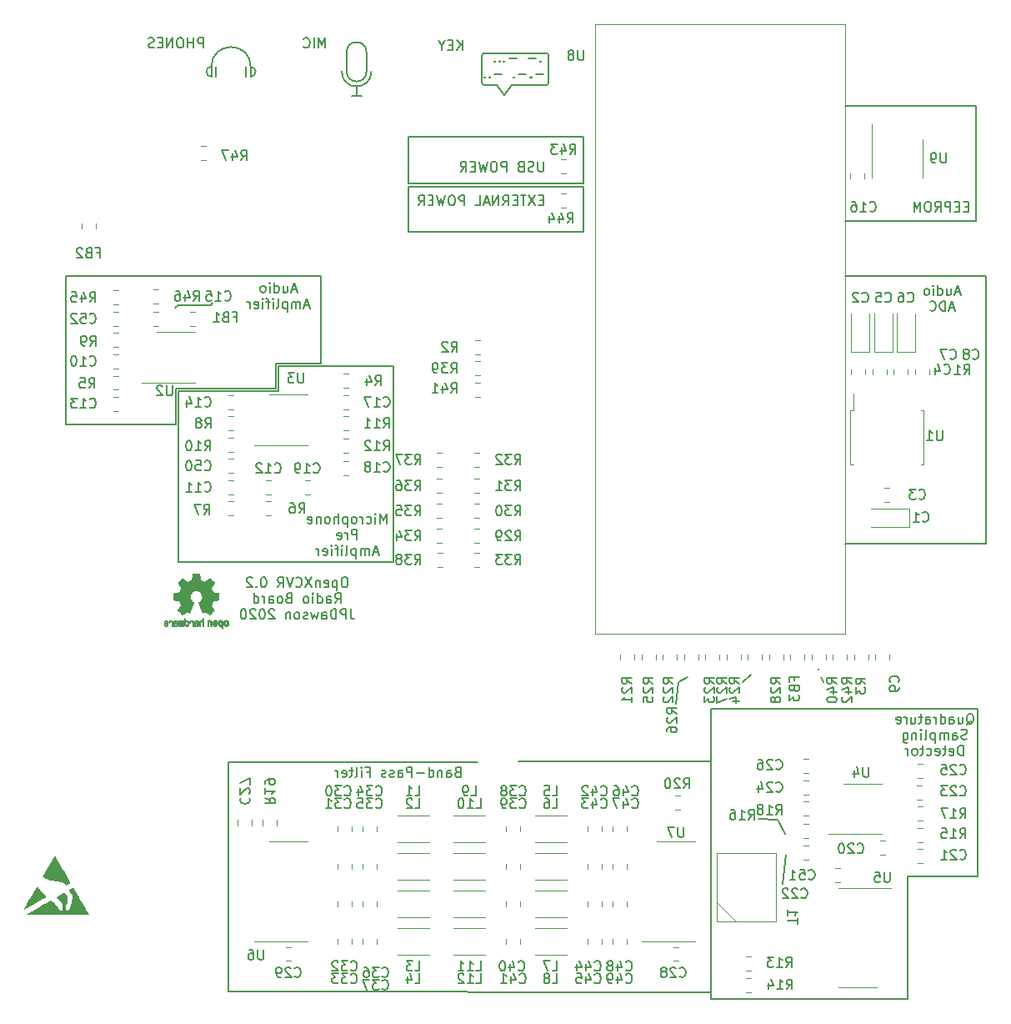
<source format=gbo>
G04 #@! TF.GenerationSoftware,KiCad,Pcbnew,5.99.0-unknown-43514a1~86~ubuntu18.04.1*
G04 #@! TF.CreationDate,2020-06-18T19:40:50+01:00*
G04 #@! TF.ProjectId,RADIO,52414449-4f2e-46b6-9963-61645f706362,rev?*
G04 #@! TF.SameCoordinates,Original*
G04 #@! TF.FileFunction,Legend,Bot*
G04 #@! TF.FilePolarity,Positive*
%FSLAX46Y46*%
G04 Gerber Fmt 4.6, Leading zero omitted, Abs format (unit mm)*
G04 Created by KiCad (PCBNEW 5.99.0-unknown-43514a1~86~ubuntu18.04.1) date 2020-06-18 19:40:50*
%MOMM*%
%LPD*%
G01*
G04 APERTURE LIST*
%ADD10C,0.150000*%
%ADD11C,0.010000*%
%ADD12C,0.120000*%
G04 APERTURE END LIST*
D10*
X115570000Y-90170000D02*
X115570000Y-87630000D01*
X105410000Y-90170000D02*
X115570000Y-90170000D01*
X105410000Y-93853000D02*
X105410000Y-90170000D01*
X94234000Y-93853000D02*
X105410000Y-93853000D01*
X94234000Y-90170000D02*
X94234000Y-93853000D01*
X127508000Y-107823000D02*
X127508000Y-104902000D01*
X105664000Y-107823000D02*
X127508000Y-107823000D01*
X105664000Y-90424000D02*
X105664000Y-107823000D01*
X115824000Y-90424000D02*
X105664000Y-90424000D01*
X142464285Y-56927142D02*
X142416666Y-56974761D01*
X142464285Y-57022380D01*
X142511904Y-56974761D01*
X142464285Y-56927142D01*
X142464285Y-57022380D01*
X141988095Y-56641428D02*
X141226190Y-56641428D01*
X139988095Y-56641428D02*
X139226190Y-56641428D01*
X138750000Y-56927142D02*
X138702380Y-56974761D01*
X138750000Y-57022380D01*
X138797619Y-56974761D01*
X138750000Y-56927142D01*
X138750000Y-57022380D01*
X138273809Y-56927142D02*
X138226190Y-56974761D01*
X138273809Y-57022380D01*
X138321428Y-56974761D01*
X138273809Y-56927142D01*
X138273809Y-57022380D01*
X137797619Y-56927142D02*
X137750000Y-56974761D01*
X137797619Y-57022380D01*
X137845238Y-56974761D01*
X137797619Y-56927142D01*
X137797619Y-57022380D01*
X142702380Y-58251428D02*
X141940476Y-58251428D01*
X141464285Y-58537142D02*
X141416666Y-58584761D01*
X141464285Y-58632380D01*
X141511904Y-58584761D01*
X141464285Y-58537142D01*
X141464285Y-58632380D01*
X140988095Y-58251428D02*
X140226190Y-58251428D01*
X139750000Y-58537142D02*
X139702380Y-58584761D01*
X139750000Y-58632380D01*
X139797619Y-58584761D01*
X139750000Y-58537142D01*
X139750000Y-58632380D01*
X138511904Y-58251428D02*
X137750000Y-58251428D01*
X137273809Y-58537142D02*
X137226190Y-58584761D01*
X137273809Y-58632380D01*
X137321428Y-58584761D01*
X137273809Y-58537142D01*
X137273809Y-58632380D01*
X136797619Y-58537142D02*
X136750000Y-58584761D01*
X136797619Y-58632380D01*
X136845238Y-58584761D01*
X136797619Y-58537142D01*
X136797619Y-58632380D01*
X143000000Y-56125000D02*
X136750000Y-56125000D01*
X143250000Y-59125000D02*
X143250000Y-56375000D01*
X143000000Y-56125000D02*
G75*
G02*
X143250000Y-56375000I0J-250000D01*
G01*
X136500000Y-56375000D02*
G75*
G02*
X136750000Y-56125000I250000J0D01*
G01*
X143250000Y-59125000D02*
G75*
G02*
X143000000Y-59375000I-250000J0D01*
G01*
X139500000Y-59375000D02*
X143000000Y-59375000D01*
X136500000Y-59125000D02*
X136500000Y-56375000D01*
X136750000Y-59375000D02*
G75*
G02*
X136500000Y-59125000I0J250000D01*
G01*
X138000000Y-59375000D02*
X136750000Y-59375000D01*
X138750000Y-60375000D02*
X138000000Y-59375000D01*
X139500000Y-59375000D02*
X138750000Y-60375000D01*
X120142000Y-78740000D02*
X115570000Y-78740000D01*
X120142000Y-87630000D02*
X120142000Y-78740000D01*
X115570000Y-87630000D02*
X120142000Y-87630000D01*
X108966000Y-81705500D02*
X109093000Y-81451500D01*
X105664000Y-81705500D02*
X108966000Y-81705500D01*
X105283000Y-81959500D02*
X105664000Y-81705500D01*
X109000000Y-57500000D02*
G75*
G03*
X109000000Y-58500000I0J-500000D01*
G01*
X113000000Y-58500000D02*
G75*
G03*
X113000000Y-57500000I0J500000D01*
G01*
X109500000Y-57500000D02*
X109500000Y-58500000D01*
X112500000Y-58500000D02*
X112500000Y-57500000D01*
X109000000Y-57500000D02*
X109000000Y-58500000D01*
X113000000Y-57500000D02*
X113000000Y-58500000D01*
X113000000Y-57500000D02*
G75*
G03*
X109000000Y-57500000I-2000000J0D01*
G01*
X123750000Y-60500000D02*
X123250000Y-60500000D01*
X124250000Y-60500000D02*
X123750000Y-60500000D01*
X123750000Y-60500000D02*
X124250000Y-60500000D01*
X123750000Y-59500000D02*
X123750000Y-60500000D01*
X122750000Y-58000000D02*
X122750000Y-56000000D01*
X124750000Y-58000000D02*
X124750000Y-56000000D01*
X122250000Y-58000000D02*
G75*
G03*
X125250000Y-58000000I1500000J0D01*
G01*
X122750000Y-58000000D02*
G75*
G03*
X124750000Y-58000000I1000000J0D01*
G01*
X124750000Y-56000000D02*
G75*
G03*
X122750000Y-56000000I-1000000J0D01*
G01*
X127508000Y-101600000D02*
X127508000Y-104902000D01*
X129032000Y-64643000D02*
X129032000Y-69342000D01*
X146812000Y-64643000D02*
X129032000Y-64643000D01*
X146812000Y-69342000D02*
X146812000Y-64643000D01*
X146812000Y-69342000D02*
X129032000Y-69342000D01*
X146812000Y-69723000D02*
X129032000Y-69723000D01*
X129032000Y-74295000D02*
X129032000Y-69723000D01*
X146812000Y-74295000D02*
X129032000Y-74295000D01*
X146812000Y-69723000D02*
X146812000Y-74295000D01*
X142707523Y-71048571D02*
X142374190Y-71048571D01*
X142231333Y-71572380D02*
X142707523Y-71572380D01*
X142707523Y-70572380D01*
X142231333Y-70572380D01*
X141898000Y-70572380D02*
X141231333Y-71572380D01*
X141231333Y-70572380D02*
X141898000Y-71572380D01*
X140993238Y-70572380D02*
X140421809Y-70572380D01*
X140707523Y-71572380D02*
X140707523Y-70572380D01*
X140088476Y-71048571D02*
X139755142Y-71048571D01*
X139612285Y-71572380D02*
X140088476Y-71572380D01*
X140088476Y-70572380D01*
X139612285Y-70572380D01*
X138612285Y-71572380D02*
X138945619Y-71096190D01*
X139183714Y-71572380D02*
X139183714Y-70572380D01*
X138802761Y-70572380D01*
X138707523Y-70620000D01*
X138659904Y-70667619D01*
X138612285Y-70762857D01*
X138612285Y-70905714D01*
X138659904Y-71000952D01*
X138707523Y-71048571D01*
X138802761Y-71096190D01*
X139183714Y-71096190D01*
X138183714Y-71572380D02*
X138183714Y-70572380D01*
X137612285Y-71572380D01*
X137612285Y-70572380D01*
X137183714Y-71286666D02*
X136707523Y-71286666D01*
X137278952Y-71572380D02*
X136945619Y-70572380D01*
X136612285Y-71572380D01*
X135802761Y-71572380D02*
X136278952Y-71572380D01*
X136278952Y-70572380D01*
X134707523Y-71572380D02*
X134707523Y-70572380D01*
X134326571Y-70572380D01*
X134231333Y-70620000D01*
X134183714Y-70667619D01*
X134136095Y-70762857D01*
X134136095Y-70905714D01*
X134183714Y-71000952D01*
X134231333Y-71048571D01*
X134326571Y-71096190D01*
X134707523Y-71096190D01*
X133517047Y-70572380D02*
X133326571Y-70572380D01*
X133231333Y-70620000D01*
X133136095Y-70715238D01*
X133088476Y-70905714D01*
X133088476Y-71239047D01*
X133136095Y-71429523D01*
X133231333Y-71524761D01*
X133326571Y-71572380D01*
X133517047Y-71572380D01*
X133612285Y-71524761D01*
X133707523Y-71429523D01*
X133755142Y-71239047D01*
X133755142Y-70905714D01*
X133707523Y-70715238D01*
X133612285Y-70620000D01*
X133517047Y-70572380D01*
X132755142Y-70572380D02*
X132517047Y-71572380D01*
X132326571Y-70858095D01*
X132136095Y-71572380D01*
X131898000Y-70572380D01*
X131517047Y-71048571D02*
X131183714Y-71048571D01*
X131040857Y-71572380D02*
X131517047Y-71572380D01*
X131517047Y-70572380D01*
X131040857Y-70572380D01*
X130040857Y-71572380D02*
X130374190Y-71096190D01*
X130612285Y-71572380D02*
X130612285Y-70572380D01*
X130231333Y-70572380D01*
X130136095Y-70620000D01*
X130088476Y-70667619D01*
X130040857Y-70762857D01*
X130040857Y-70905714D01*
X130088476Y-71000952D01*
X130136095Y-71048571D01*
X130231333Y-71096190D01*
X130612285Y-71096190D01*
X142747476Y-67143380D02*
X142747476Y-67952904D01*
X142699857Y-68048142D01*
X142652238Y-68095761D01*
X142557000Y-68143380D01*
X142366523Y-68143380D01*
X142271285Y-68095761D01*
X142223666Y-68048142D01*
X142176047Y-67952904D01*
X142176047Y-67143380D01*
X141747476Y-68095761D02*
X141604619Y-68143380D01*
X141366523Y-68143380D01*
X141271285Y-68095761D01*
X141223666Y-68048142D01*
X141176047Y-67952904D01*
X141176047Y-67857666D01*
X141223666Y-67762428D01*
X141271285Y-67714809D01*
X141366523Y-67667190D01*
X141557000Y-67619571D01*
X141652238Y-67571952D01*
X141699857Y-67524333D01*
X141747476Y-67429095D01*
X141747476Y-67333857D01*
X141699857Y-67238619D01*
X141652238Y-67191000D01*
X141557000Y-67143380D01*
X141318904Y-67143380D01*
X141176047Y-67191000D01*
X140414142Y-67619571D02*
X140271285Y-67667190D01*
X140223666Y-67714809D01*
X140176047Y-67810047D01*
X140176047Y-67952904D01*
X140223666Y-68048142D01*
X140271285Y-68095761D01*
X140366523Y-68143380D01*
X140747476Y-68143380D01*
X140747476Y-67143380D01*
X140414142Y-67143380D01*
X140318904Y-67191000D01*
X140271285Y-67238619D01*
X140223666Y-67333857D01*
X140223666Y-67429095D01*
X140271285Y-67524333D01*
X140318904Y-67571952D01*
X140414142Y-67619571D01*
X140747476Y-67619571D01*
X138985571Y-68143380D02*
X138985571Y-67143380D01*
X138604619Y-67143380D01*
X138509380Y-67191000D01*
X138461761Y-67238619D01*
X138414142Y-67333857D01*
X138414142Y-67476714D01*
X138461761Y-67571952D01*
X138509380Y-67619571D01*
X138604619Y-67667190D01*
X138985571Y-67667190D01*
X137795095Y-67143380D02*
X137604619Y-67143380D01*
X137509380Y-67191000D01*
X137414142Y-67286238D01*
X137366523Y-67476714D01*
X137366523Y-67810047D01*
X137414142Y-68000523D01*
X137509380Y-68095761D01*
X137604619Y-68143380D01*
X137795095Y-68143380D01*
X137890333Y-68095761D01*
X137985571Y-68000523D01*
X138033190Y-67810047D01*
X138033190Y-67476714D01*
X137985571Y-67286238D01*
X137890333Y-67191000D01*
X137795095Y-67143380D01*
X137033190Y-67143380D02*
X136795095Y-68143380D01*
X136604619Y-67429095D01*
X136414142Y-68143380D01*
X136176047Y-67143380D01*
X135795095Y-67619571D02*
X135461761Y-67619571D01*
X135318904Y-68143380D02*
X135795095Y-68143380D01*
X135795095Y-67143380D01*
X135318904Y-67143380D01*
X134318904Y-68143380D02*
X134652238Y-67667190D01*
X134890333Y-68143380D02*
X134890333Y-67143380D01*
X134509380Y-67143380D01*
X134414142Y-67191000D01*
X134366523Y-67238619D01*
X134318904Y-67333857D01*
X134318904Y-67476714D01*
X134366523Y-67571952D01*
X134414142Y-67619571D01*
X134509380Y-67667190D01*
X134890333Y-67667190D01*
X185895904Y-71683571D02*
X185562571Y-71683571D01*
X185419714Y-72207380D02*
X185895904Y-72207380D01*
X185895904Y-71207380D01*
X185419714Y-71207380D01*
X184991142Y-71683571D02*
X184657809Y-71683571D01*
X184514952Y-72207380D02*
X184991142Y-72207380D01*
X184991142Y-71207380D01*
X184514952Y-71207380D01*
X184086380Y-72207380D02*
X184086380Y-71207380D01*
X183705428Y-71207380D01*
X183610190Y-71255000D01*
X183562571Y-71302619D01*
X183514952Y-71397857D01*
X183514952Y-71540714D01*
X183562571Y-71635952D01*
X183610190Y-71683571D01*
X183705428Y-71731190D01*
X184086380Y-71731190D01*
X182514952Y-72207380D02*
X182848285Y-71731190D01*
X183086380Y-72207380D02*
X183086380Y-71207380D01*
X182705428Y-71207380D01*
X182610190Y-71255000D01*
X182562571Y-71302619D01*
X182514952Y-71397857D01*
X182514952Y-71540714D01*
X182562571Y-71635952D01*
X182610190Y-71683571D01*
X182705428Y-71731190D01*
X183086380Y-71731190D01*
X181895904Y-71207380D02*
X181705428Y-71207380D01*
X181610190Y-71255000D01*
X181514952Y-71350238D01*
X181467333Y-71540714D01*
X181467333Y-71874047D01*
X181514952Y-72064523D01*
X181610190Y-72159761D01*
X181705428Y-72207380D01*
X181895904Y-72207380D01*
X181991142Y-72159761D01*
X182086380Y-72064523D01*
X182134000Y-71874047D01*
X182134000Y-71540714D01*
X182086380Y-71350238D01*
X181991142Y-71255000D01*
X181895904Y-71207380D01*
X181038761Y-72207380D02*
X181038761Y-71207380D01*
X180705428Y-71921666D01*
X180372095Y-71207380D01*
X180372095Y-72207380D01*
X127508000Y-87884000D02*
X127508000Y-101600000D01*
X115824000Y-87884000D02*
X127508000Y-87884000D01*
X115824000Y-90424000D02*
X115824000Y-87884000D01*
X94234000Y-78740000D02*
X115570000Y-78740000D01*
X94234000Y-90170000D02*
X94234000Y-78740000D01*
X108171904Y-55570380D02*
X108171904Y-54570380D01*
X107790952Y-54570380D01*
X107695714Y-54618000D01*
X107648095Y-54665619D01*
X107600476Y-54760857D01*
X107600476Y-54903714D01*
X107648095Y-54998952D01*
X107695714Y-55046571D01*
X107790952Y-55094190D01*
X108171904Y-55094190D01*
X107171904Y-55570380D02*
X107171904Y-54570380D01*
X107171904Y-55046571D02*
X106600476Y-55046571D01*
X106600476Y-55570380D02*
X106600476Y-54570380D01*
X105933809Y-54570380D02*
X105743333Y-54570380D01*
X105648095Y-54618000D01*
X105552857Y-54713238D01*
X105505238Y-54903714D01*
X105505238Y-55237047D01*
X105552857Y-55427523D01*
X105648095Y-55522761D01*
X105743333Y-55570380D01*
X105933809Y-55570380D01*
X106029047Y-55522761D01*
X106124285Y-55427523D01*
X106171904Y-55237047D01*
X106171904Y-54903714D01*
X106124285Y-54713238D01*
X106029047Y-54618000D01*
X105933809Y-54570380D01*
X105076666Y-55570380D02*
X105076666Y-54570380D01*
X104505238Y-55570380D01*
X104505238Y-54570380D01*
X104029047Y-55046571D02*
X103695714Y-55046571D01*
X103552857Y-55570380D02*
X104029047Y-55570380D01*
X104029047Y-54570380D01*
X103552857Y-54570380D01*
X103171904Y-55522761D02*
X103029047Y-55570380D01*
X102790952Y-55570380D01*
X102695714Y-55522761D01*
X102648095Y-55475142D01*
X102600476Y-55379904D01*
X102600476Y-55284666D01*
X102648095Y-55189428D01*
X102695714Y-55141809D01*
X102790952Y-55094190D01*
X102981428Y-55046571D01*
X103076666Y-54998952D01*
X103124285Y-54951333D01*
X103171904Y-54856095D01*
X103171904Y-54760857D01*
X103124285Y-54665619D01*
X103076666Y-54618000D01*
X102981428Y-54570380D01*
X102743333Y-54570380D01*
X102600476Y-54618000D01*
X120578428Y-55570380D02*
X120578428Y-54570380D01*
X120245095Y-55284666D01*
X119911761Y-54570380D01*
X119911761Y-55570380D01*
X119435571Y-55570380D02*
X119435571Y-54570380D01*
X118387952Y-55475142D02*
X118435571Y-55522761D01*
X118578428Y-55570380D01*
X118673666Y-55570380D01*
X118816523Y-55522761D01*
X118911761Y-55427523D01*
X118959380Y-55332285D01*
X119007000Y-55141809D01*
X119007000Y-54998952D01*
X118959380Y-54808476D01*
X118911761Y-54713238D01*
X118816523Y-54618000D01*
X118673666Y-54570380D01*
X118578428Y-54570380D01*
X118435571Y-54618000D01*
X118387952Y-54665619D01*
X134492857Y-55824380D02*
X134492857Y-54824380D01*
X133921428Y-55824380D02*
X134350000Y-55252952D01*
X133921428Y-54824380D02*
X134492857Y-55395809D01*
X133492857Y-55300571D02*
X133159523Y-55300571D01*
X133016666Y-55824380D02*
X133492857Y-55824380D01*
X133492857Y-54824380D01*
X133016666Y-54824380D01*
X132397619Y-55348190D02*
X132397619Y-55824380D01*
X132730952Y-54824380D02*
X132397619Y-55348190D01*
X132064285Y-54824380D01*
X126809000Y-103871380D02*
X126809000Y-102871380D01*
X126475666Y-103585666D01*
X126142333Y-102871380D01*
X126142333Y-103871380D01*
X125666142Y-103871380D02*
X125666142Y-103204714D01*
X125666142Y-102871380D02*
X125713761Y-102919000D01*
X125666142Y-102966619D01*
X125618523Y-102919000D01*
X125666142Y-102871380D01*
X125666142Y-102966619D01*
X124761380Y-103823761D02*
X124856619Y-103871380D01*
X125047095Y-103871380D01*
X125142333Y-103823761D01*
X125189952Y-103776142D01*
X125237571Y-103680904D01*
X125237571Y-103395190D01*
X125189952Y-103299952D01*
X125142333Y-103252333D01*
X125047095Y-103204714D01*
X124856619Y-103204714D01*
X124761380Y-103252333D01*
X124332809Y-103871380D02*
X124332809Y-103204714D01*
X124332809Y-103395190D02*
X124285190Y-103299952D01*
X124237571Y-103252333D01*
X124142333Y-103204714D01*
X124047095Y-103204714D01*
X123570904Y-103871380D02*
X123666142Y-103823761D01*
X123713761Y-103776142D01*
X123761380Y-103680904D01*
X123761380Y-103395190D01*
X123713761Y-103299952D01*
X123666142Y-103252333D01*
X123570904Y-103204714D01*
X123428047Y-103204714D01*
X123332809Y-103252333D01*
X123285190Y-103299952D01*
X123237571Y-103395190D01*
X123237571Y-103680904D01*
X123285190Y-103776142D01*
X123332809Y-103823761D01*
X123428047Y-103871380D01*
X123570904Y-103871380D01*
X122809000Y-103204714D02*
X122809000Y-104204714D01*
X122809000Y-103252333D02*
X122713761Y-103204714D01*
X122523285Y-103204714D01*
X122428047Y-103252333D01*
X122380428Y-103299952D01*
X122332809Y-103395190D01*
X122332809Y-103680904D01*
X122380428Y-103776142D01*
X122428047Y-103823761D01*
X122523285Y-103871380D01*
X122713761Y-103871380D01*
X122809000Y-103823761D01*
X121904238Y-103871380D02*
X121904238Y-102871380D01*
X121475666Y-103871380D02*
X121475666Y-103347571D01*
X121523285Y-103252333D01*
X121618523Y-103204714D01*
X121761380Y-103204714D01*
X121856619Y-103252333D01*
X121904238Y-103299952D01*
X120856619Y-103871380D02*
X120951857Y-103823761D01*
X120999476Y-103776142D01*
X121047095Y-103680904D01*
X121047095Y-103395190D01*
X120999476Y-103299952D01*
X120951857Y-103252333D01*
X120856619Y-103204714D01*
X120713761Y-103204714D01*
X120618523Y-103252333D01*
X120570904Y-103299952D01*
X120523285Y-103395190D01*
X120523285Y-103680904D01*
X120570904Y-103776142D01*
X120618523Y-103823761D01*
X120713761Y-103871380D01*
X120856619Y-103871380D01*
X120094714Y-103204714D02*
X120094714Y-103871380D01*
X120094714Y-103299952D02*
X120047095Y-103252333D01*
X119951857Y-103204714D01*
X119809000Y-103204714D01*
X119713761Y-103252333D01*
X119666142Y-103347571D01*
X119666142Y-103871380D01*
X118809000Y-103823761D02*
X118904238Y-103871380D01*
X119094714Y-103871380D01*
X119189952Y-103823761D01*
X119237571Y-103728523D01*
X119237571Y-103347571D01*
X119189952Y-103252333D01*
X119094714Y-103204714D01*
X118904238Y-103204714D01*
X118809000Y-103252333D01*
X118761380Y-103347571D01*
X118761380Y-103442809D01*
X119237571Y-103538047D01*
X123809000Y-105481380D02*
X123809000Y-104481380D01*
X123428047Y-104481380D01*
X123332809Y-104529000D01*
X123285190Y-104576619D01*
X123237571Y-104671857D01*
X123237571Y-104814714D01*
X123285190Y-104909952D01*
X123332809Y-104957571D01*
X123428047Y-105005190D01*
X123809000Y-105005190D01*
X122809000Y-105481380D02*
X122809000Y-104814714D01*
X122809000Y-105005190D02*
X122761380Y-104909952D01*
X122713761Y-104862333D01*
X122618523Y-104814714D01*
X122523285Y-104814714D01*
X121809000Y-105433761D02*
X121904238Y-105481380D01*
X122094714Y-105481380D01*
X122189952Y-105433761D01*
X122237571Y-105338523D01*
X122237571Y-104957571D01*
X122189952Y-104862333D01*
X122094714Y-104814714D01*
X121904238Y-104814714D01*
X121809000Y-104862333D01*
X121761380Y-104957571D01*
X121761380Y-105052809D01*
X122237571Y-105148047D01*
X125928047Y-106805666D02*
X125451857Y-106805666D01*
X126023285Y-107091380D02*
X125689952Y-106091380D01*
X125356619Y-107091380D01*
X125023285Y-107091380D02*
X125023285Y-106424714D01*
X125023285Y-106519952D02*
X124975666Y-106472333D01*
X124880428Y-106424714D01*
X124737571Y-106424714D01*
X124642333Y-106472333D01*
X124594714Y-106567571D01*
X124594714Y-107091380D01*
X124594714Y-106567571D02*
X124547095Y-106472333D01*
X124451857Y-106424714D01*
X124309000Y-106424714D01*
X124213761Y-106472333D01*
X124166142Y-106567571D01*
X124166142Y-107091380D01*
X123689952Y-106424714D02*
X123689952Y-107424714D01*
X123689952Y-106472333D02*
X123594714Y-106424714D01*
X123404238Y-106424714D01*
X123309000Y-106472333D01*
X123261380Y-106519952D01*
X123213761Y-106615190D01*
X123213761Y-106900904D01*
X123261380Y-106996142D01*
X123309000Y-107043761D01*
X123404238Y-107091380D01*
X123594714Y-107091380D01*
X123689952Y-107043761D01*
X122642333Y-107091380D02*
X122737571Y-107043761D01*
X122785190Y-106948523D01*
X122785190Y-106091380D01*
X122261380Y-107091380D02*
X122261380Y-106424714D01*
X122261380Y-106091380D02*
X122309000Y-106139000D01*
X122261380Y-106186619D01*
X122213761Y-106139000D01*
X122261380Y-106091380D01*
X122261380Y-106186619D01*
X121928047Y-106424714D02*
X121547095Y-106424714D01*
X121785190Y-107091380D02*
X121785190Y-106234238D01*
X121737571Y-106139000D01*
X121642333Y-106091380D01*
X121547095Y-106091380D01*
X121213761Y-107091380D02*
X121213761Y-106424714D01*
X121213761Y-106091380D02*
X121261380Y-106139000D01*
X121213761Y-106186619D01*
X121166142Y-106139000D01*
X121213761Y-106091380D01*
X121213761Y-106186619D01*
X120356619Y-107043761D02*
X120451857Y-107091380D01*
X120642333Y-107091380D01*
X120737571Y-107043761D01*
X120785190Y-106948523D01*
X120785190Y-106567571D01*
X120737571Y-106472333D01*
X120642333Y-106424714D01*
X120451857Y-106424714D01*
X120356619Y-106472333D01*
X120309000Y-106567571D01*
X120309000Y-106662809D01*
X120785190Y-106758047D01*
X119880428Y-107091380D02*
X119880428Y-106424714D01*
X119880428Y-106615190D02*
X119832809Y-106519952D01*
X119785190Y-106472333D01*
X119689952Y-106424714D01*
X119594714Y-106424714D01*
X117657333Y-80133666D02*
X117181142Y-80133666D01*
X117752571Y-80419380D02*
X117419238Y-79419380D01*
X117085904Y-80419380D01*
X116324000Y-79752714D02*
X116324000Y-80419380D01*
X116752571Y-79752714D02*
X116752571Y-80276523D01*
X116704952Y-80371761D01*
X116609714Y-80419380D01*
X116466857Y-80419380D01*
X116371619Y-80371761D01*
X116324000Y-80324142D01*
X115419238Y-80419380D02*
X115419238Y-79419380D01*
X115419238Y-80371761D02*
X115514476Y-80419380D01*
X115704952Y-80419380D01*
X115800190Y-80371761D01*
X115847809Y-80324142D01*
X115895428Y-80228904D01*
X115895428Y-79943190D01*
X115847809Y-79847952D01*
X115800190Y-79800333D01*
X115704952Y-79752714D01*
X115514476Y-79752714D01*
X115419238Y-79800333D01*
X114943047Y-80419380D02*
X114943047Y-79752714D01*
X114943047Y-79419380D02*
X114990666Y-79467000D01*
X114943047Y-79514619D01*
X114895428Y-79467000D01*
X114943047Y-79419380D01*
X114943047Y-79514619D01*
X114324000Y-80419380D02*
X114419238Y-80371761D01*
X114466857Y-80324142D01*
X114514476Y-80228904D01*
X114514476Y-79943190D01*
X114466857Y-79847952D01*
X114419238Y-79800333D01*
X114324000Y-79752714D01*
X114181142Y-79752714D01*
X114085904Y-79800333D01*
X114038285Y-79847952D01*
X113990666Y-79943190D01*
X113990666Y-80228904D01*
X114038285Y-80324142D01*
X114085904Y-80371761D01*
X114181142Y-80419380D01*
X114324000Y-80419380D01*
X118943047Y-81743666D02*
X118466857Y-81743666D01*
X119038285Y-82029380D02*
X118704952Y-81029380D01*
X118371619Y-82029380D01*
X118038285Y-82029380D02*
X118038285Y-81362714D01*
X118038285Y-81457952D02*
X117990666Y-81410333D01*
X117895428Y-81362714D01*
X117752571Y-81362714D01*
X117657333Y-81410333D01*
X117609714Y-81505571D01*
X117609714Y-82029380D01*
X117609714Y-81505571D02*
X117562095Y-81410333D01*
X117466857Y-81362714D01*
X117324000Y-81362714D01*
X117228761Y-81410333D01*
X117181142Y-81505571D01*
X117181142Y-82029380D01*
X116704952Y-81362714D02*
X116704952Y-82362714D01*
X116704952Y-81410333D02*
X116609714Y-81362714D01*
X116419238Y-81362714D01*
X116324000Y-81410333D01*
X116276380Y-81457952D01*
X116228761Y-81553190D01*
X116228761Y-81838904D01*
X116276380Y-81934142D01*
X116324000Y-81981761D01*
X116419238Y-82029380D01*
X116609714Y-82029380D01*
X116704952Y-81981761D01*
X115657333Y-82029380D02*
X115752571Y-81981761D01*
X115800190Y-81886523D01*
X115800190Y-81029380D01*
X115276380Y-82029380D02*
X115276380Y-81362714D01*
X115276380Y-81029380D02*
X115324000Y-81077000D01*
X115276380Y-81124619D01*
X115228761Y-81077000D01*
X115276380Y-81029380D01*
X115276380Y-81124619D01*
X114943047Y-81362714D02*
X114562095Y-81362714D01*
X114800190Y-82029380D02*
X114800190Y-81172238D01*
X114752571Y-81077000D01*
X114657333Y-81029380D01*
X114562095Y-81029380D01*
X114228761Y-82029380D02*
X114228761Y-81362714D01*
X114228761Y-81029380D02*
X114276380Y-81077000D01*
X114228761Y-81124619D01*
X114181142Y-81077000D01*
X114228761Y-81029380D01*
X114228761Y-81124619D01*
X113371619Y-81981761D02*
X113466857Y-82029380D01*
X113657333Y-82029380D01*
X113752571Y-81981761D01*
X113800190Y-81886523D01*
X113800190Y-81505571D01*
X113752571Y-81410333D01*
X113657333Y-81362714D01*
X113466857Y-81362714D01*
X113371619Y-81410333D01*
X113324000Y-81505571D01*
X113324000Y-81600809D01*
X113800190Y-81696047D01*
X112895428Y-82029380D02*
X112895428Y-81362714D01*
X112895428Y-81553190D02*
X112847809Y-81457952D01*
X112800190Y-81410333D01*
X112704952Y-81362714D01*
X112609714Y-81362714D01*
X186690000Y-73152000D02*
X173355000Y-73152000D01*
X186690000Y-61468000D02*
X186690000Y-73152000D01*
X186690000Y-61468000D02*
X173355000Y-61468000D01*
X185056233Y-80400366D02*
X184580042Y-80400366D01*
X185151471Y-80686080D02*
X184818138Y-79686080D01*
X184484804Y-80686080D01*
X183722900Y-80019414D02*
X183722900Y-80686080D01*
X184151471Y-80019414D02*
X184151471Y-80543223D01*
X184103852Y-80638461D01*
X184008614Y-80686080D01*
X183865757Y-80686080D01*
X183770519Y-80638461D01*
X183722900Y-80590842D01*
X182818138Y-80686080D02*
X182818138Y-79686080D01*
X182818138Y-80638461D02*
X182913376Y-80686080D01*
X183103852Y-80686080D01*
X183199090Y-80638461D01*
X183246709Y-80590842D01*
X183294328Y-80495604D01*
X183294328Y-80209890D01*
X183246709Y-80114652D01*
X183199090Y-80067033D01*
X183103852Y-80019414D01*
X182913376Y-80019414D01*
X182818138Y-80067033D01*
X182341947Y-80686080D02*
X182341947Y-80019414D01*
X182341947Y-79686080D02*
X182389566Y-79733700D01*
X182341947Y-79781319D01*
X182294328Y-79733700D01*
X182341947Y-79686080D01*
X182341947Y-79781319D01*
X181722900Y-80686080D02*
X181818138Y-80638461D01*
X181865757Y-80590842D01*
X181913376Y-80495604D01*
X181913376Y-80209890D01*
X181865757Y-80114652D01*
X181818138Y-80067033D01*
X181722900Y-80019414D01*
X181580042Y-80019414D01*
X181484804Y-80067033D01*
X181437185Y-80114652D01*
X181389566Y-80209890D01*
X181389566Y-80495604D01*
X181437185Y-80590842D01*
X181484804Y-80638461D01*
X181580042Y-80686080D01*
X181722900Y-80686080D01*
X184460995Y-82010366D02*
X183984804Y-82010366D01*
X184556233Y-82296080D02*
X184222900Y-81296080D01*
X183889566Y-82296080D01*
X183556233Y-82296080D02*
X183556233Y-81296080D01*
X183318138Y-81296080D01*
X183175280Y-81343700D01*
X183080042Y-81438938D01*
X183032423Y-81534176D01*
X182984804Y-81724652D01*
X182984804Y-81867509D01*
X183032423Y-82057985D01*
X183080042Y-82153223D01*
X183175280Y-82248461D01*
X183318138Y-82296080D01*
X183556233Y-82296080D01*
X181984804Y-82200842D02*
X182032423Y-82248461D01*
X182175280Y-82296080D01*
X182270519Y-82296080D01*
X182413376Y-82248461D01*
X182508614Y-82153223D01*
X182556233Y-82057985D01*
X182603852Y-81867509D01*
X182603852Y-81724652D01*
X182556233Y-81534176D01*
X182508614Y-81438938D01*
X182413376Y-81343700D01*
X182270519Y-81296080D01*
X182175280Y-81296080D01*
X182032423Y-81343700D01*
X181984804Y-81391319D01*
X187706000Y-105918000D02*
X173355000Y-105918000D01*
X187706000Y-78740000D02*
X187706000Y-105918000D01*
X173355000Y-78740000D02*
X187706000Y-78740000D01*
X156464000Y-120015000D02*
X157353000Y-119507000D01*
X156210000Y-122174000D02*
X156464000Y-120015000D01*
X170688000Y-118745000D02*
X170688000Y-118618000D01*
X171196000Y-120015000D02*
X170942000Y-119507000D01*
X163830000Y-119253000D02*
X162941000Y-120015000D01*
X159766000Y-122682000D02*
X159766000Y-128143000D01*
X186817000Y-122682000D02*
X159766000Y-122682000D01*
X186817000Y-139700000D02*
X186817000Y-122682000D01*
X185713285Y-124286619D02*
X185808523Y-124239000D01*
X185903761Y-124143761D01*
X186046619Y-124000904D01*
X186141857Y-123953285D01*
X186237095Y-123953285D01*
X186189476Y-124191380D02*
X186284714Y-124143761D01*
X186379952Y-124048523D01*
X186427571Y-123858047D01*
X186427571Y-123524714D01*
X186379952Y-123334238D01*
X186284714Y-123239000D01*
X186189476Y-123191380D01*
X185999000Y-123191380D01*
X185903761Y-123239000D01*
X185808523Y-123334238D01*
X185760904Y-123524714D01*
X185760904Y-123858047D01*
X185808523Y-124048523D01*
X185903761Y-124143761D01*
X185999000Y-124191380D01*
X186189476Y-124191380D01*
X184903761Y-123524714D02*
X184903761Y-124191380D01*
X185332333Y-123524714D02*
X185332333Y-124048523D01*
X185284714Y-124143761D01*
X185189476Y-124191380D01*
X185046619Y-124191380D01*
X184951380Y-124143761D01*
X184903761Y-124096142D01*
X183999000Y-124191380D02*
X183999000Y-123667571D01*
X184046619Y-123572333D01*
X184141857Y-123524714D01*
X184332333Y-123524714D01*
X184427571Y-123572333D01*
X183999000Y-124143761D02*
X184094238Y-124191380D01*
X184332333Y-124191380D01*
X184427571Y-124143761D01*
X184475190Y-124048523D01*
X184475190Y-123953285D01*
X184427571Y-123858047D01*
X184332333Y-123810428D01*
X184094238Y-123810428D01*
X183999000Y-123762809D01*
X183094238Y-124191380D02*
X183094238Y-123191380D01*
X183094238Y-124143761D02*
X183189476Y-124191380D01*
X183379952Y-124191380D01*
X183475190Y-124143761D01*
X183522809Y-124096142D01*
X183570428Y-124000904D01*
X183570428Y-123715190D01*
X183522809Y-123619952D01*
X183475190Y-123572333D01*
X183379952Y-123524714D01*
X183189476Y-123524714D01*
X183094238Y-123572333D01*
X182618047Y-124191380D02*
X182618047Y-123524714D01*
X182618047Y-123715190D02*
X182570428Y-123619952D01*
X182522809Y-123572333D01*
X182427571Y-123524714D01*
X182332333Y-123524714D01*
X181570428Y-124191380D02*
X181570428Y-123667571D01*
X181618047Y-123572333D01*
X181713285Y-123524714D01*
X181903761Y-123524714D01*
X181999000Y-123572333D01*
X181570428Y-124143761D02*
X181665666Y-124191380D01*
X181903761Y-124191380D01*
X181999000Y-124143761D01*
X182046619Y-124048523D01*
X182046619Y-123953285D01*
X181999000Y-123858047D01*
X181903761Y-123810428D01*
X181665666Y-123810428D01*
X181570428Y-123762809D01*
X181237095Y-123524714D02*
X180856142Y-123524714D01*
X181094238Y-123191380D02*
X181094238Y-124048523D01*
X181046619Y-124143761D01*
X180951380Y-124191380D01*
X180856142Y-124191380D01*
X180094238Y-123524714D02*
X180094238Y-124191380D01*
X180522809Y-123524714D02*
X180522809Y-124048523D01*
X180475190Y-124143761D01*
X180379952Y-124191380D01*
X180237095Y-124191380D01*
X180141857Y-124143761D01*
X180094238Y-124096142D01*
X179618047Y-124191380D02*
X179618047Y-123524714D01*
X179618047Y-123715190D02*
X179570428Y-123619952D01*
X179522809Y-123572333D01*
X179427571Y-123524714D01*
X179332333Y-123524714D01*
X178618047Y-124143761D02*
X178713285Y-124191380D01*
X178903761Y-124191380D01*
X178999000Y-124143761D01*
X179046619Y-124048523D01*
X179046619Y-123667571D01*
X178999000Y-123572333D01*
X178903761Y-123524714D01*
X178713285Y-123524714D01*
X178618047Y-123572333D01*
X178570428Y-123667571D01*
X178570428Y-123762809D01*
X179046619Y-123858047D01*
X185760904Y-125753761D02*
X185618047Y-125801380D01*
X185379952Y-125801380D01*
X185284714Y-125753761D01*
X185237095Y-125706142D01*
X185189476Y-125610904D01*
X185189476Y-125515666D01*
X185237095Y-125420428D01*
X185284714Y-125372809D01*
X185379952Y-125325190D01*
X185570428Y-125277571D01*
X185665666Y-125229952D01*
X185713285Y-125182333D01*
X185760904Y-125087095D01*
X185760904Y-124991857D01*
X185713285Y-124896619D01*
X185665666Y-124849000D01*
X185570428Y-124801380D01*
X185332333Y-124801380D01*
X185189476Y-124849000D01*
X184332333Y-125801380D02*
X184332333Y-125277571D01*
X184379952Y-125182333D01*
X184475190Y-125134714D01*
X184665666Y-125134714D01*
X184760904Y-125182333D01*
X184332333Y-125753761D02*
X184427571Y-125801380D01*
X184665666Y-125801380D01*
X184760904Y-125753761D01*
X184808523Y-125658523D01*
X184808523Y-125563285D01*
X184760904Y-125468047D01*
X184665666Y-125420428D01*
X184427571Y-125420428D01*
X184332333Y-125372809D01*
X183856142Y-125801380D02*
X183856142Y-125134714D01*
X183856142Y-125229952D02*
X183808523Y-125182333D01*
X183713285Y-125134714D01*
X183570428Y-125134714D01*
X183475190Y-125182333D01*
X183427571Y-125277571D01*
X183427571Y-125801380D01*
X183427571Y-125277571D02*
X183379952Y-125182333D01*
X183284714Y-125134714D01*
X183141857Y-125134714D01*
X183046619Y-125182333D01*
X182999000Y-125277571D01*
X182999000Y-125801380D01*
X182522809Y-125134714D02*
X182522809Y-126134714D01*
X182522809Y-125182333D02*
X182427571Y-125134714D01*
X182237095Y-125134714D01*
X182141857Y-125182333D01*
X182094238Y-125229952D01*
X182046619Y-125325190D01*
X182046619Y-125610904D01*
X182094238Y-125706142D01*
X182141857Y-125753761D01*
X182237095Y-125801380D01*
X182427571Y-125801380D01*
X182522809Y-125753761D01*
X181475190Y-125801380D02*
X181570428Y-125753761D01*
X181618047Y-125658523D01*
X181618047Y-124801380D01*
X181094238Y-125801380D02*
X181094238Y-125134714D01*
X181094238Y-124801380D02*
X181141857Y-124849000D01*
X181094238Y-124896619D01*
X181046619Y-124849000D01*
X181094238Y-124801380D01*
X181094238Y-124896619D01*
X180618047Y-125134714D02*
X180618047Y-125801380D01*
X180618047Y-125229952D02*
X180570428Y-125182333D01*
X180475190Y-125134714D01*
X180332333Y-125134714D01*
X180237095Y-125182333D01*
X180189476Y-125277571D01*
X180189476Y-125801380D01*
X179284714Y-125134714D02*
X179284714Y-125944238D01*
X179332333Y-126039476D01*
X179379952Y-126087095D01*
X179475190Y-126134714D01*
X179618047Y-126134714D01*
X179713285Y-126087095D01*
X179284714Y-125753761D02*
X179379952Y-125801380D01*
X179570428Y-125801380D01*
X179665666Y-125753761D01*
X179713285Y-125706142D01*
X179760904Y-125610904D01*
X179760904Y-125325190D01*
X179713285Y-125229952D01*
X179665666Y-125182333D01*
X179570428Y-125134714D01*
X179379952Y-125134714D01*
X179284714Y-125182333D01*
X185379952Y-127411380D02*
X185379952Y-126411380D01*
X185141857Y-126411380D01*
X184999000Y-126459000D01*
X184903761Y-126554238D01*
X184856142Y-126649476D01*
X184808523Y-126839952D01*
X184808523Y-126982809D01*
X184856142Y-127173285D01*
X184903761Y-127268523D01*
X184999000Y-127363761D01*
X185141857Y-127411380D01*
X185379952Y-127411380D01*
X183999000Y-127363761D02*
X184094238Y-127411380D01*
X184284714Y-127411380D01*
X184379952Y-127363761D01*
X184427571Y-127268523D01*
X184427571Y-126887571D01*
X184379952Y-126792333D01*
X184284714Y-126744714D01*
X184094238Y-126744714D01*
X183999000Y-126792333D01*
X183951380Y-126887571D01*
X183951380Y-126982809D01*
X184427571Y-127078047D01*
X183665666Y-126744714D02*
X183284714Y-126744714D01*
X183522809Y-126411380D02*
X183522809Y-127268523D01*
X183475190Y-127363761D01*
X183379952Y-127411380D01*
X183284714Y-127411380D01*
X182570428Y-127363761D02*
X182665666Y-127411380D01*
X182856142Y-127411380D01*
X182951380Y-127363761D01*
X182999000Y-127268523D01*
X182999000Y-126887571D01*
X182951380Y-126792333D01*
X182856142Y-126744714D01*
X182665666Y-126744714D01*
X182570428Y-126792333D01*
X182522809Y-126887571D01*
X182522809Y-126982809D01*
X182999000Y-127078047D01*
X181665666Y-127363761D02*
X181760904Y-127411380D01*
X181951380Y-127411380D01*
X182046619Y-127363761D01*
X182094238Y-127316142D01*
X182141857Y-127220904D01*
X182141857Y-126935190D01*
X182094238Y-126839952D01*
X182046619Y-126792333D01*
X181951380Y-126744714D01*
X181760904Y-126744714D01*
X181665666Y-126792333D01*
X181379952Y-126744714D02*
X180999000Y-126744714D01*
X181237095Y-126411380D02*
X181237095Y-127268523D01*
X181189476Y-127363761D01*
X181094238Y-127411380D01*
X180999000Y-127411380D01*
X180522809Y-127411380D02*
X180618047Y-127363761D01*
X180665666Y-127316142D01*
X180713285Y-127220904D01*
X180713285Y-126935190D01*
X180665666Y-126839952D01*
X180618047Y-126792333D01*
X180522809Y-126744714D01*
X180379952Y-126744714D01*
X180284714Y-126792333D01*
X180237095Y-126839952D01*
X180189476Y-126935190D01*
X180189476Y-127220904D01*
X180237095Y-127316142D01*
X180284714Y-127363761D01*
X180379952Y-127411380D01*
X180522809Y-127411380D01*
X179760904Y-127411380D02*
X179760904Y-126744714D01*
X179760904Y-126935190D02*
X179713285Y-126839952D01*
X179665666Y-126792333D01*
X179570428Y-126744714D01*
X179475190Y-126744714D01*
X159766000Y-124206000D02*
X159766000Y-128016000D01*
X179705000Y-139700000D02*
X186817000Y-139700000D01*
X179705000Y-152146000D02*
X179705000Y-139700000D01*
X159766000Y-152146000D02*
X179705000Y-152146000D01*
X159766000Y-151511000D02*
X159766000Y-152146000D01*
X134016000Y-129087571D02*
X133873142Y-129135190D01*
X133825523Y-129182809D01*
X133777904Y-129278047D01*
X133777904Y-129420904D01*
X133825523Y-129516142D01*
X133873142Y-129563761D01*
X133968380Y-129611380D01*
X134349333Y-129611380D01*
X134349333Y-128611380D01*
X134016000Y-128611380D01*
X133920761Y-128659000D01*
X133873142Y-128706619D01*
X133825523Y-128801857D01*
X133825523Y-128897095D01*
X133873142Y-128992333D01*
X133920761Y-129039952D01*
X134016000Y-129087571D01*
X134349333Y-129087571D01*
X132920761Y-129611380D02*
X132920761Y-129087571D01*
X132968380Y-128992333D01*
X133063619Y-128944714D01*
X133254095Y-128944714D01*
X133349333Y-128992333D01*
X132920761Y-129563761D02*
X133016000Y-129611380D01*
X133254095Y-129611380D01*
X133349333Y-129563761D01*
X133396952Y-129468523D01*
X133396952Y-129373285D01*
X133349333Y-129278047D01*
X133254095Y-129230428D01*
X133016000Y-129230428D01*
X132920761Y-129182809D01*
X132444571Y-128944714D02*
X132444571Y-129611380D01*
X132444571Y-129039952D02*
X132396952Y-128992333D01*
X132301714Y-128944714D01*
X132158857Y-128944714D01*
X132063619Y-128992333D01*
X132016000Y-129087571D01*
X132016000Y-129611380D01*
X131111238Y-129611380D02*
X131111238Y-128611380D01*
X131111238Y-129563761D02*
X131206476Y-129611380D01*
X131396952Y-129611380D01*
X131492190Y-129563761D01*
X131539809Y-129516142D01*
X131587428Y-129420904D01*
X131587428Y-129135190D01*
X131539809Y-129039952D01*
X131492190Y-128992333D01*
X131396952Y-128944714D01*
X131206476Y-128944714D01*
X131111238Y-128992333D01*
X130635047Y-129230428D02*
X129873142Y-129230428D01*
X129396952Y-129611380D02*
X129396952Y-128611380D01*
X129016000Y-128611380D01*
X128920761Y-128659000D01*
X128873142Y-128706619D01*
X128825523Y-128801857D01*
X128825523Y-128944714D01*
X128873142Y-129039952D01*
X128920761Y-129087571D01*
X129016000Y-129135190D01*
X129396952Y-129135190D01*
X127968380Y-129611380D02*
X127968380Y-129087571D01*
X128016000Y-128992333D01*
X128111238Y-128944714D01*
X128301714Y-128944714D01*
X128396952Y-128992333D01*
X127968380Y-129563761D02*
X128063619Y-129611380D01*
X128301714Y-129611380D01*
X128396952Y-129563761D01*
X128444571Y-129468523D01*
X128444571Y-129373285D01*
X128396952Y-129278047D01*
X128301714Y-129230428D01*
X128063619Y-129230428D01*
X127968380Y-129182809D01*
X127539809Y-129563761D02*
X127444571Y-129611380D01*
X127254095Y-129611380D01*
X127158857Y-129563761D01*
X127111238Y-129468523D01*
X127111238Y-129420904D01*
X127158857Y-129325666D01*
X127254095Y-129278047D01*
X127396952Y-129278047D01*
X127492190Y-129230428D01*
X127539809Y-129135190D01*
X127539809Y-129087571D01*
X127492190Y-128992333D01*
X127396952Y-128944714D01*
X127254095Y-128944714D01*
X127158857Y-128992333D01*
X126730285Y-129563761D02*
X126635047Y-129611380D01*
X126444571Y-129611380D01*
X126349333Y-129563761D01*
X126301714Y-129468523D01*
X126301714Y-129420904D01*
X126349333Y-129325666D01*
X126444571Y-129278047D01*
X126587428Y-129278047D01*
X126682666Y-129230428D01*
X126730285Y-129135190D01*
X126730285Y-129087571D01*
X126682666Y-128992333D01*
X126587428Y-128944714D01*
X126444571Y-128944714D01*
X126349333Y-128992333D01*
X124777904Y-129087571D02*
X125111238Y-129087571D01*
X125111238Y-129611380D02*
X125111238Y-128611380D01*
X124635047Y-128611380D01*
X124254095Y-129611380D02*
X124254095Y-128944714D01*
X124254095Y-128611380D02*
X124301714Y-128659000D01*
X124254095Y-128706619D01*
X124206476Y-128659000D01*
X124254095Y-128611380D01*
X124254095Y-128706619D01*
X123635047Y-129611380D02*
X123730285Y-129563761D01*
X123777904Y-129468523D01*
X123777904Y-128611380D01*
X123396952Y-128944714D02*
X123016000Y-128944714D01*
X123254095Y-128611380D02*
X123254095Y-129468523D01*
X123206476Y-129563761D01*
X123111238Y-129611380D01*
X123016000Y-129611380D01*
X122301714Y-129563761D02*
X122396952Y-129611380D01*
X122587428Y-129611380D01*
X122682666Y-129563761D01*
X122730285Y-129468523D01*
X122730285Y-129087571D01*
X122682666Y-128992333D01*
X122587428Y-128944714D01*
X122396952Y-128944714D01*
X122301714Y-128992333D01*
X122254095Y-129087571D01*
X122254095Y-129182809D01*
X122730285Y-129278047D01*
X121825523Y-129611380D02*
X121825523Y-128944714D01*
X121825523Y-129135190D02*
X121777904Y-129039952D01*
X121730285Y-128992333D01*
X121635047Y-128944714D01*
X121539809Y-128944714D01*
X159766000Y-128016000D02*
X159766000Y-129540000D01*
X140208000Y-128016000D02*
X159766000Y-128016000D01*
X110744000Y-128143000D02*
X136017000Y-128143000D01*
X110744000Y-151384000D02*
X110744000Y-128143000D01*
X159766000Y-151511000D02*
X110744000Y-151384000D01*
X159766000Y-129413000D02*
X159766000Y-151511000D01*
X167386000Y-137541000D02*
X167005000Y-140462000D01*
X166497000Y-133985000D02*
X164592000Y-133858000D01*
X167259000Y-135382000D02*
X166497000Y-133985000D01*
X122633761Y-109348380D02*
X122443285Y-109348380D01*
X122348047Y-109396000D01*
X122252809Y-109491238D01*
X122205190Y-109681714D01*
X122205190Y-110015047D01*
X122252809Y-110205523D01*
X122348047Y-110300761D01*
X122443285Y-110348380D01*
X122633761Y-110348380D01*
X122729000Y-110300761D01*
X122824238Y-110205523D01*
X122871857Y-110015047D01*
X122871857Y-109681714D01*
X122824238Y-109491238D01*
X122729000Y-109396000D01*
X122633761Y-109348380D01*
X121776619Y-109681714D02*
X121776619Y-110681714D01*
X121776619Y-109729333D02*
X121681380Y-109681714D01*
X121490904Y-109681714D01*
X121395666Y-109729333D01*
X121348047Y-109776952D01*
X121300428Y-109872190D01*
X121300428Y-110157904D01*
X121348047Y-110253142D01*
X121395666Y-110300761D01*
X121490904Y-110348380D01*
X121681380Y-110348380D01*
X121776619Y-110300761D01*
X120490904Y-110300761D02*
X120586142Y-110348380D01*
X120776619Y-110348380D01*
X120871857Y-110300761D01*
X120919476Y-110205523D01*
X120919476Y-109824571D01*
X120871857Y-109729333D01*
X120776619Y-109681714D01*
X120586142Y-109681714D01*
X120490904Y-109729333D01*
X120443285Y-109824571D01*
X120443285Y-109919809D01*
X120919476Y-110015047D01*
X120014714Y-109681714D02*
X120014714Y-110348380D01*
X120014714Y-109776952D02*
X119967095Y-109729333D01*
X119871857Y-109681714D01*
X119729000Y-109681714D01*
X119633761Y-109729333D01*
X119586142Y-109824571D01*
X119586142Y-110348380D01*
X119205190Y-109348380D02*
X118538523Y-110348380D01*
X118538523Y-109348380D02*
X119205190Y-110348380D01*
X117586142Y-110253142D02*
X117633761Y-110300761D01*
X117776619Y-110348380D01*
X117871857Y-110348380D01*
X118014714Y-110300761D01*
X118109952Y-110205523D01*
X118157571Y-110110285D01*
X118205190Y-109919809D01*
X118205190Y-109776952D01*
X118157571Y-109586476D01*
X118109952Y-109491238D01*
X118014714Y-109396000D01*
X117871857Y-109348380D01*
X117776619Y-109348380D01*
X117633761Y-109396000D01*
X117586142Y-109443619D01*
X117300428Y-109348380D02*
X116967095Y-110348380D01*
X116633761Y-109348380D01*
X115729000Y-110348380D02*
X116062333Y-109872190D01*
X116300428Y-110348380D02*
X116300428Y-109348380D01*
X115919476Y-109348380D01*
X115824238Y-109396000D01*
X115776619Y-109443619D01*
X115729000Y-109538857D01*
X115729000Y-109681714D01*
X115776619Y-109776952D01*
X115824238Y-109824571D01*
X115919476Y-109872190D01*
X116300428Y-109872190D01*
X114348047Y-109348380D02*
X114252809Y-109348380D01*
X114157571Y-109396000D01*
X114109952Y-109443619D01*
X114062333Y-109538857D01*
X114014714Y-109729333D01*
X114014714Y-109967428D01*
X114062333Y-110157904D01*
X114109952Y-110253142D01*
X114157571Y-110300761D01*
X114252809Y-110348380D01*
X114348047Y-110348380D01*
X114443285Y-110300761D01*
X114490904Y-110253142D01*
X114538523Y-110157904D01*
X114586142Y-109967428D01*
X114586142Y-109729333D01*
X114538523Y-109538857D01*
X114490904Y-109443619D01*
X114443285Y-109396000D01*
X114348047Y-109348380D01*
X113586142Y-110253142D02*
X113538523Y-110300761D01*
X113586142Y-110348380D01*
X113633761Y-110300761D01*
X113586142Y-110253142D01*
X113586142Y-110348380D01*
X113157571Y-109443619D02*
X113109952Y-109396000D01*
X113014714Y-109348380D01*
X112776619Y-109348380D01*
X112681380Y-109396000D01*
X112633761Y-109443619D01*
X112586142Y-109538857D01*
X112586142Y-109634095D01*
X112633761Y-109776952D01*
X113205190Y-110348380D01*
X112586142Y-110348380D01*
X121562333Y-111958380D02*
X121895666Y-111482190D01*
X122133761Y-111958380D02*
X122133761Y-110958380D01*
X121752809Y-110958380D01*
X121657571Y-111006000D01*
X121609952Y-111053619D01*
X121562333Y-111148857D01*
X121562333Y-111291714D01*
X121609952Y-111386952D01*
X121657571Y-111434571D01*
X121752809Y-111482190D01*
X122133761Y-111482190D01*
X120705190Y-111958380D02*
X120705190Y-111434571D01*
X120752809Y-111339333D01*
X120848047Y-111291714D01*
X121038523Y-111291714D01*
X121133761Y-111339333D01*
X120705190Y-111910761D02*
X120800428Y-111958380D01*
X121038523Y-111958380D01*
X121133761Y-111910761D01*
X121181380Y-111815523D01*
X121181380Y-111720285D01*
X121133761Y-111625047D01*
X121038523Y-111577428D01*
X120800428Y-111577428D01*
X120705190Y-111529809D01*
X119800428Y-111958380D02*
X119800428Y-110958380D01*
X119800428Y-111910761D02*
X119895666Y-111958380D01*
X120086142Y-111958380D01*
X120181380Y-111910761D01*
X120229000Y-111863142D01*
X120276619Y-111767904D01*
X120276619Y-111482190D01*
X120229000Y-111386952D01*
X120181380Y-111339333D01*
X120086142Y-111291714D01*
X119895666Y-111291714D01*
X119800428Y-111339333D01*
X119324238Y-111958380D02*
X119324238Y-111291714D01*
X119324238Y-110958380D02*
X119371857Y-111006000D01*
X119324238Y-111053619D01*
X119276619Y-111006000D01*
X119324238Y-110958380D01*
X119324238Y-111053619D01*
X118705190Y-111958380D02*
X118800428Y-111910761D01*
X118848047Y-111863142D01*
X118895666Y-111767904D01*
X118895666Y-111482190D01*
X118848047Y-111386952D01*
X118800428Y-111339333D01*
X118705190Y-111291714D01*
X118562333Y-111291714D01*
X118467095Y-111339333D01*
X118419476Y-111386952D01*
X118371857Y-111482190D01*
X118371857Y-111767904D01*
X118419476Y-111863142D01*
X118467095Y-111910761D01*
X118562333Y-111958380D01*
X118705190Y-111958380D01*
X116848047Y-111434571D02*
X116705190Y-111482190D01*
X116657571Y-111529809D01*
X116609952Y-111625047D01*
X116609952Y-111767904D01*
X116657571Y-111863142D01*
X116705190Y-111910761D01*
X116800428Y-111958380D01*
X117181380Y-111958380D01*
X117181380Y-110958380D01*
X116848047Y-110958380D01*
X116752809Y-111006000D01*
X116705190Y-111053619D01*
X116657571Y-111148857D01*
X116657571Y-111244095D01*
X116705190Y-111339333D01*
X116752809Y-111386952D01*
X116848047Y-111434571D01*
X117181380Y-111434571D01*
X116038523Y-111958380D02*
X116133761Y-111910761D01*
X116181380Y-111863142D01*
X116229000Y-111767904D01*
X116229000Y-111482190D01*
X116181380Y-111386952D01*
X116133761Y-111339333D01*
X116038523Y-111291714D01*
X115895666Y-111291714D01*
X115800428Y-111339333D01*
X115752809Y-111386952D01*
X115705190Y-111482190D01*
X115705190Y-111767904D01*
X115752809Y-111863142D01*
X115800428Y-111910761D01*
X115895666Y-111958380D01*
X116038523Y-111958380D01*
X114848047Y-111958380D02*
X114848047Y-111434571D01*
X114895666Y-111339333D01*
X114990904Y-111291714D01*
X115181380Y-111291714D01*
X115276619Y-111339333D01*
X114848047Y-111910761D02*
X114943285Y-111958380D01*
X115181380Y-111958380D01*
X115276619Y-111910761D01*
X115324238Y-111815523D01*
X115324238Y-111720285D01*
X115276619Y-111625047D01*
X115181380Y-111577428D01*
X114943285Y-111577428D01*
X114848047Y-111529809D01*
X114371857Y-111958380D02*
X114371857Y-111291714D01*
X114371857Y-111482190D02*
X114324238Y-111386952D01*
X114276619Y-111339333D01*
X114181380Y-111291714D01*
X114086142Y-111291714D01*
X113324238Y-111958380D02*
X113324238Y-110958380D01*
X113324238Y-111910761D02*
X113419476Y-111958380D01*
X113609952Y-111958380D01*
X113705190Y-111910761D01*
X113752809Y-111863142D01*
X113800428Y-111767904D01*
X113800428Y-111482190D01*
X113752809Y-111386952D01*
X113705190Y-111339333D01*
X113609952Y-111291714D01*
X113419476Y-111291714D01*
X113324238Y-111339333D01*
X123157571Y-112568380D02*
X123157571Y-113282666D01*
X123205190Y-113425523D01*
X123300428Y-113520761D01*
X123443285Y-113568380D01*
X123538523Y-113568380D01*
X122681380Y-113568380D02*
X122681380Y-112568380D01*
X122300428Y-112568380D01*
X122205190Y-112616000D01*
X122157571Y-112663619D01*
X122109952Y-112758857D01*
X122109952Y-112901714D01*
X122157571Y-112996952D01*
X122205190Y-113044571D01*
X122300428Y-113092190D01*
X122681380Y-113092190D01*
X121681380Y-113568380D02*
X121681380Y-112568380D01*
X121443285Y-112568380D01*
X121300428Y-112616000D01*
X121205190Y-112711238D01*
X121157571Y-112806476D01*
X121109952Y-112996952D01*
X121109952Y-113139809D01*
X121157571Y-113330285D01*
X121205190Y-113425523D01*
X121300428Y-113520761D01*
X121443285Y-113568380D01*
X121681380Y-113568380D01*
X120252809Y-113568380D02*
X120252809Y-113044571D01*
X120300428Y-112949333D01*
X120395666Y-112901714D01*
X120586142Y-112901714D01*
X120681380Y-112949333D01*
X120252809Y-113520761D02*
X120348047Y-113568380D01*
X120586142Y-113568380D01*
X120681380Y-113520761D01*
X120729000Y-113425523D01*
X120729000Y-113330285D01*
X120681380Y-113235047D01*
X120586142Y-113187428D01*
X120348047Y-113187428D01*
X120252809Y-113139809D01*
X119871857Y-112901714D02*
X119681380Y-113568380D01*
X119490904Y-113092190D01*
X119300428Y-113568380D01*
X119109952Y-112901714D01*
X118776619Y-113520761D02*
X118681380Y-113568380D01*
X118490904Y-113568380D01*
X118395666Y-113520761D01*
X118348047Y-113425523D01*
X118348047Y-113377904D01*
X118395666Y-113282666D01*
X118490904Y-113235047D01*
X118633761Y-113235047D01*
X118729000Y-113187428D01*
X118776619Y-113092190D01*
X118776619Y-113044571D01*
X118729000Y-112949333D01*
X118633761Y-112901714D01*
X118490904Y-112901714D01*
X118395666Y-112949333D01*
X117776619Y-113568380D02*
X117871857Y-113520761D01*
X117919476Y-113473142D01*
X117967095Y-113377904D01*
X117967095Y-113092190D01*
X117919476Y-112996952D01*
X117871857Y-112949333D01*
X117776619Y-112901714D01*
X117633761Y-112901714D01*
X117538523Y-112949333D01*
X117490904Y-112996952D01*
X117443285Y-113092190D01*
X117443285Y-113377904D01*
X117490904Y-113473142D01*
X117538523Y-113520761D01*
X117633761Y-113568380D01*
X117776619Y-113568380D01*
X117014714Y-112901714D02*
X117014714Y-113568380D01*
X117014714Y-112996952D02*
X116967095Y-112949333D01*
X116871857Y-112901714D01*
X116729000Y-112901714D01*
X116633761Y-112949333D01*
X116586142Y-113044571D01*
X116586142Y-113568380D01*
X115395666Y-112663619D02*
X115348047Y-112616000D01*
X115252809Y-112568380D01*
X115014714Y-112568380D01*
X114919476Y-112616000D01*
X114871857Y-112663619D01*
X114824238Y-112758857D01*
X114824238Y-112854095D01*
X114871857Y-112996952D01*
X115443285Y-113568380D01*
X114824238Y-113568380D01*
X114205190Y-112568380D02*
X114109952Y-112568380D01*
X114014714Y-112616000D01*
X113967095Y-112663619D01*
X113919476Y-112758857D01*
X113871857Y-112949333D01*
X113871857Y-113187428D01*
X113919476Y-113377904D01*
X113967095Y-113473142D01*
X114014714Y-113520761D01*
X114109952Y-113568380D01*
X114205190Y-113568380D01*
X114300428Y-113520761D01*
X114348047Y-113473142D01*
X114395666Y-113377904D01*
X114443285Y-113187428D01*
X114443285Y-112949333D01*
X114395666Y-112758857D01*
X114348047Y-112663619D01*
X114300428Y-112616000D01*
X114205190Y-112568380D01*
X113490904Y-112663619D02*
X113443285Y-112616000D01*
X113348047Y-112568380D01*
X113109952Y-112568380D01*
X113014714Y-112616000D01*
X112967095Y-112663619D01*
X112919476Y-112758857D01*
X112919476Y-112854095D01*
X112967095Y-112996952D01*
X113538523Y-113568380D01*
X112919476Y-113568380D01*
X112300428Y-112568380D02*
X112205190Y-112568380D01*
X112109952Y-112616000D01*
X112062333Y-112663619D01*
X112014714Y-112758857D01*
X111967095Y-112949333D01*
X111967095Y-113187428D01*
X112014714Y-113377904D01*
X112062333Y-113473142D01*
X112109952Y-113520761D01*
X112205190Y-113568380D01*
X112300428Y-113568380D01*
X112395666Y-113520761D01*
X112443285Y-113473142D01*
X112490904Y-113377904D01*
X112538523Y-113187428D01*
X112538523Y-112949333D01*
X112490904Y-112758857D01*
X112443285Y-112663619D01*
X112395666Y-112616000D01*
X112300428Y-112568380D01*
G36*
X93063560Y-137662175D02*
G01*
X93075093Y-137679511D01*
X93100500Y-137721162D01*
X93138507Y-137784911D01*
X93187837Y-137868545D01*
X93247213Y-137969849D01*
X93315359Y-138086609D01*
X93391000Y-138216608D01*
X93472859Y-138357633D01*
X93559660Y-138507468D01*
X93650126Y-138663900D01*
X93742982Y-138824713D01*
X93836951Y-138987693D01*
X93930757Y-139150624D01*
X94023124Y-139311292D01*
X94112776Y-139467482D01*
X94198436Y-139616980D01*
X94278828Y-139757571D01*
X94352677Y-139887040D01*
X94418705Y-140003172D01*
X94475637Y-140103752D01*
X94522197Y-140186567D01*
X94557108Y-140249400D01*
X94579094Y-140290037D01*
X94586879Y-140306264D01*
X94586887Y-140306388D01*
X94574333Y-140323416D01*
X94538258Y-140352279D01*
X94482417Y-140390247D01*
X94410561Y-140434587D01*
X94362373Y-140462952D01*
X94293032Y-140502396D01*
X94244734Y-140527254D01*
X94214242Y-140538924D01*
X94198320Y-140538806D01*
X94193732Y-140528297D01*
X94193382Y-140526583D01*
X94180268Y-140505682D01*
X94152000Y-140470139D01*
X94113786Y-140426583D01*
X94096155Y-140407875D01*
X94041482Y-140357512D01*
X93981022Y-140314465D01*
X93911182Y-140277473D01*
X93828370Y-140245273D01*
X93728992Y-140216602D01*
X93609455Y-140190198D01*
X93466166Y-140164800D01*
X93295531Y-140139145D01*
X93099134Y-140110227D01*
X92909274Y-140079173D01*
X92743260Y-140048044D01*
X92597382Y-140015942D01*
X92467927Y-139981969D01*
X92351183Y-139945226D01*
X92243440Y-139904817D01*
X92140985Y-139859843D01*
X92065688Y-139822754D01*
X91993765Y-139783725D01*
X91936886Y-139748882D01*
X91899499Y-139720965D01*
X91886049Y-139702714D01*
X91886446Y-139701370D01*
X91897280Y-139679862D01*
X91921845Y-139634822D01*
X91958685Y-139568772D01*
X92006347Y-139484233D01*
X92063376Y-139383727D01*
X92128318Y-139269776D01*
X92199719Y-139144901D01*
X92276124Y-139011624D01*
X92356079Y-138872467D01*
X92438130Y-138729951D01*
X92520822Y-138586598D01*
X92602701Y-138444930D01*
X92682313Y-138307468D01*
X92758204Y-138176734D01*
X92828919Y-138055250D01*
X92893004Y-137945538D01*
X92949004Y-137850118D01*
X92995466Y-137771514D01*
X93030935Y-137712245D01*
X93053957Y-137674835D01*
X93063077Y-137661805D01*
X93063560Y-137662175D01*
G37*
D11*
X93063560Y-137662175D02*
X93075093Y-137679511D01*
X93100500Y-137721162D01*
X93138507Y-137784911D01*
X93187837Y-137868545D01*
X93247213Y-137969849D01*
X93315359Y-138086609D01*
X93391000Y-138216608D01*
X93472859Y-138357633D01*
X93559660Y-138507468D01*
X93650126Y-138663900D01*
X93742982Y-138824713D01*
X93836951Y-138987693D01*
X93930757Y-139150624D01*
X94023124Y-139311292D01*
X94112776Y-139467482D01*
X94198436Y-139616980D01*
X94278828Y-139757571D01*
X94352677Y-139887040D01*
X94418705Y-140003172D01*
X94475637Y-140103752D01*
X94522197Y-140186567D01*
X94557108Y-140249400D01*
X94579094Y-140290037D01*
X94586879Y-140306264D01*
X94586887Y-140306388D01*
X94574333Y-140323416D01*
X94538258Y-140352279D01*
X94482417Y-140390247D01*
X94410561Y-140434587D01*
X94362373Y-140462952D01*
X94293032Y-140502396D01*
X94244734Y-140527254D01*
X94214242Y-140538924D01*
X94198320Y-140538806D01*
X94193732Y-140528297D01*
X94193382Y-140526583D01*
X94180268Y-140505682D01*
X94152000Y-140470139D01*
X94113786Y-140426583D01*
X94096155Y-140407875D01*
X94041482Y-140357512D01*
X93981022Y-140314465D01*
X93911182Y-140277473D01*
X93828370Y-140245273D01*
X93728992Y-140216602D01*
X93609455Y-140190198D01*
X93466166Y-140164800D01*
X93295531Y-140139145D01*
X93099134Y-140110227D01*
X92909274Y-140079173D01*
X92743260Y-140048044D01*
X92597382Y-140015942D01*
X92467927Y-139981969D01*
X92351183Y-139945226D01*
X92243440Y-139904817D01*
X92140985Y-139859843D01*
X92065688Y-139822754D01*
X91993765Y-139783725D01*
X91936886Y-139748882D01*
X91899499Y-139720965D01*
X91886049Y-139702714D01*
X91886446Y-139701370D01*
X91897280Y-139679862D01*
X91921845Y-139634822D01*
X91958685Y-139568772D01*
X92006347Y-139484233D01*
X92063376Y-139383727D01*
X92128318Y-139269776D01*
X92199719Y-139144901D01*
X92276124Y-139011624D01*
X92356079Y-138872467D01*
X92438130Y-138729951D01*
X92520822Y-138586598D01*
X92602701Y-138444930D01*
X92682313Y-138307468D01*
X92758204Y-138176734D01*
X92828919Y-138055250D01*
X92893004Y-137945538D01*
X92949004Y-137850118D01*
X92995466Y-137771514D01*
X93030935Y-137712245D01*
X93053957Y-137674835D01*
X93063077Y-137661805D01*
X93063560Y-137662175D01*
G36*
X91300836Y-140831363D02*
G01*
X91315023Y-140845032D01*
X91356392Y-140886719D01*
X91411107Y-140943472D01*
X91476510Y-141012397D01*
X91549943Y-141090599D01*
X91628746Y-141175182D01*
X91710260Y-141263253D01*
X91791827Y-141351916D01*
X91870788Y-141438276D01*
X91944483Y-141519439D01*
X92010254Y-141592510D01*
X92065441Y-141654594D01*
X92107386Y-141702795D01*
X92133431Y-141734220D01*
X92140915Y-141745974D01*
X92138346Y-141747272D01*
X92113785Y-141760978D01*
X92065204Y-141788613D01*
X91994652Y-141828998D01*
X91904173Y-141880955D01*
X91795815Y-141943305D01*
X91671624Y-142014871D01*
X91533645Y-142094475D01*
X91383926Y-142180938D01*
X91224513Y-142273083D01*
X91057451Y-142369732D01*
X90995008Y-142405867D01*
X90830883Y-142500806D01*
X90675358Y-142590714D01*
X90530454Y-142674424D01*
X90398195Y-142750771D01*
X90280604Y-142818589D01*
X90179702Y-142876711D01*
X90097513Y-142923971D01*
X90036059Y-142959203D01*
X89997364Y-142981242D01*
X89983449Y-142988920D01*
X89984075Y-142984831D01*
X89995493Y-142961330D01*
X90016493Y-142923786D01*
X90029376Y-142901564D01*
X90056772Y-142854173D01*
X90097087Y-142784377D01*
X90149009Y-142694444D01*
X90211231Y-142586642D01*
X90282443Y-142463240D01*
X90361335Y-142326506D01*
X90446598Y-142178709D01*
X90536924Y-142022117D01*
X90631002Y-141859000D01*
X90723121Y-141699323D01*
X90812680Y-141544187D01*
X90896893Y-141398412D01*
X90974497Y-141264183D01*
X91044225Y-141143685D01*
X91104814Y-141039102D01*
X91154998Y-140952619D01*
X91193512Y-140886421D01*
X91219092Y-140842693D01*
X91230472Y-140823619D01*
X91253820Y-140787201D01*
X91300836Y-140831363D01*
G37*
X91300836Y-140831363D02*
X91315023Y-140845032D01*
X91356392Y-140886719D01*
X91411107Y-140943472D01*
X91476510Y-141012397D01*
X91549943Y-141090599D01*
X91628746Y-141175182D01*
X91710260Y-141263253D01*
X91791827Y-141351916D01*
X91870788Y-141438276D01*
X91944483Y-141519439D01*
X92010254Y-141592510D01*
X92065441Y-141654594D01*
X92107386Y-141702795D01*
X92133431Y-141734220D01*
X92140915Y-141745974D01*
X92138346Y-141747272D01*
X92113785Y-141760978D01*
X92065204Y-141788613D01*
X91994652Y-141828998D01*
X91904173Y-141880955D01*
X91795815Y-141943305D01*
X91671624Y-142014871D01*
X91533645Y-142094475D01*
X91383926Y-142180938D01*
X91224513Y-142273083D01*
X91057451Y-142369732D01*
X90995008Y-142405867D01*
X90830883Y-142500806D01*
X90675358Y-142590714D01*
X90530454Y-142674424D01*
X90398195Y-142750771D01*
X90280604Y-142818589D01*
X90179702Y-142876711D01*
X90097513Y-142923971D01*
X90036059Y-142959203D01*
X89997364Y-142981242D01*
X89983449Y-142988920D01*
X89984075Y-142984831D01*
X89995493Y-142961330D01*
X90016493Y-142923786D01*
X90029376Y-142901564D01*
X90056772Y-142854173D01*
X90097087Y-142784377D01*
X90149009Y-142694444D01*
X90211231Y-142586642D01*
X90282443Y-142463240D01*
X90361335Y-142326506D01*
X90446598Y-142178709D01*
X90536924Y-142022117D01*
X90631002Y-141859000D01*
X90723121Y-141699323D01*
X90812680Y-141544187D01*
X90896893Y-141398412D01*
X90974497Y-141264183D01*
X91044225Y-141143685D01*
X91104814Y-141039102D01*
X91154998Y-140952619D01*
X91193512Y-140886421D01*
X91219092Y-140842693D01*
X91230472Y-140823619D01*
X91253820Y-140787201D01*
X91300836Y-140831363D01*
G36*
X94928047Y-140885040D02*
G01*
X94933802Y-140893625D01*
X94954365Y-140927346D01*
X94988179Y-140984200D01*
X95033950Y-141061968D01*
X95090383Y-141158432D01*
X95156184Y-141271371D01*
X95230058Y-141398568D01*
X95310711Y-141537803D01*
X95396848Y-141686857D01*
X95487175Y-141843512D01*
X95511947Y-141886521D01*
X95609900Y-142056575D01*
X95708509Y-142227754D01*
X95805760Y-142396562D01*
X95899638Y-142559503D01*
X95988131Y-142713082D01*
X96069222Y-142853801D01*
X96140898Y-142978166D01*
X96201144Y-143082680D01*
X96247947Y-143163847D01*
X96469030Y-143547171D01*
X93369076Y-143547171D01*
X93240921Y-143547159D01*
X92935500Y-143547042D01*
X92639432Y-143546802D01*
X92354159Y-143546444D01*
X92081123Y-143545976D01*
X91821765Y-143545403D01*
X91577527Y-143544732D01*
X91349849Y-143543968D01*
X91140174Y-143543119D01*
X90949943Y-143542189D01*
X90780597Y-143541186D01*
X90633578Y-143540115D01*
X90510327Y-143538983D01*
X90412286Y-143537796D01*
X90340896Y-143536559D01*
X90297598Y-143535280D01*
X90283835Y-143533963D01*
X90294054Y-143527304D01*
X90329311Y-143506083D01*
X90387221Y-143471920D01*
X90465430Y-143426171D01*
X90561583Y-143370190D01*
X90673323Y-143305333D01*
X90798296Y-143232954D01*
X90934146Y-143154409D01*
X91078518Y-143071054D01*
X91229056Y-142984243D01*
X91383405Y-142895332D01*
X91539210Y-142805676D01*
X91694116Y-142716629D01*
X91845766Y-142629548D01*
X91991806Y-142545788D01*
X92129881Y-142466703D01*
X92257634Y-142393649D01*
X92372711Y-142327981D01*
X92472756Y-142271054D01*
X92555414Y-142224224D01*
X92618329Y-142188846D01*
X92659147Y-142166274D01*
X92675511Y-142157864D01*
X92686189Y-142159949D01*
X92718358Y-142178908D01*
X92764221Y-142214032D01*
X92818740Y-142261669D01*
X92867845Y-142309356D01*
X92930389Y-142374316D01*
X93000368Y-142450155D01*
X93074196Y-142532698D01*
X93148285Y-142617768D01*
X93219048Y-142701190D01*
X93282898Y-142778789D01*
X93336247Y-142846389D01*
X93375509Y-142899814D01*
X93397095Y-142934889D01*
X93411506Y-142960505D01*
X93450643Y-143013516D01*
X93500958Y-143069912D01*
X93555276Y-143122462D01*
X93606424Y-143163930D01*
X93647227Y-143187086D01*
X93692292Y-143192438D01*
X93752426Y-143177645D01*
X93809579Y-143143726D01*
X93853933Y-143095053D01*
X93861613Y-143082425D01*
X93871392Y-143061743D01*
X93877765Y-143036854D01*
X93881142Y-143002409D01*
X93881931Y-142953062D01*
X93880541Y-142883464D01*
X93877381Y-142788268D01*
X93875116Y-142733202D01*
X93870304Y-142646117D01*
X93864625Y-142569899D01*
X93858608Y-142511249D01*
X93852783Y-142476866D01*
X93838679Y-142437588D01*
X93796866Y-142360240D01*
X93731895Y-142268591D01*
X93642970Y-142161567D01*
X93529300Y-142038090D01*
X93479972Y-141986066D01*
X93422938Y-141924696D01*
X93375864Y-141872665D01*
X93342624Y-141834266D01*
X93327089Y-141813796D01*
X93325492Y-141810546D01*
X93323577Y-141796553D01*
X93333145Y-141781039D01*
X93358115Y-141760659D01*
X93402406Y-141732071D01*
X93469938Y-141691932D01*
X93527347Y-141658422D01*
X93632992Y-141597123D01*
X93716171Y-141549509D01*
X93779678Y-141514033D01*
X93826306Y-141489149D01*
X93858850Y-141473313D01*
X93880104Y-141464977D01*
X93902097Y-141455728D01*
X93914951Y-141443307D01*
X93916154Y-141440378D01*
X93934961Y-141424084D01*
X93969335Y-141403098D01*
X94023719Y-141373810D01*
X94063874Y-141411192D01*
X94078057Y-141426336D01*
X94111055Y-141467493D01*
X94151346Y-141522445D01*
X94193182Y-141583531D01*
X94282336Y-141718489D01*
X94278837Y-142068362D01*
X94275339Y-142418235D01*
X94224393Y-142467733D01*
X94207274Y-142485379D01*
X94152376Y-142564660D01*
X94120330Y-142658935D01*
X94109412Y-142772780D01*
X94112123Y-142833779D01*
X94131261Y-142941378D01*
X94166141Y-143039583D01*
X94213742Y-143118382D01*
X94246795Y-143147114D01*
X94305549Y-143168937D01*
X94372061Y-143171454D01*
X94437816Y-143155828D01*
X94494301Y-143123220D01*
X94533003Y-143074793D01*
X94534270Y-143072168D01*
X94557663Y-143024225D01*
X94582439Y-142974122D01*
X94603472Y-142927087D01*
X94633644Y-142847810D01*
X94666932Y-142750072D01*
X94702179Y-142638228D01*
X94738229Y-142516634D01*
X94773925Y-142389645D01*
X94808110Y-142261616D01*
X94839627Y-142136902D01*
X94867320Y-142019859D01*
X94890032Y-141914843D01*
X94906606Y-141826209D01*
X94915885Y-141758312D01*
X94916714Y-141715507D01*
X94914847Y-141705782D01*
X94896658Y-141656556D01*
X94862907Y-141590699D01*
X94816555Y-141514165D01*
X94798764Y-141486585D01*
X94727282Y-141374122D01*
X94666520Y-141275772D01*
X94617817Y-141193832D01*
X94582514Y-141130605D01*
X94561952Y-141088390D01*
X94557469Y-141069487D01*
X94557988Y-141068820D01*
X94576545Y-141055205D01*
X94616202Y-141030319D01*
X94671526Y-140997476D01*
X94737084Y-140959988D01*
X94742626Y-140956876D01*
X94813807Y-140917712D01*
X94863381Y-140892736D01*
X94895906Y-140880158D01*
X94915942Y-140878189D01*
X94928047Y-140885040D01*
G37*
X94928047Y-140885040D02*
X94933802Y-140893625D01*
X94954365Y-140927346D01*
X94988179Y-140984200D01*
X95033950Y-141061968D01*
X95090383Y-141158432D01*
X95156184Y-141271371D01*
X95230058Y-141398568D01*
X95310711Y-141537803D01*
X95396848Y-141686857D01*
X95487175Y-141843512D01*
X95511947Y-141886521D01*
X95609900Y-142056575D01*
X95708509Y-142227754D01*
X95805760Y-142396562D01*
X95899638Y-142559503D01*
X95988131Y-142713082D01*
X96069222Y-142853801D01*
X96140898Y-142978166D01*
X96201144Y-143082680D01*
X96247947Y-143163847D01*
X96469030Y-143547171D01*
X93369076Y-143547171D01*
X93240921Y-143547159D01*
X92935500Y-143547042D01*
X92639432Y-143546802D01*
X92354159Y-143546444D01*
X92081123Y-143545976D01*
X91821765Y-143545403D01*
X91577527Y-143544732D01*
X91349849Y-143543968D01*
X91140174Y-143543119D01*
X90949943Y-143542189D01*
X90780597Y-143541186D01*
X90633578Y-143540115D01*
X90510327Y-143538983D01*
X90412286Y-143537796D01*
X90340896Y-143536559D01*
X90297598Y-143535280D01*
X90283835Y-143533963D01*
X90294054Y-143527304D01*
X90329311Y-143506083D01*
X90387221Y-143471920D01*
X90465430Y-143426171D01*
X90561583Y-143370190D01*
X90673323Y-143305333D01*
X90798296Y-143232954D01*
X90934146Y-143154409D01*
X91078518Y-143071054D01*
X91229056Y-142984243D01*
X91383405Y-142895332D01*
X91539210Y-142805676D01*
X91694116Y-142716629D01*
X91845766Y-142629548D01*
X91991806Y-142545788D01*
X92129881Y-142466703D01*
X92257634Y-142393649D01*
X92372711Y-142327981D01*
X92472756Y-142271054D01*
X92555414Y-142224224D01*
X92618329Y-142188846D01*
X92659147Y-142166274D01*
X92675511Y-142157864D01*
X92686189Y-142159949D01*
X92718358Y-142178908D01*
X92764221Y-142214032D01*
X92818740Y-142261669D01*
X92867845Y-142309356D01*
X92930389Y-142374316D01*
X93000368Y-142450155D01*
X93074196Y-142532698D01*
X93148285Y-142617768D01*
X93219048Y-142701190D01*
X93282898Y-142778789D01*
X93336247Y-142846389D01*
X93375509Y-142899814D01*
X93397095Y-142934889D01*
X93411506Y-142960505D01*
X93450643Y-143013516D01*
X93500958Y-143069912D01*
X93555276Y-143122462D01*
X93606424Y-143163930D01*
X93647227Y-143187086D01*
X93692292Y-143192438D01*
X93752426Y-143177645D01*
X93809579Y-143143726D01*
X93853933Y-143095053D01*
X93861613Y-143082425D01*
X93871392Y-143061743D01*
X93877765Y-143036854D01*
X93881142Y-143002409D01*
X93881931Y-142953062D01*
X93880541Y-142883464D01*
X93877381Y-142788268D01*
X93875116Y-142733202D01*
X93870304Y-142646117D01*
X93864625Y-142569899D01*
X93858608Y-142511249D01*
X93852783Y-142476866D01*
X93838679Y-142437588D01*
X93796866Y-142360240D01*
X93731895Y-142268591D01*
X93642970Y-142161567D01*
X93529300Y-142038090D01*
X93479972Y-141986066D01*
X93422938Y-141924696D01*
X93375864Y-141872665D01*
X93342624Y-141834266D01*
X93327089Y-141813796D01*
X93325492Y-141810546D01*
X93323577Y-141796553D01*
X93333145Y-141781039D01*
X93358115Y-141760659D01*
X93402406Y-141732071D01*
X93469938Y-141691932D01*
X93527347Y-141658422D01*
X93632992Y-141597123D01*
X93716171Y-141549509D01*
X93779678Y-141514033D01*
X93826306Y-141489149D01*
X93858850Y-141473313D01*
X93880104Y-141464977D01*
X93902097Y-141455728D01*
X93914951Y-141443307D01*
X93916154Y-141440378D01*
X93934961Y-141424084D01*
X93969335Y-141403098D01*
X94023719Y-141373810D01*
X94063874Y-141411192D01*
X94078057Y-141426336D01*
X94111055Y-141467493D01*
X94151346Y-141522445D01*
X94193182Y-141583531D01*
X94282336Y-141718489D01*
X94278837Y-142068362D01*
X94275339Y-142418235D01*
X94224393Y-142467733D01*
X94207274Y-142485379D01*
X94152376Y-142564660D01*
X94120330Y-142658935D01*
X94109412Y-142772780D01*
X94112123Y-142833779D01*
X94131261Y-142941378D01*
X94166141Y-143039583D01*
X94213742Y-143118382D01*
X94246795Y-143147114D01*
X94305549Y-143168937D01*
X94372061Y-143171454D01*
X94437816Y-143155828D01*
X94494301Y-143123220D01*
X94533003Y-143074793D01*
X94534270Y-143072168D01*
X94557663Y-143024225D01*
X94582439Y-142974122D01*
X94603472Y-142927087D01*
X94633644Y-142847810D01*
X94666932Y-142750072D01*
X94702179Y-142638228D01*
X94738229Y-142516634D01*
X94773925Y-142389645D01*
X94808110Y-142261616D01*
X94839627Y-142136902D01*
X94867320Y-142019859D01*
X94890032Y-141914843D01*
X94906606Y-141826209D01*
X94915885Y-141758312D01*
X94916714Y-141715507D01*
X94914847Y-141705782D01*
X94896658Y-141656556D01*
X94862907Y-141590699D01*
X94816555Y-141514165D01*
X94798764Y-141486585D01*
X94727282Y-141374122D01*
X94666520Y-141275772D01*
X94617817Y-141193832D01*
X94582514Y-141130605D01*
X94561952Y-141088390D01*
X94557469Y-141069487D01*
X94557988Y-141068820D01*
X94576545Y-141055205D01*
X94616202Y-141030319D01*
X94671526Y-140997476D01*
X94737084Y-140959988D01*
X94742626Y-140956876D01*
X94813807Y-140917712D01*
X94863381Y-140892736D01*
X94895906Y-140880158D01*
X94915942Y-140878189D01*
X94928047Y-140885040D01*
D12*
X107945422Y-67004000D02*
X108462578Y-67004000D01*
X107945422Y-65584000D02*
X108462578Y-65584000D01*
X103119422Y-81526500D02*
X103636578Y-81526500D01*
X103119422Y-80106500D02*
X103636578Y-80106500D01*
X99572578Y-80233500D02*
X99055422Y-80233500D01*
X99572578Y-81653500D02*
X99055422Y-81653500D01*
X99572578Y-82392500D02*
X99055422Y-82392500D01*
X99572578Y-83812500D02*
X99055422Y-83812500D01*
G36*
X107555933Y-109002371D02*
G01*
X107631856Y-109002865D01*
X107686491Y-109004135D01*
X107723500Y-109006547D01*
X107746547Y-109010467D01*
X107759296Y-109016262D01*
X107765411Y-109024299D01*
X107768556Y-109034943D01*
X107768646Y-109035325D01*
X107773814Y-109060347D01*
X107783209Y-109108681D01*
X107795867Y-109175260D01*
X107810825Y-109255014D01*
X107827119Y-109342875D01*
X107828448Y-109350064D01*
X107844691Y-109435340D01*
X107859805Y-109510242D01*
X107872808Y-109570219D01*
X107882715Y-109610717D01*
X107888544Y-109627184D01*
X107888575Y-109627210D01*
X107906943Y-109636320D01*
X107944640Y-109651457D01*
X107993543Y-109669358D01*
X107996297Y-109670330D01*
X108058817Y-109693959D01*
X108131543Y-109723595D01*
X108199294Y-109753062D01*
X108310703Y-109803626D01*
X108557399Y-109635160D01*
X108574775Y-109623311D01*
X108649202Y-109572947D01*
X108715614Y-109528612D01*
X108770039Y-109492916D01*
X108808506Y-109468471D01*
X108827042Y-109457889D01*
X108839743Y-109460315D01*
X108868579Y-109479110D01*
X108913143Y-109516330D01*
X108974670Y-109573020D01*
X109054398Y-109650227D01*
X109061532Y-109657255D01*
X109124796Y-109720222D01*
X109180990Y-109777268D01*
X109226677Y-109824817D01*
X109258414Y-109859297D01*
X109272764Y-109877131D01*
X109272810Y-109877217D01*
X109274633Y-109890795D01*
X109267910Y-109912820D01*
X109250946Y-109946304D01*
X109222044Y-109994261D01*
X109179508Y-110059704D01*
X109121644Y-110145645D01*
X109111783Y-110160151D01*
X109061913Y-110233635D01*
X109017905Y-110298687D01*
X108982380Y-110351417D01*
X108957959Y-110387936D01*
X108947264Y-110404356D01*
X108946458Y-110407834D01*
X108951518Y-110433785D01*
X108966677Y-110476159D01*
X108989463Y-110527728D01*
X109020429Y-110595170D01*
X109055004Y-110675195D01*
X109084366Y-110747629D01*
X109091645Y-110766377D01*
X109110710Y-110814246D01*
X109124715Y-110847596D01*
X109131041Y-110860114D01*
X109138025Y-110861050D01*
X109169413Y-110866461D01*
X109220787Y-110875806D01*
X109286802Y-110888069D01*
X109362113Y-110902232D01*
X109441375Y-110917280D01*
X109519243Y-110932195D01*
X109590370Y-110945961D01*
X109649412Y-110957562D01*
X109691022Y-110965980D01*
X109709857Y-110970199D01*
X109712980Y-110971389D01*
X109720591Y-110977805D01*
X109726254Y-110991465D01*
X109730251Y-111015999D01*
X109732866Y-111055038D01*
X109734384Y-111112213D01*
X109735086Y-111191154D01*
X109735257Y-111295492D01*
X109735257Y-111612799D01*
X109659057Y-111627839D01*
X109649840Y-111629642D01*
X109600891Y-111638980D01*
X109533205Y-111651669D01*
X109454478Y-111666273D01*
X109372400Y-111681355D01*
X109340078Y-111687422D01*
X109267855Y-111702181D01*
X109207666Y-111716137D01*
X109165040Y-111727952D01*
X109145510Y-111736287D01*
X109136660Y-111749905D01*
X109120548Y-111785938D01*
X109104065Y-111832572D01*
X109098263Y-111850034D01*
X109076906Y-111907358D01*
X109049359Y-111975201D01*
X109020107Y-112042355D01*
X109004463Y-112077430D01*
X108982174Y-112129822D01*
X108966857Y-112169058D01*
X108961162Y-112188563D01*
X108961478Y-112190036D01*
X108972281Y-112210729D01*
X108996638Y-112250665D01*
X109032081Y-112305972D01*
X109076136Y-112372781D01*
X109126332Y-112447220D01*
X109291501Y-112689623D01*
X109074503Y-112906983D01*
X109053516Y-112927899D01*
X108989342Y-112990505D01*
X108931990Y-113044495D01*
X108884820Y-113086826D01*
X108851192Y-113114457D01*
X108834467Y-113124343D01*
X108816303Y-113116821D01*
X108778265Y-113095227D01*
X108724726Y-113062151D01*
X108659884Y-113020191D01*
X108587940Y-112971943D01*
X108517275Y-112924291D01*
X108453526Y-112882328D01*
X108401513Y-112849165D01*
X108365279Y-112827378D01*
X108348867Y-112819543D01*
X108347905Y-112819614D01*
X108326103Y-112827338D01*
X108287440Y-112845323D01*
X108239612Y-112870013D01*
X108239110Y-112870284D01*
X108175587Y-112902099D01*
X108132060Y-112917642D01*
X108105052Y-112917685D01*
X108091090Y-112903000D01*
X108085180Y-112888544D01*
X108069229Y-112849831D01*
X108044660Y-112790316D01*
X108012779Y-112713165D01*
X107974893Y-112621541D01*
X107932310Y-112518607D01*
X107886337Y-112407526D01*
X107844667Y-112306472D01*
X107802268Y-112202780D01*
X107764756Y-112110119D01*
X107733388Y-112031642D01*
X107709425Y-111970500D01*
X107694123Y-111929843D01*
X107688743Y-111912825D01*
X107699018Y-111897219D01*
X107727563Y-111871162D01*
X107767971Y-111840887D01*
X107864979Y-111761684D01*
X107951793Y-111660475D01*
X108015322Y-111549116D01*
X108055177Y-111430893D01*
X108070965Y-111309095D01*
X108062296Y-111187010D01*
X108028778Y-111067925D01*
X107970021Y-110955129D01*
X107885632Y-110851911D01*
X107841631Y-110811713D01*
X107736211Y-110740638D01*
X107623410Y-110694301D01*
X107506525Y-110671599D01*
X107388853Y-110671428D01*
X107273690Y-110692687D01*
X107164335Y-110734270D01*
X107064083Y-110795076D01*
X106976233Y-110874001D01*
X106904080Y-110969941D01*
X106850922Y-111081795D01*
X106820057Y-111208457D01*
X106814392Y-111269507D01*
X106822185Y-111401776D01*
X106857284Y-111527266D01*
X106918649Y-111643759D01*
X107005243Y-111749039D01*
X107116029Y-111840887D01*
X107154931Y-111869930D01*
X107184104Y-111896272D01*
X107195257Y-111912800D01*
X107190810Y-111927209D01*
X107176378Y-111965815D01*
X107153173Y-112025201D01*
X107122452Y-112102215D01*
X107085474Y-112193703D01*
X107043496Y-112296516D01*
X106997778Y-112407502D01*
X106956178Y-112508072D01*
X106913222Y-112611947D01*
X106874829Y-112704819D01*
X106842305Y-112783525D01*
X106816958Y-112844899D01*
X106800095Y-112885779D01*
X106793025Y-112903000D01*
X106792943Y-112903204D01*
X106778798Y-112917745D01*
X106751659Y-112917579D01*
X106708023Y-112901927D01*
X106644388Y-112870013D01*
X106639379Y-112867326D01*
X106592125Y-112843150D01*
X106554811Y-112826037D01*
X106535133Y-112819543D01*
X106519005Y-112827218D01*
X106482959Y-112848871D01*
X106431092Y-112881928D01*
X106367445Y-112923810D01*
X106296060Y-112971943D01*
X106225724Y-113019131D01*
X106160670Y-113061267D01*
X106106820Y-113094578D01*
X106068374Y-113116469D01*
X106049534Y-113124343D01*
X106046325Y-113123343D01*
X106023954Y-113107584D01*
X105985733Y-113075033D01*
X105935021Y-113028733D01*
X105875181Y-112971726D01*
X105809571Y-112907058D01*
X105592648Y-112689772D01*
X105761601Y-112441253D01*
X105930553Y-112192733D01*
X105879183Y-112081595D01*
X105879031Y-112081266D01*
X105848183Y-112010418D01*
X105816661Y-111931523D01*
X105791266Y-111861600D01*
X105787423Y-111850322D01*
X105768047Y-111797967D01*
X105750574Y-111757283D01*
X105738388Y-111736287D01*
X105733426Y-111733322D01*
X105703634Y-111723375D01*
X105653047Y-111710505D01*
X105587194Y-111696053D01*
X105511600Y-111681355D01*
X105488957Y-111677210D01*
X105407038Y-111662116D01*
X105330600Y-111647899D01*
X105267337Y-111635995D01*
X105224943Y-111627839D01*
X105148743Y-111612799D01*
X105148743Y-111295492D01*
X105148760Y-111256476D01*
X105149082Y-111161292D01*
X105150033Y-111090255D01*
X105151896Y-111039734D01*
X105154955Y-111006098D01*
X105159494Y-110985718D01*
X105165795Y-110974962D01*
X105174143Y-110970199D01*
X105182224Y-110968270D01*
X105215172Y-110961445D01*
X105267736Y-110951022D01*
X105334569Y-110938018D01*
X105410328Y-110923449D01*
X105489665Y-110908333D01*
X105567237Y-110893685D01*
X105637698Y-110880523D01*
X105695702Y-110869863D01*
X105735904Y-110862721D01*
X105752959Y-110860114D01*
X105754112Y-110858541D01*
X105763385Y-110838119D01*
X105779432Y-110799045D01*
X105799635Y-110747629D01*
X105827672Y-110678353D01*
X105862186Y-110598290D01*
X105894538Y-110527728D01*
X105901952Y-110511889D01*
X105922755Y-110462293D01*
X105935219Y-110424038D01*
X105936863Y-110404356D01*
X105936015Y-110402962D01*
X105922548Y-110382420D01*
X105895850Y-110342516D01*
X105858539Y-110287140D01*
X105813234Y-110220177D01*
X105762552Y-110145517D01*
X105705445Y-110060692D01*
X105662607Y-109994800D01*
X105633460Y-109946478D01*
X105616317Y-109912733D01*
X105609495Y-109890572D01*
X105611306Y-109877002D01*
X105611915Y-109875984D01*
X105628297Y-109856210D01*
X105661695Y-109820175D01*
X105708671Y-109771451D01*
X105765786Y-109713612D01*
X105829603Y-109650227D01*
X105895802Y-109585905D01*
X105960648Y-109525447D01*
X106008299Y-109484655D01*
X106039990Y-109462484D01*
X106056958Y-109457889D01*
X106059175Y-109458921D01*
X106082524Y-109472837D01*
X106124912Y-109500030D01*
X106182369Y-109537889D01*
X106250923Y-109583803D01*
X106326601Y-109635160D01*
X106573298Y-109803626D01*
X106684706Y-109753062D01*
X106687943Y-109751597D01*
X106756343Y-109721965D01*
X106828907Y-109692493D01*
X106890457Y-109669358D01*
X106890729Y-109669262D01*
X106939595Y-109651367D01*
X106977212Y-109636253D01*
X106995457Y-109627184D01*
X106995752Y-109626855D01*
X107001946Y-109608282D01*
X107012139Y-109566045D01*
X107025348Y-109504696D01*
X107040590Y-109428789D01*
X107056881Y-109342875D01*
X107057449Y-109339796D01*
X107073713Y-109252128D01*
X107088608Y-109172741D01*
X107101171Y-109106701D01*
X107110438Y-109059079D01*
X107115444Y-109034943D01*
X107115764Y-109033605D01*
X107119060Y-109023273D01*
X107125738Y-109015506D01*
X107139462Y-109009940D01*
X107163895Y-109006207D01*
X107202702Y-109003942D01*
X107259546Y-109002778D01*
X107338090Y-109002348D01*
X107442000Y-109002286D01*
X107455056Y-109002286D01*
X107555933Y-109002371D01*
G37*
D11*
X107555933Y-109002371D02*
X107631856Y-109002865D01*
X107686491Y-109004135D01*
X107723500Y-109006547D01*
X107746547Y-109010467D01*
X107759296Y-109016262D01*
X107765411Y-109024299D01*
X107768556Y-109034943D01*
X107768646Y-109035325D01*
X107773814Y-109060347D01*
X107783209Y-109108681D01*
X107795867Y-109175260D01*
X107810825Y-109255014D01*
X107827119Y-109342875D01*
X107828448Y-109350064D01*
X107844691Y-109435340D01*
X107859805Y-109510242D01*
X107872808Y-109570219D01*
X107882715Y-109610717D01*
X107888544Y-109627184D01*
X107888575Y-109627210D01*
X107906943Y-109636320D01*
X107944640Y-109651457D01*
X107993543Y-109669358D01*
X107996297Y-109670330D01*
X108058817Y-109693959D01*
X108131543Y-109723595D01*
X108199294Y-109753062D01*
X108310703Y-109803626D01*
X108557399Y-109635160D01*
X108574775Y-109623311D01*
X108649202Y-109572947D01*
X108715614Y-109528612D01*
X108770039Y-109492916D01*
X108808506Y-109468471D01*
X108827042Y-109457889D01*
X108839743Y-109460315D01*
X108868579Y-109479110D01*
X108913143Y-109516330D01*
X108974670Y-109573020D01*
X109054398Y-109650227D01*
X109061532Y-109657255D01*
X109124796Y-109720222D01*
X109180990Y-109777268D01*
X109226677Y-109824817D01*
X109258414Y-109859297D01*
X109272764Y-109877131D01*
X109272810Y-109877217D01*
X109274633Y-109890795D01*
X109267910Y-109912820D01*
X109250946Y-109946304D01*
X109222044Y-109994261D01*
X109179508Y-110059704D01*
X109121644Y-110145645D01*
X109111783Y-110160151D01*
X109061913Y-110233635D01*
X109017905Y-110298687D01*
X108982380Y-110351417D01*
X108957959Y-110387936D01*
X108947264Y-110404356D01*
X108946458Y-110407834D01*
X108951518Y-110433785D01*
X108966677Y-110476159D01*
X108989463Y-110527728D01*
X109020429Y-110595170D01*
X109055004Y-110675195D01*
X109084366Y-110747629D01*
X109091645Y-110766377D01*
X109110710Y-110814246D01*
X109124715Y-110847596D01*
X109131041Y-110860114D01*
X109138025Y-110861050D01*
X109169413Y-110866461D01*
X109220787Y-110875806D01*
X109286802Y-110888069D01*
X109362113Y-110902232D01*
X109441375Y-110917280D01*
X109519243Y-110932195D01*
X109590370Y-110945961D01*
X109649412Y-110957562D01*
X109691022Y-110965980D01*
X109709857Y-110970199D01*
X109712980Y-110971389D01*
X109720591Y-110977805D01*
X109726254Y-110991465D01*
X109730251Y-111015999D01*
X109732866Y-111055038D01*
X109734384Y-111112213D01*
X109735086Y-111191154D01*
X109735257Y-111295492D01*
X109735257Y-111612799D01*
X109659057Y-111627839D01*
X109649840Y-111629642D01*
X109600891Y-111638980D01*
X109533205Y-111651669D01*
X109454478Y-111666273D01*
X109372400Y-111681355D01*
X109340078Y-111687422D01*
X109267855Y-111702181D01*
X109207666Y-111716137D01*
X109165040Y-111727952D01*
X109145510Y-111736287D01*
X109136660Y-111749905D01*
X109120548Y-111785938D01*
X109104065Y-111832572D01*
X109098263Y-111850034D01*
X109076906Y-111907358D01*
X109049359Y-111975201D01*
X109020107Y-112042355D01*
X109004463Y-112077430D01*
X108982174Y-112129822D01*
X108966857Y-112169058D01*
X108961162Y-112188563D01*
X108961478Y-112190036D01*
X108972281Y-112210729D01*
X108996638Y-112250665D01*
X109032081Y-112305972D01*
X109076136Y-112372781D01*
X109126332Y-112447220D01*
X109291501Y-112689623D01*
X109074503Y-112906983D01*
X109053516Y-112927899D01*
X108989342Y-112990505D01*
X108931990Y-113044495D01*
X108884820Y-113086826D01*
X108851192Y-113114457D01*
X108834467Y-113124343D01*
X108816303Y-113116821D01*
X108778265Y-113095227D01*
X108724726Y-113062151D01*
X108659884Y-113020191D01*
X108587940Y-112971943D01*
X108517275Y-112924291D01*
X108453526Y-112882328D01*
X108401513Y-112849165D01*
X108365279Y-112827378D01*
X108348867Y-112819543D01*
X108347905Y-112819614D01*
X108326103Y-112827338D01*
X108287440Y-112845323D01*
X108239612Y-112870013D01*
X108239110Y-112870284D01*
X108175587Y-112902099D01*
X108132060Y-112917642D01*
X108105052Y-112917685D01*
X108091090Y-112903000D01*
X108085180Y-112888544D01*
X108069229Y-112849831D01*
X108044660Y-112790316D01*
X108012779Y-112713165D01*
X107974893Y-112621541D01*
X107932310Y-112518607D01*
X107886337Y-112407526D01*
X107844667Y-112306472D01*
X107802268Y-112202780D01*
X107764756Y-112110119D01*
X107733388Y-112031642D01*
X107709425Y-111970500D01*
X107694123Y-111929843D01*
X107688743Y-111912825D01*
X107699018Y-111897219D01*
X107727563Y-111871162D01*
X107767971Y-111840887D01*
X107864979Y-111761684D01*
X107951793Y-111660475D01*
X108015322Y-111549116D01*
X108055177Y-111430893D01*
X108070965Y-111309095D01*
X108062296Y-111187010D01*
X108028778Y-111067925D01*
X107970021Y-110955129D01*
X107885632Y-110851911D01*
X107841631Y-110811713D01*
X107736211Y-110740638D01*
X107623410Y-110694301D01*
X107506525Y-110671599D01*
X107388853Y-110671428D01*
X107273690Y-110692687D01*
X107164335Y-110734270D01*
X107064083Y-110795076D01*
X106976233Y-110874001D01*
X106904080Y-110969941D01*
X106850922Y-111081795D01*
X106820057Y-111208457D01*
X106814392Y-111269507D01*
X106822185Y-111401776D01*
X106857284Y-111527266D01*
X106918649Y-111643759D01*
X107005243Y-111749039D01*
X107116029Y-111840887D01*
X107154931Y-111869930D01*
X107184104Y-111896272D01*
X107195257Y-111912800D01*
X107190810Y-111927209D01*
X107176378Y-111965815D01*
X107153173Y-112025201D01*
X107122452Y-112102215D01*
X107085474Y-112193703D01*
X107043496Y-112296516D01*
X106997778Y-112407502D01*
X106956178Y-112508072D01*
X106913222Y-112611947D01*
X106874829Y-112704819D01*
X106842305Y-112783525D01*
X106816958Y-112844899D01*
X106800095Y-112885779D01*
X106793025Y-112903000D01*
X106792943Y-112903204D01*
X106778798Y-112917745D01*
X106751659Y-112917579D01*
X106708023Y-112901927D01*
X106644388Y-112870013D01*
X106639379Y-112867326D01*
X106592125Y-112843150D01*
X106554811Y-112826037D01*
X106535133Y-112819543D01*
X106519005Y-112827218D01*
X106482959Y-112848871D01*
X106431092Y-112881928D01*
X106367445Y-112923810D01*
X106296060Y-112971943D01*
X106225724Y-113019131D01*
X106160670Y-113061267D01*
X106106820Y-113094578D01*
X106068374Y-113116469D01*
X106049534Y-113124343D01*
X106046325Y-113123343D01*
X106023954Y-113107584D01*
X105985733Y-113075033D01*
X105935021Y-113028733D01*
X105875181Y-112971726D01*
X105809571Y-112907058D01*
X105592648Y-112689772D01*
X105761601Y-112441253D01*
X105930553Y-112192733D01*
X105879183Y-112081595D01*
X105879031Y-112081266D01*
X105848183Y-112010418D01*
X105816661Y-111931523D01*
X105791266Y-111861600D01*
X105787423Y-111850322D01*
X105768047Y-111797967D01*
X105750574Y-111757283D01*
X105738388Y-111736287D01*
X105733426Y-111733322D01*
X105703634Y-111723375D01*
X105653047Y-111710505D01*
X105587194Y-111696053D01*
X105511600Y-111681355D01*
X105488957Y-111677210D01*
X105407038Y-111662116D01*
X105330600Y-111647899D01*
X105267337Y-111635995D01*
X105224943Y-111627839D01*
X105148743Y-111612799D01*
X105148743Y-111295492D01*
X105148760Y-111256476D01*
X105149082Y-111161292D01*
X105150033Y-111090255D01*
X105151896Y-111039734D01*
X105154955Y-111006098D01*
X105159494Y-110985718D01*
X105165795Y-110974962D01*
X105174143Y-110970199D01*
X105182224Y-110968270D01*
X105215172Y-110961445D01*
X105267736Y-110951022D01*
X105334569Y-110938018D01*
X105410328Y-110923449D01*
X105489665Y-110908333D01*
X105567237Y-110893685D01*
X105637698Y-110880523D01*
X105695702Y-110869863D01*
X105735904Y-110862721D01*
X105752959Y-110860114D01*
X105754112Y-110858541D01*
X105763385Y-110838119D01*
X105779432Y-110799045D01*
X105799635Y-110747629D01*
X105827672Y-110678353D01*
X105862186Y-110598290D01*
X105894538Y-110527728D01*
X105901952Y-110511889D01*
X105922755Y-110462293D01*
X105935219Y-110424038D01*
X105936863Y-110404356D01*
X105936015Y-110402962D01*
X105922548Y-110382420D01*
X105895850Y-110342516D01*
X105858539Y-110287140D01*
X105813234Y-110220177D01*
X105762552Y-110145517D01*
X105705445Y-110060692D01*
X105662607Y-109994800D01*
X105633460Y-109946478D01*
X105616317Y-109912733D01*
X105609495Y-109890572D01*
X105611306Y-109877002D01*
X105611915Y-109875984D01*
X105628297Y-109856210D01*
X105661695Y-109820175D01*
X105708671Y-109771451D01*
X105765786Y-109713612D01*
X105829603Y-109650227D01*
X105895802Y-109585905D01*
X105960648Y-109525447D01*
X106008299Y-109484655D01*
X106039990Y-109462484D01*
X106056958Y-109457889D01*
X106059175Y-109458921D01*
X106082524Y-109472837D01*
X106124912Y-109500030D01*
X106182369Y-109537889D01*
X106250923Y-109583803D01*
X106326601Y-109635160D01*
X106573298Y-109803626D01*
X106684706Y-109753062D01*
X106687943Y-109751597D01*
X106756343Y-109721965D01*
X106828907Y-109692493D01*
X106890457Y-109669358D01*
X106890729Y-109669262D01*
X106939595Y-109651367D01*
X106977212Y-109636253D01*
X106995457Y-109627184D01*
X106995752Y-109626855D01*
X107001946Y-109608282D01*
X107012139Y-109566045D01*
X107025348Y-109504696D01*
X107040590Y-109428789D01*
X107056881Y-109342875D01*
X107057449Y-109339796D01*
X107073713Y-109252128D01*
X107088608Y-109172741D01*
X107101171Y-109106701D01*
X107110438Y-109059079D01*
X107115444Y-109034943D01*
X107115764Y-109033605D01*
X107119060Y-109023273D01*
X107125738Y-109015506D01*
X107139462Y-109009940D01*
X107163895Y-109006207D01*
X107202702Y-109003942D01*
X107259546Y-109002778D01*
X107338090Y-109002348D01*
X107442000Y-109002286D01*
X107455056Y-109002286D01*
X107555933Y-109002371D01*
G36*
X104582307Y-114051305D02*
G01*
X104578762Y-114127521D01*
X104569483Y-114183294D01*
X104552375Y-114224613D01*
X104525344Y-114257467D01*
X104486292Y-114287846D01*
X104461445Y-114301660D01*
X104421615Y-114310965D01*
X104365665Y-114310230D01*
X104334385Y-114307283D01*
X104296653Y-114298283D01*
X104266494Y-114278720D01*
X104231408Y-114242267D01*
X104226720Y-114236943D01*
X104195177Y-114195969D01*
X104180128Y-114160283D01*
X104176286Y-114117966D01*
X104176286Y-114055779D01*
X104219742Y-114072182D01*
X104251424Y-114091356D01*
X104278962Y-114136347D01*
X104284711Y-114150752D01*
X104316855Y-114191546D01*
X104360611Y-114212081D01*
X104408254Y-114210235D01*
X104452057Y-114183886D01*
X104467111Y-114167455D01*
X104480763Y-114142667D01*
X104476493Y-114120144D01*
X104451916Y-114096964D01*
X104404651Y-114070202D01*
X104332314Y-114036934D01*
X104183543Y-113971816D01*
X104179595Y-113907308D01*
X104181079Y-113866220D01*
X104278010Y-113866220D01*
X104285368Y-113891657D01*
X104318848Y-113918814D01*
X104379614Y-113949714D01*
X104389669Y-113954190D01*
X104437751Y-113975017D01*
X104473726Y-113989665D01*
X104490444Y-113995200D01*
X104492977Y-113991126D01*
X104493993Y-113966247D01*
X104490369Y-113926257D01*
X104481242Y-113887152D01*
X104452773Y-113837884D01*
X104411678Y-113810122D01*
X104362590Y-113806364D01*
X104310144Y-113829109D01*
X104295609Y-113840481D01*
X104278010Y-113866220D01*
X104181079Y-113866220D01*
X104181338Y-113859064D01*
X104203281Y-113798096D01*
X104230979Y-113764497D01*
X104288405Y-113726966D01*
X104356527Y-113708006D01*
X104426947Y-113709507D01*
X104491267Y-113733355D01*
X104505426Y-113742513D01*
X104537904Y-113770849D01*
X104560116Y-113806695D01*
X104573804Y-113855384D01*
X104580715Y-113922249D01*
X104581628Y-113966247D01*
X104582590Y-114012622D01*
X104582307Y-114051305D01*
G37*
X104582307Y-114051305D02*
X104578762Y-114127521D01*
X104569483Y-114183294D01*
X104552375Y-114224613D01*
X104525344Y-114257467D01*
X104486292Y-114287846D01*
X104461445Y-114301660D01*
X104421615Y-114310965D01*
X104365665Y-114310230D01*
X104334385Y-114307283D01*
X104296653Y-114298283D01*
X104266494Y-114278720D01*
X104231408Y-114242267D01*
X104226720Y-114236943D01*
X104195177Y-114195969D01*
X104180128Y-114160283D01*
X104176286Y-114117966D01*
X104176286Y-114055779D01*
X104219742Y-114072182D01*
X104251424Y-114091356D01*
X104278962Y-114136347D01*
X104284711Y-114150752D01*
X104316855Y-114191546D01*
X104360611Y-114212081D01*
X104408254Y-114210235D01*
X104452057Y-114183886D01*
X104467111Y-114167455D01*
X104480763Y-114142667D01*
X104476493Y-114120144D01*
X104451916Y-114096964D01*
X104404651Y-114070202D01*
X104332314Y-114036934D01*
X104183543Y-113971816D01*
X104179595Y-113907308D01*
X104181079Y-113866220D01*
X104278010Y-113866220D01*
X104285368Y-113891657D01*
X104318848Y-113918814D01*
X104379614Y-113949714D01*
X104389669Y-113954190D01*
X104437751Y-113975017D01*
X104473726Y-113989665D01*
X104490444Y-113995200D01*
X104492977Y-113991126D01*
X104493993Y-113966247D01*
X104490369Y-113926257D01*
X104481242Y-113887152D01*
X104452773Y-113837884D01*
X104411678Y-113810122D01*
X104362590Y-113806364D01*
X104310144Y-113829109D01*
X104295609Y-113840481D01*
X104278010Y-113866220D01*
X104181079Y-113866220D01*
X104181338Y-113859064D01*
X104203281Y-113798096D01*
X104230979Y-113764497D01*
X104288405Y-113726966D01*
X104356527Y-113708006D01*
X104426947Y-113709507D01*
X104491267Y-113733355D01*
X104505426Y-113742513D01*
X104537904Y-113770849D01*
X104560116Y-113806695D01*
X104573804Y-113855384D01*
X104580715Y-113922249D01*
X104581628Y-113966247D01*
X104582590Y-114012622D01*
X104582307Y-114051305D01*
G36*
X104924829Y-113711097D02*
G01*
X104984753Y-113733355D01*
X105009673Y-113750080D01*
X105034910Y-113774043D01*
X105052912Y-113804526D01*
X105064858Y-113846023D01*
X105071930Y-113903032D01*
X105075308Y-113980047D01*
X105076171Y-114081565D01*
X105076002Y-114134027D01*
X105075153Y-114205715D01*
X105073711Y-114262925D01*
X105071814Y-114300809D01*
X105069597Y-114314514D01*
X105055172Y-114309981D01*
X105026054Y-114297670D01*
X105025181Y-114297272D01*
X105010060Y-114289356D01*
X104999891Y-114278495D01*
X104993691Y-114259471D01*
X104990478Y-114227069D01*
X104989270Y-114176071D01*
X104989086Y-114101261D01*
X104988714Y-114053804D01*
X104984750Y-113964615D01*
X104975673Y-113899287D01*
X104960524Y-113854393D01*
X104938345Y-113826507D01*
X104908175Y-113812203D01*
X104903990Y-113811206D01*
X104847480Y-113810427D01*
X104803410Y-113835744D01*
X104772972Y-113886502D01*
X104767544Y-113901175D01*
X104755171Y-113933649D01*
X104748905Y-113948572D01*
X104736036Y-113946516D01*
X104707933Y-113935357D01*
X104681721Y-113916927D01*
X104669771Y-113882098D01*
X104673336Y-113857151D01*
X104695235Y-113806547D01*
X104730644Y-113759128D01*
X104772052Y-113726334D01*
X104789400Y-113718752D01*
X104855089Y-113706076D01*
X104924829Y-113711097D01*
G37*
X104924829Y-113711097D02*
X104984753Y-113733355D01*
X105009673Y-113750080D01*
X105034910Y-113774043D01*
X105052912Y-113804526D01*
X105064858Y-113846023D01*
X105071930Y-113903032D01*
X105075308Y-113980047D01*
X105076171Y-114081565D01*
X105076002Y-114134027D01*
X105075153Y-114205715D01*
X105073711Y-114262925D01*
X105071814Y-114300809D01*
X105069597Y-114314514D01*
X105055172Y-114309981D01*
X105026054Y-114297670D01*
X105025181Y-114297272D01*
X105010060Y-114289356D01*
X104999891Y-114278495D01*
X104993691Y-114259471D01*
X104990478Y-114227069D01*
X104989270Y-114176071D01*
X104989086Y-114101261D01*
X104988714Y-114053804D01*
X104984750Y-113964615D01*
X104975673Y-113899287D01*
X104960524Y-113854393D01*
X104938345Y-113826507D01*
X104908175Y-113812203D01*
X104903990Y-113811206D01*
X104847480Y-113810427D01*
X104803410Y-113835744D01*
X104772972Y-113886502D01*
X104767544Y-113901175D01*
X104755171Y-113933649D01*
X104748905Y-113948572D01*
X104736036Y-113946516D01*
X104707933Y-113935357D01*
X104681721Y-113916927D01*
X104669771Y-113882098D01*
X104673336Y-113857151D01*
X104695235Y-113806547D01*
X104730644Y-113759128D01*
X104772052Y-113726334D01*
X104789400Y-113718752D01*
X104855089Y-113706076D01*
X104924829Y-113711097D01*
G36*
X105409495Y-113706220D02*
G01*
X105440599Y-113714121D01*
X105469559Y-113733817D01*
X105506831Y-113770484D01*
X105530801Y-113796378D01*
X105555770Y-113829997D01*
X105567031Y-113861506D01*
X105569657Y-113901485D01*
X105569657Y-113966917D01*
X105525035Y-113943842D01*
X105489673Y-113915724D01*
X105465451Y-113877848D01*
X105461291Y-113867551D01*
X105429594Y-113827637D01*
X105385554Y-113807624D01*
X105337531Y-113809572D01*
X105293886Y-113835543D01*
X105275420Y-113856635D01*
X105264663Y-113883619D01*
X105276178Y-113907634D01*
X105311981Y-113931791D01*
X105374090Y-113959199D01*
X105383515Y-113962985D01*
X105440058Y-113987759D01*
X105488580Y-114012189D01*
X105519451Y-114031486D01*
X105550371Y-114065953D01*
X105570927Y-114120957D01*
X105568744Y-114179983D01*
X105544424Y-114235845D01*
X105498568Y-114281355D01*
X105461438Y-114300727D01*
X105389711Y-114314292D01*
X105349852Y-114312462D01*
X105312953Y-114302568D01*
X105298797Y-114281806D01*
X105304091Y-114247613D01*
X105305631Y-114243092D01*
X105317842Y-114219116D01*
X105338174Y-114210042D01*
X105376908Y-114210649D01*
X105404257Y-114211474D01*
X105436257Y-114204392D01*
X105458182Y-114183219D01*
X105470670Y-114157152D01*
X105472062Y-114129845D01*
X105471998Y-114129685D01*
X105455807Y-114114930D01*
X105421155Y-114093457D01*
X105376321Y-114069458D01*
X105329582Y-114047125D01*
X105289217Y-114030652D01*
X105263504Y-114024229D01*
X105259679Y-114030518D01*
X105254864Y-114060115D01*
X105251566Y-114108447D01*
X105250343Y-114169372D01*
X105250058Y-114211542D01*
X105248718Y-114264653D01*
X105246528Y-114301025D01*
X105243769Y-114314514D01*
X105229344Y-114309981D01*
X105200226Y-114297670D01*
X105163257Y-114280826D01*
X105163257Y-114064721D01*
X105163493Y-114009327D01*
X105165729Y-113925207D01*
X105171423Y-113862800D01*
X105181903Y-113817358D01*
X105198497Y-113784133D01*
X105222531Y-113758378D01*
X105255333Y-113735344D01*
X105297124Y-113716335D01*
X105374287Y-113704914D01*
X105409495Y-113706220D01*
G37*
X105409495Y-113706220D02*
X105440599Y-113714121D01*
X105469559Y-113733817D01*
X105506831Y-113770484D01*
X105530801Y-113796378D01*
X105555770Y-113829997D01*
X105567031Y-113861506D01*
X105569657Y-113901485D01*
X105569657Y-113966917D01*
X105525035Y-113943842D01*
X105489673Y-113915724D01*
X105465451Y-113877848D01*
X105461291Y-113867551D01*
X105429594Y-113827637D01*
X105385554Y-113807624D01*
X105337531Y-113809572D01*
X105293886Y-113835543D01*
X105275420Y-113856635D01*
X105264663Y-113883619D01*
X105276178Y-113907634D01*
X105311981Y-113931791D01*
X105374090Y-113959199D01*
X105383515Y-113962985D01*
X105440058Y-113987759D01*
X105488580Y-114012189D01*
X105519451Y-114031486D01*
X105550371Y-114065953D01*
X105570927Y-114120957D01*
X105568744Y-114179983D01*
X105544424Y-114235845D01*
X105498568Y-114281355D01*
X105461438Y-114300727D01*
X105389711Y-114314292D01*
X105349852Y-114312462D01*
X105312953Y-114302568D01*
X105298797Y-114281806D01*
X105304091Y-114247613D01*
X105305631Y-114243092D01*
X105317842Y-114219116D01*
X105338174Y-114210042D01*
X105376908Y-114210649D01*
X105404257Y-114211474D01*
X105436257Y-114204392D01*
X105458182Y-114183219D01*
X105470670Y-114157152D01*
X105472062Y-114129845D01*
X105471998Y-114129685D01*
X105455807Y-114114930D01*
X105421155Y-114093457D01*
X105376321Y-114069458D01*
X105329582Y-114047125D01*
X105289217Y-114030652D01*
X105263504Y-114024229D01*
X105259679Y-114030518D01*
X105254864Y-114060115D01*
X105251566Y-114108447D01*
X105250343Y-114169372D01*
X105250058Y-114211542D01*
X105248718Y-114264653D01*
X105246528Y-114301025D01*
X105243769Y-114314514D01*
X105229344Y-114309981D01*
X105200226Y-114297670D01*
X105163257Y-114280826D01*
X105163257Y-114064721D01*
X105163493Y-114009327D01*
X105165729Y-113925207D01*
X105171423Y-113862800D01*
X105181903Y-113817358D01*
X105198497Y-113784133D01*
X105222531Y-113758378D01*
X105255333Y-113735344D01*
X105297124Y-113716335D01*
X105374287Y-113704914D01*
X105409495Y-113706220D01*
G36*
X106095941Y-113709282D02*
G01*
X106127774Y-113721758D01*
X106164743Y-113738602D01*
X106164743Y-114225196D01*
X106118812Y-114271127D01*
X106108320Y-114281427D01*
X106079255Y-114304320D01*
X106049943Y-114311735D01*
X106006326Y-114308321D01*
X105988568Y-114306114D01*
X105942767Y-114301445D01*
X105910743Y-114299585D01*
X105901244Y-114299869D01*
X105862274Y-114302948D01*
X105815160Y-114308321D01*
X105800085Y-114310168D01*
X105762110Y-114310893D01*
X105734325Y-114299429D01*
X105702674Y-114271127D01*
X105656743Y-114225196D01*
X105656743Y-113965055D01*
X105657101Y-113888180D01*
X105658216Y-113814886D01*
X105659952Y-113756850D01*
X105662167Y-113718663D01*
X105664721Y-113704914D01*
X105665256Y-113704951D01*
X105683808Y-113711793D01*
X105715153Y-113726868D01*
X105757608Y-113748822D01*
X105761604Y-113977240D01*
X105765600Y-114205657D01*
X105852686Y-114205657D01*
X105856657Y-113955286D01*
X105857916Y-113887227D01*
X105859718Y-113814482D01*
X105861671Y-113756730D01*
X105863612Y-113718648D01*
X105865377Y-113704914D01*
X105865885Y-113704962D01*
X105883482Y-113710015D01*
X105915834Y-113720849D01*
X105961543Y-113736783D01*
X105961765Y-113956706D01*
X105961988Y-113994909D01*
X105963531Y-114069146D01*
X105966292Y-114131145D01*
X105969977Y-114175308D01*
X105974292Y-114196041D01*
X105989732Y-114207131D01*
X106021241Y-114210556D01*
X106055886Y-114205657D01*
X106059857Y-113955286D01*
X106061278Y-113891663D01*
X106064225Y-113816356D01*
X106068079Y-113757286D01*
X106072542Y-113718718D01*
X106077317Y-113704914D01*
X106095941Y-113709282D01*
G37*
X106095941Y-113709282D02*
X106127774Y-113721758D01*
X106164743Y-113738602D01*
X106164743Y-114225196D01*
X106118812Y-114271127D01*
X106108320Y-114281427D01*
X106079255Y-114304320D01*
X106049943Y-114311735D01*
X106006326Y-114308321D01*
X105988568Y-114306114D01*
X105942767Y-114301445D01*
X105910743Y-114299585D01*
X105901244Y-114299869D01*
X105862274Y-114302948D01*
X105815160Y-114308321D01*
X105800085Y-114310168D01*
X105762110Y-114310893D01*
X105734325Y-114299429D01*
X105702674Y-114271127D01*
X105656743Y-114225196D01*
X105656743Y-113965055D01*
X105657101Y-113888180D01*
X105658216Y-113814886D01*
X105659952Y-113756850D01*
X105662167Y-113718663D01*
X105664721Y-113704914D01*
X105665256Y-113704951D01*
X105683808Y-113711793D01*
X105715153Y-113726868D01*
X105757608Y-113748822D01*
X105761604Y-113977240D01*
X105765600Y-114205657D01*
X105852686Y-114205657D01*
X105856657Y-113955286D01*
X105857916Y-113887227D01*
X105859718Y-113814482D01*
X105861671Y-113756730D01*
X105863612Y-113718648D01*
X105865377Y-113704914D01*
X105865885Y-113704962D01*
X105883482Y-113710015D01*
X105915834Y-113720849D01*
X105961543Y-113736783D01*
X105961765Y-113956706D01*
X105961988Y-113994909D01*
X105963531Y-114069146D01*
X105966292Y-114131145D01*
X105969977Y-114175308D01*
X105974292Y-114196041D01*
X105989732Y-114207131D01*
X106021241Y-114210556D01*
X106055886Y-114205657D01*
X106059857Y-113955286D01*
X106061278Y-113891663D01*
X106064225Y-113816356D01*
X106068079Y-113757286D01*
X106072542Y-113718718D01*
X106077317Y-113704914D01*
X106095941Y-113709282D01*
G36*
X106671537Y-114066313D02*
G01*
X106663345Y-114143462D01*
X106645519Y-114201276D01*
X106615975Y-114245422D01*
X106572625Y-114281568D01*
X106531332Y-114302463D01*
X106461987Y-114314090D01*
X106392736Y-114301377D01*
X106330145Y-114265945D01*
X106280779Y-114209418D01*
X106274818Y-114198995D01*
X106266945Y-114180733D01*
X106261106Y-114157429D01*
X106256999Y-114125085D01*
X106254325Y-114079704D01*
X106252781Y-114017287D01*
X106252734Y-114011748D01*
X106353429Y-114011748D01*
X106353772Y-114064577D01*
X106355942Y-114112362D01*
X106361307Y-114143209D01*
X106371217Y-114163935D01*
X106387021Y-114181356D01*
X106390724Y-114184705D01*
X106438299Y-114209419D01*
X106488635Y-114206890D01*
X106535517Y-114177288D01*
X106549477Y-114161953D01*
X106561160Y-114141622D01*
X106567686Y-114113514D01*
X106570524Y-114070550D01*
X106571143Y-114005647D01*
X106570837Y-113956122D01*
X106568722Y-113907782D01*
X106563390Y-113876587D01*
X106553460Y-113855647D01*
X106537550Y-113838073D01*
X106528204Y-113830159D01*
X106479776Y-113808843D01*
X106429040Y-113812198D01*
X106384987Y-113840107D01*
X106375504Y-113851173D01*
X106363939Y-113872009D01*
X106357252Y-113901106D01*
X106354173Y-113945381D01*
X106353429Y-114011748D01*
X106252734Y-114011748D01*
X106252067Y-113933837D01*
X106251883Y-113825358D01*
X106251829Y-113488601D01*
X106299000Y-113508362D01*
X106311472Y-113513770D01*
X106331324Y-113525985D01*
X106342687Y-113544482D01*
X106348933Y-113576829D01*
X106353429Y-113630593D01*
X106357535Y-113678866D01*
X106362963Y-113710557D01*
X106370739Y-113722383D01*
X106382457Y-113719212D01*
X106412318Y-113708067D01*
X106465684Y-113705304D01*
X106523093Y-113715625D01*
X106572625Y-113737861D01*
X106599876Y-113758443D01*
X106634865Y-113798600D01*
X106657274Y-113850086D01*
X106669190Y-113918568D01*
X106672542Y-114005647D01*
X106672698Y-114009714D01*
X106671537Y-114066313D01*
G37*
X106671537Y-114066313D02*
X106663345Y-114143462D01*
X106645519Y-114201276D01*
X106615975Y-114245422D01*
X106572625Y-114281568D01*
X106531332Y-114302463D01*
X106461987Y-114314090D01*
X106392736Y-114301377D01*
X106330145Y-114265945D01*
X106280779Y-114209418D01*
X106274818Y-114198995D01*
X106266945Y-114180733D01*
X106261106Y-114157429D01*
X106256999Y-114125085D01*
X106254325Y-114079704D01*
X106252781Y-114017287D01*
X106252734Y-114011748D01*
X106353429Y-114011748D01*
X106353772Y-114064577D01*
X106355942Y-114112362D01*
X106361307Y-114143209D01*
X106371217Y-114163935D01*
X106387021Y-114181356D01*
X106390724Y-114184705D01*
X106438299Y-114209419D01*
X106488635Y-114206890D01*
X106535517Y-114177288D01*
X106549477Y-114161953D01*
X106561160Y-114141622D01*
X106567686Y-114113514D01*
X106570524Y-114070550D01*
X106571143Y-114005647D01*
X106570837Y-113956122D01*
X106568722Y-113907782D01*
X106563390Y-113876587D01*
X106553460Y-113855647D01*
X106537550Y-113838073D01*
X106528204Y-113830159D01*
X106479776Y-113808843D01*
X106429040Y-113812198D01*
X106384987Y-113840107D01*
X106375504Y-113851173D01*
X106363939Y-113872009D01*
X106357252Y-113901106D01*
X106354173Y-113945381D01*
X106353429Y-114011748D01*
X106252734Y-114011748D01*
X106252067Y-113933837D01*
X106251883Y-113825358D01*
X106251829Y-113488601D01*
X106299000Y-113508362D01*
X106311472Y-113513770D01*
X106331324Y-113525985D01*
X106342687Y-113544482D01*
X106348933Y-113576829D01*
X106353429Y-113630593D01*
X106357535Y-113678866D01*
X106362963Y-113710557D01*
X106370739Y-113722383D01*
X106382457Y-113719212D01*
X106412318Y-113708067D01*
X106465684Y-113705304D01*
X106523093Y-113715625D01*
X106572625Y-113737861D01*
X106599876Y-113758443D01*
X106634865Y-113798600D01*
X106657274Y-113850086D01*
X106669190Y-113918568D01*
X106672542Y-114005647D01*
X106672698Y-114009714D01*
X106671537Y-114066313D01*
G36*
X107049691Y-113726467D02*
G01*
X107054273Y-113729003D01*
X107091704Y-113758057D01*
X107125170Y-113795410D01*
X107131007Y-113803852D01*
X107142165Y-113823553D01*
X107150136Y-113846935D01*
X107155618Y-113879067D01*
X107159307Y-113925019D01*
X107161899Y-113989859D01*
X107164092Y-114078657D01*
X107164402Y-114093669D01*
X107165400Y-114190999D01*
X107163994Y-114259934D01*
X107160164Y-114300948D01*
X107153889Y-114314514D01*
X107134898Y-114310452D01*
X107102638Y-114298144D01*
X107095041Y-114294545D01*
X107083176Y-114286398D01*
X107074994Y-114273004D01*
X107069643Y-114249608D01*
X107066269Y-114211455D01*
X107064019Y-114153790D01*
X107062040Y-114071857D01*
X107061498Y-114047907D01*
X107059403Y-113972266D01*
X107056683Y-113919328D01*
X107052515Y-113884075D01*
X107046079Y-113861487D01*
X107036550Y-113846544D01*
X107023106Y-113834227D01*
X106983305Y-113812634D01*
X106934341Y-113808476D01*
X106890529Y-113824999D01*
X106859008Y-113859210D01*
X106846914Y-113908114D01*
X106846578Y-113921407D01*
X106839972Y-113945472D01*
X106820470Y-113949144D01*
X106782283Y-113934813D01*
X106773438Y-113930217D01*
X106749534Y-113903186D01*
X106749061Y-113862994D01*
X106771836Y-113807409D01*
X106792727Y-113777117D01*
X106846142Y-113734084D01*
X106912074Y-113709755D01*
X106982574Y-113706443D01*
X107049691Y-113726467D01*
G37*
X107049691Y-113726467D02*
X107054273Y-113729003D01*
X107091704Y-113758057D01*
X107125170Y-113795410D01*
X107131007Y-113803852D01*
X107142165Y-113823553D01*
X107150136Y-113846935D01*
X107155618Y-113879067D01*
X107159307Y-113925019D01*
X107161899Y-113989859D01*
X107164092Y-114078657D01*
X107164402Y-114093669D01*
X107165400Y-114190999D01*
X107163994Y-114259934D01*
X107160164Y-114300948D01*
X107153889Y-114314514D01*
X107134898Y-114310452D01*
X107102638Y-114298144D01*
X107095041Y-114294545D01*
X107083176Y-114286398D01*
X107074994Y-114273004D01*
X107069643Y-114249608D01*
X107066269Y-114211455D01*
X107064019Y-114153790D01*
X107062040Y-114071857D01*
X107061498Y-114047907D01*
X107059403Y-113972266D01*
X107056683Y-113919328D01*
X107052515Y-113884075D01*
X107046079Y-113861487D01*
X107036550Y-113846544D01*
X107023106Y-113834227D01*
X106983305Y-113812634D01*
X106934341Y-113808476D01*
X106890529Y-113824999D01*
X106859008Y-113859210D01*
X106846914Y-113908114D01*
X106846578Y-113921407D01*
X106839972Y-113945472D01*
X106820470Y-113949144D01*
X106782283Y-113934813D01*
X106773438Y-113930217D01*
X106749534Y-113903186D01*
X106749061Y-113862994D01*
X106771836Y-113807409D01*
X106792727Y-113777117D01*
X106846142Y-113734084D01*
X106912074Y-113709755D01*
X106982574Y-113706443D01*
X107049691Y-113726467D01*
G36*
X107531483Y-113720569D02*
G01*
X107581376Y-113749661D01*
X107603325Y-113772327D01*
X107645504Y-113840082D01*
X107659714Y-113913950D01*
X107659714Y-113964770D01*
X107612999Y-113945128D01*
X107580692Y-113925308D01*
X107555231Y-113884160D01*
X107552616Y-113875675D01*
X107524478Y-113832451D01*
X107482067Y-113809103D01*
X107433370Y-113808100D01*
X107386373Y-113831914D01*
X107379357Y-113838056D01*
X107355893Y-113864745D01*
X107352019Y-113888014D01*
X107369768Y-113910862D01*
X107411179Y-113936287D01*
X107478286Y-113967288D01*
X107482824Y-113969252D01*
X107557322Y-114003990D01*
X107608203Y-114034763D01*
X107639525Y-114065488D01*
X107655343Y-114100082D01*
X107659714Y-114142462D01*
X107653986Y-114189446D01*
X107625062Y-114249585D01*
X107574178Y-114292788D01*
X107537374Y-114305759D01*
X107485434Y-114312856D01*
X107434999Y-114311340D01*
X107398983Y-114300632D01*
X107395158Y-114297966D01*
X107384998Y-114279337D01*
X107392048Y-114246505D01*
X107404297Y-114220735D01*
X107423939Y-114210006D01*
X107461191Y-114210539D01*
X107512908Y-114207462D01*
X107546701Y-114186212D01*
X107558114Y-114146877D01*
X107558104Y-114145747D01*
X107551187Y-114122913D01*
X107527659Y-114101963D01*
X107481914Y-114077815D01*
X107419704Y-114048741D01*
X107378499Y-114032925D01*
X107354712Y-114033944D01*
X107343597Y-114054837D01*
X107340408Y-114098641D01*
X107340400Y-114168393D01*
X107340044Y-114211452D01*
X107338413Y-114264626D01*
X107335761Y-114301022D01*
X107332422Y-114314514D01*
X107331530Y-114314423D01*
X107312237Y-114307110D01*
X107280284Y-114291678D01*
X107236124Y-114268842D01*
X107241371Y-114063078D01*
X107241736Y-114049432D01*
X107245904Y-113953651D01*
X107253268Y-113881462D01*
X107265330Y-113828058D01*
X107283593Y-113788633D01*
X107309560Y-113758380D01*
X107344733Y-113732493D01*
X107345384Y-113732087D01*
X107402256Y-113710968D01*
X107468033Y-113707400D01*
X107531483Y-113720569D01*
G37*
X107531483Y-113720569D02*
X107581376Y-113749661D01*
X107603325Y-113772327D01*
X107645504Y-113840082D01*
X107659714Y-113913950D01*
X107659714Y-113964770D01*
X107612999Y-113945128D01*
X107580692Y-113925308D01*
X107555231Y-113884160D01*
X107552616Y-113875675D01*
X107524478Y-113832451D01*
X107482067Y-113809103D01*
X107433370Y-113808100D01*
X107386373Y-113831914D01*
X107379357Y-113838056D01*
X107355893Y-113864745D01*
X107352019Y-113888014D01*
X107369768Y-113910862D01*
X107411179Y-113936287D01*
X107478286Y-113967288D01*
X107482824Y-113969252D01*
X107557322Y-114003990D01*
X107608203Y-114034763D01*
X107639525Y-114065488D01*
X107655343Y-114100082D01*
X107659714Y-114142462D01*
X107653986Y-114189446D01*
X107625062Y-114249585D01*
X107574178Y-114292788D01*
X107537374Y-114305759D01*
X107485434Y-114312856D01*
X107434999Y-114311340D01*
X107398983Y-114300632D01*
X107395158Y-114297966D01*
X107384998Y-114279337D01*
X107392048Y-114246505D01*
X107404297Y-114220735D01*
X107423939Y-114210006D01*
X107461191Y-114210539D01*
X107512908Y-114207462D01*
X107546701Y-114186212D01*
X107558114Y-114146877D01*
X107558104Y-114145747D01*
X107551187Y-114122913D01*
X107527659Y-114101963D01*
X107481914Y-114077815D01*
X107419704Y-114048741D01*
X107378499Y-114032925D01*
X107354712Y-114033944D01*
X107343597Y-114054837D01*
X107340408Y-114098641D01*
X107340400Y-114168393D01*
X107340044Y-114211452D01*
X107338413Y-114264626D01*
X107335761Y-114301022D01*
X107332422Y-114314514D01*
X107331530Y-114314423D01*
X107312237Y-114307110D01*
X107280284Y-114291678D01*
X107236124Y-114268842D01*
X107241371Y-114063078D01*
X107241736Y-114049432D01*
X107245904Y-113953651D01*
X107253268Y-113881462D01*
X107265330Y-113828058D01*
X107283593Y-113788633D01*
X107309560Y-113758380D01*
X107344733Y-113732493D01*
X107345384Y-113732087D01*
X107402256Y-113710968D01*
X107468033Y-113707400D01*
X107531483Y-113720569D01*
G36*
X108120543Y-113509444D02*
G01*
X108167714Y-113529342D01*
X108167714Y-113926509D01*
X108167519Y-114029498D01*
X108166998Y-114122141D01*
X108166199Y-114200700D01*
X108165172Y-114261439D01*
X108163963Y-114300623D01*
X108162623Y-114314514D01*
X108162099Y-114314468D01*
X108144287Y-114309420D01*
X108111823Y-114298580D01*
X108066114Y-114282646D01*
X108066114Y-114078173D01*
X108065824Y-113997832D01*
X108064474Y-113939562D01*
X108061369Y-113899909D01*
X108055812Y-113873618D01*
X108047107Y-113855436D01*
X108034556Y-113840107D01*
X108025999Y-113831955D01*
X107979728Y-113809375D01*
X107928728Y-113811375D01*
X107881993Y-113838073D01*
X107875189Y-113844698D01*
X107864293Y-113858456D01*
X107856836Y-113876642D01*
X107852169Y-113904177D01*
X107849642Y-113945981D01*
X107848602Y-114006973D01*
X107848400Y-114092073D01*
X107848303Y-114135234D01*
X107847674Y-114206224D01*
X107846556Y-114263076D01*
X107845063Y-114300828D01*
X107843309Y-114314514D01*
X107842785Y-114314468D01*
X107824973Y-114309420D01*
X107792509Y-114298580D01*
X107746800Y-114282646D01*
X107746823Y-114077237D01*
X107746857Y-114058951D01*
X107748778Y-113963626D01*
X107754678Y-113891543D01*
X107766001Y-113837813D01*
X107784187Y-113797549D01*
X107810679Y-113765861D01*
X107846918Y-113737861D01*
X107882263Y-113720333D01*
X107938773Y-113706785D01*
X107994356Y-113706015D01*
X108037086Y-113719195D01*
X108040298Y-113721015D01*
X108050205Y-113720820D01*
X108056975Y-113705572D01*
X108061861Y-113670613D01*
X108066114Y-113611289D01*
X108073371Y-113489547D01*
X108120543Y-113509444D01*
G37*
X108120543Y-113509444D02*
X108167714Y-113529342D01*
X108167714Y-113926509D01*
X108167519Y-114029498D01*
X108166998Y-114122141D01*
X108166199Y-114200700D01*
X108165172Y-114261439D01*
X108163963Y-114300623D01*
X108162623Y-114314514D01*
X108162099Y-114314468D01*
X108144287Y-114309420D01*
X108111823Y-114298580D01*
X108066114Y-114282646D01*
X108066114Y-114078173D01*
X108065824Y-113997832D01*
X108064474Y-113939562D01*
X108061369Y-113899909D01*
X108055812Y-113873618D01*
X108047107Y-113855436D01*
X108034556Y-113840107D01*
X108025999Y-113831955D01*
X107979728Y-113809375D01*
X107928728Y-113811375D01*
X107881993Y-113838073D01*
X107875189Y-113844698D01*
X107864293Y-113858456D01*
X107856836Y-113876642D01*
X107852169Y-113904177D01*
X107849642Y-113945981D01*
X107848602Y-114006973D01*
X107848400Y-114092073D01*
X107848303Y-114135234D01*
X107847674Y-114206224D01*
X107846556Y-114263076D01*
X107845063Y-114300828D01*
X107843309Y-114314514D01*
X107842785Y-114314468D01*
X107824973Y-114309420D01*
X107792509Y-114298580D01*
X107746800Y-114282646D01*
X107746823Y-114077237D01*
X107746857Y-114058951D01*
X107748778Y-113963626D01*
X107754678Y-113891543D01*
X107766001Y-113837813D01*
X107784187Y-113797549D01*
X107810679Y-113765861D01*
X107846918Y-113737861D01*
X107882263Y-113720333D01*
X107938773Y-113706785D01*
X107994356Y-113706015D01*
X108037086Y-113719195D01*
X108040298Y-113721015D01*
X108050205Y-113720820D01*
X108056975Y-113705572D01*
X108061861Y-113670613D01*
X108066114Y-113611289D01*
X108073371Y-113489547D01*
X108120543Y-113509444D01*
G36*
X109599684Y-114064078D02*
G01*
X109597078Y-114087387D01*
X109577660Y-114170352D01*
X109542573Y-114233448D01*
X109489212Y-114281808D01*
X109486196Y-114283804D01*
X109418362Y-114312185D01*
X109347535Y-114314711D01*
X109279289Y-114293097D01*
X109219196Y-114249062D01*
X109172829Y-114184322D01*
X109172050Y-114182761D01*
X109156643Y-114142558D01*
X109145357Y-114096866D01*
X109139370Y-114053972D01*
X109139861Y-114022160D01*
X109148007Y-114009714D01*
X109155244Y-114010471D01*
X109189851Y-114024235D01*
X109229078Y-114049546D01*
X109262448Y-114078845D01*
X109279483Y-114104572D01*
X109297192Y-114139471D01*
X109333485Y-114171212D01*
X109375630Y-114183886D01*
X109391077Y-114180221D01*
X109421569Y-114161774D01*
X109448128Y-114136166D01*
X109459486Y-114112934D01*
X109459482Y-114112848D01*
X109446596Y-114102179D01*
X109412241Y-114082933D01*
X109361593Y-114057813D01*
X109299829Y-114029524D01*
X109299489Y-114029374D01*
X109232388Y-113999498D01*
X109187411Y-113977973D01*
X109160145Y-113961437D01*
X109146178Y-113946531D01*
X109141097Y-113929893D01*
X109140490Y-113908162D01*
X109144711Y-113867013D01*
X109288000Y-113867013D01*
X109302791Y-113879949D01*
X109339644Y-113899333D01*
X109340725Y-113899881D01*
X109384205Y-113920587D01*
X109423102Y-113937105D01*
X109447778Y-113944093D01*
X109457676Y-113934753D01*
X109459486Y-113902748D01*
X109451966Y-113862915D01*
X109425897Y-113826717D01*
X109388154Y-113807950D01*
X109346077Y-113809845D01*
X109307005Y-113835632D01*
X109291647Y-113853451D01*
X109288000Y-113867013D01*
X109144711Y-113867013D01*
X109145833Y-113856086D01*
X109172251Y-113785335D01*
X109216473Y-113729735D01*
X109273697Y-113691239D01*
X109339120Y-113671797D01*
X109407937Y-113673359D01*
X109475347Y-113697878D01*
X109536544Y-113747302D01*
X109570450Y-113796212D01*
X109594806Y-113866027D01*
X109598767Y-113902748D01*
X109604299Y-113954055D01*
X109599684Y-114064078D01*
G37*
X109599684Y-114064078D02*
X109597078Y-114087387D01*
X109577660Y-114170352D01*
X109542573Y-114233448D01*
X109489212Y-114281808D01*
X109486196Y-114283804D01*
X109418362Y-114312185D01*
X109347535Y-114314711D01*
X109279289Y-114293097D01*
X109219196Y-114249062D01*
X109172829Y-114184322D01*
X109172050Y-114182761D01*
X109156643Y-114142558D01*
X109145357Y-114096866D01*
X109139370Y-114053972D01*
X109139861Y-114022160D01*
X109148007Y-114009714D01*
X109155244Y-114010471D01*
X109189851Y-114024235D01*
X109229078Y-114049546D01*
X109262448Y-114078845D01*
X109279483Y-114104572D01*
X109297192Y-114139471D01*
X109333485Y-114171212D01*
X109375630Y-114183886D01*
X109391077Y-114180221D01*
X109421569Y-114161774D01*
X109448128Y-114136166D01*
X109459486Y-114112934D01*
X109459482Y-114112848D01*
X109446596Y-114102179D01*
X109412241Y-114082933D01*
X109361593Y-114057813D01*
X109299829Y-114029524D01*
X109299489Y-114029374D01*
X109232388Y-113999498D01*
X109187411Y-113977973D01*
X109160145Y-113961437D01*
X109146178Y-113946531D01*
X109141097Y-113929893D01*
X109140490Y-113908162D01*
X109144711Y-113867013D01*
X109288000Y-113867013D01*
X109302791Y-113879949D01*
X109339644Y-113899333D01*
X109340725Y-113899881D01*
X109384205Y-113920587D01*
X109423102Y-113937105D01*
X109447778Y-113944093D01*
X109457676Y-113934753D01*
X109459486Y-113902748D01*
X109451966Y-113862915D01*
X109425897Y-113826717D01*
X109388154Y-113807950D01*
X109346077Y-113809845D01*
X109307005Y-113835632D01*
X109291647Y-113853451D01*
X109288000Y-113867013D01*
X109144711Y-113867013D01*
X109145833Y-113856086D01*
X109172251Y-113785335D01*
X109216473Y-113729735D01*
X109273697Y-113691239D01*
X109339120Y-113671797D01*
X109407937Y-113673359D01*
X109475347Y-113697878D01*
X109536544Y-113747302D01*
X109570450Y-113796212D01*
X109594806Y-113866027D01*
X109598767Y-113902748D01*
X109604299Y-113954055D01*
X109599684Y-114064078D01*
G36*
X110707701Y-114010935D02*
G01*
X110706914Y-114081119D01*
X110704210Y-114130022D01*
X110698606Y-114164178D01*
X110689119Y-114190124D01*
X110674768Y-114214397D01*
X110671237Y-114219433D01*
X110633878Y-114259143D01*
X110591311Y-114289092D01*
X110569452Y-114298810D01*
X110490908Y-114315020D01*
X110413231Y-114304535D01*
X110341645Y-114268707D01*
X110281374Y-114208887D01*
X110276286Y-114200873D01*
X110259730Y-114154342D01*
X110248573Y-114089552D01*
X110243160Y-114014727D01*
X110243767Y-113945513D01*
X110390248Y-113945513D01*
X110391402Y-114041399D01*
X110391866Y-114047569D01*
X110398629Y-114100478D01*
X110410671Y-114134029D01*
X110431005Y-114157016D01*
X110465097Y-114178548D01*
X110498814Y-114179680D01*
X110533543Y-114154857D01*
X110539584Y-114148325D01*
X110551417Y-114128779D01*
X110558404Y-114100386D01*
X110561727Y-114056430D01*
X110562571Y-113990192D01*
X110561125Y-113928150D01*
X110553907Y-113869042D01*
X110539006Y-113831686D01*
X110514636Y-113812152D01*
X110479008Y-113806514D01*
X110465440Y-113807635D01*
X110427430Y-113828194D01*
X110402312Y-113874299D01*
X110390248Y-113945513D01*
X110243767Y-113945513D01*
X110243833Y-113938096D01*
X110250937Y-113867882D01*
X110264815Y-113812312D01*
X110282649Y-113775301D01*
X110332855Y-113717733D01*
X110400885Y-113681962D01*
X110484158Y-113669665D01*
X110506398Y-113670331D01*
X110571891Y-113683947D01*
X110625687Y-113718249D01*
X110675057Y-113777338D01*
X110677995Y-113781722D01*
X110691287Y-113805299D01*
X110699932Y-113831949D01*
X110704904Y-113868159D01*
X110707174Y-113920413D01*
X110707678Y-113990192D01*
X110707714Y-113995200D01*
X110707701Y-114010935D01*
G37*
X110707701Y-114010935D02*
X110706914Y-114081119D01*
X110704210Y-114130022D01*
X110698606Y-114164178D01*
X110689119Y-114190124D01*
X110674768Y-114214397D01*
X110671237Y-114219433D01*
X110633878Y-114259143D01*
X110591311Y-114289092D01*
X110569452Y-114298810D01*
X110490908Y-114315020D01*
X110413231Y-114304535D01*
X110341645Y-114268707D01*
X110281374Y-114208887D01*
X110276286Y-114200873D01*
X110259730Y-114154342D01*
X110248573Y-114089552D01*
X110243160Y-114014727D01*
X110243767Y-113945513D01*
X110390248Y-113945513D01*
X110391402Y-114041399D01*
X110391866Y-114047569D01*
X110398629Y-114100478D01*
X110410671Y-114134029D01*
X110431005Y-114157016D01*
X110465097Y-114178548D01*
X110498814Y-114179680D01*
X110533543Y-114154857D01*
X110539584Y-114148325D01*
X110551417Y-114128779D01*
X110558404Y-114100386D01*
X110561727Y-114056430D01*
X110562571Y-113990192D01*
X110561125Y-113928150D01*
X110553907Y-113869042D01*
X110539006Y-113831686D01*
X110514636Y-113812152D01*
X110479008Y-113806514D01*
X110465440Y-113807635D01*
X110427430Y-113828194D01*
X110402312Y-113874299D01*
X110390248Y-113945513D01*
X110243767Y-113945513D01*
X110243833Y-113938096D01*
X110250937Y-113867882D01*
X110264815Y-113812312D01*
X110282649Y-113775301D01*
X110332855Y-113717733D01*
X110400885Y-113681962D01*
X110484158Y-113669665D01*
X110506398Y-113670331D01*
X110571891Y-113683947D01*
X110625687Y-113718249D01*
X110675057Y-113777338D01*
X110677995Y-113781722D01*
X110691287Y-113805299D01*
X110699932Y-113831949D01*
X110704904Y-113868159D01*
X110707174Y-113920413D01*
X110707678Y-113990192D01*
X110707714Y-113995200D01*
X110707701Y-114010935D01*
G36*
X108873020Y-113677822D02*
G01*
X108940810Y-113709680D01*
X108996366Y-113764770D01*
X109007881Y-113782016D01*
X109017432Y-113801562D01*
X109024206Y-113826198D01*
X109028819Y-113860711D01*
X109031888Y-113909889D01*
X109034029Y-113978519D01*
X109035859Y-114071389D01*
X109040404Y-114329007D01*
X109002225Y-114314491D01*
X108967268Y-114301156D01*
X108941097Y-114288323D01*
X108924013Y-114271780D01*
X108914086Y-114246465D01*
X108909386Y-114207316D01*
X108907982Y-114149268D01*
X108907943Y-114067261D01*
X108907744Y-114001895D01*
X108906559Y-113939173D01*
X108903729Y-113896334D01*
X108898609Y-113868220D01*
X108890553Y-113849675D01*
X108878914Y-113835543D01*
X108850303Y-113815600D01*
X108802239Y-113808083D01*
X108754688Y-113827079D01*
X108751550Y-113829511D01*
X108741769Y-113840748D01*
X108734553Y-113858770D01*
X108729299Y-113888026D01*
X108725402Y-113932962D01*
X108722256Y-113998028D01*
X108719257Y-114087670D01*
X108712000Y-114327697D01*
X108650314Y-114300044D01*
X108588629Y-114272391D01*
X108588629Y-114053246D01*
X108588884Y-113993711D01*
X108591086Y-113910892D01*
X108596661Y-113849227D01*
X108606941Y-113803748D01*
X108623258Y-113769484D01*
X108646943Y-113741466D01*
X108679328Y-113714723D01*
X108725907Y-113687780D01*
X108799287Y-113670191D01*
X108873020Y-113677822D01*
G37*
X108873020Y-113677822D02*
X108940810Y-113709680D01*
X108996366Y-113764770D01*
X109007881Y-113782016D01*
X109017432Y-113801562D01*
X109024206Y-113826198D01*
X109028819Y-113860711D01*
X109031888Y-113909889D01*
X109034029Y-113978519D01*
X109035859Y-114071389D01*
X109040404Y-114329007D01*
X109002225Y-114314491D01*
X108967268Y-114301156D01*
X108941097Y-114288323D01*
X108924013Y-114271780D01*
X108914086Y-114246465D01*
X108909386Y-114207316D01*
X108907982Y-114149268D01*
X108907943Y-114067261D01*
X108907744Y-114001895D01*
X108906559Y-113939173D01*
X108903729Y-113896334D01*
X108898609Y-113868220D01*
X108890553Y-113849675D01*
X108878914Y-113835543D01*
X108850303Y-113815600D01*
X108802239Y-113808083D01*
X108754688Y-113827079D01*
X108751550Y-113829511D01*
X108741769Y-113840748D01*
X108734553Y-113858770D01*
X108729299Y-113888026D01*
X108725402Y-113932962D01*
X108722256Y-113998028D01*
X108719257Y-114087670D01*
X108712000Y-114327697D01*
X108650314Y-114300044D01*
X108588629Y-114272391D01*
X108588629Y-114053246D01*
X108588884Y-113993711D01*
X108591086Y-113910892D01*
X108596661Y-113849227D01*
X108606941Y-113803748D01*
X108623258Y-113769484D01*
X108646943Y-113741466D01*
X108679328Y-113714723D01*
X108725907Y-113687780D01*
X108799287Y-113670191D01*
X108873020Y-113677822D01*
G36*
X110153252Y-114173000D02*
G01*
X110153651Y-114205339D01*
X110154929Y-114313455D01*
X110155185Y-114396186D01*
X110153634Y-114456426D01*
X110149490Y-114497073D01*
X110141964Y-114521023D01*
X110130271Y-114531171D01*
X110113624Y-114530414D01*
X110091236Y-114521648D01*
X110062321Y-114507769D01*
X110056142Y-114504808D01*
X110030413Y-114490311D01*
X110016976Y-114473065D01*
X110011834Y-114444308D01*
X110010990Y-114395283D01*
X110010952Y-114307257D01*
X109920276Y-114307257D01*
X109864498Y-114304815D01*
X109820640Y-114294908D01*
X109784218Y-114274886D01*
X109781503Y-114272929D01*
X109744546Y-114239869D01*
X109718826Y-114199931D01*
X109702606Y-114147657D01*
X109694148Y-114077588D01*
X109692084Y-113998430D01*
X109836857Y-113998430D01*
X109836882Y-114011697D01*
X109838261Y-114071584D01*
X109842687Y-114110732D01*
X109851461Y-114136153D01*
X109865886Y-114154857D01*
X109866784Y-114155750D01*
X109902237Y-114179952D01*
X109936596Y-114177567D01*
X109975403Y-114148260D01*
X109984895Y-114138244D01*
X109998876Y-114117708D01*
X110006760Y-114090997D01*
X110010245Y-114050499D01*
X110011029Y-113988603D01*
X110010350Y-113951130D01*
X110002983Y-113882980D01*
X109986168Y-113838330D01*
X109958234Y-113813926D01*
X109917509Y-113806514D01*
X109900350Y-113808094D01*
X109870660Y-113823766D01*
X109851031Y-113858691D01*
X109840188Y-113915901D01*
X109836857Y-113998430D01*
X109692084Y-113998430D01*
X109691714Y-113984267D01*
X109692253Y-113916169D01*
X109694707Y-113864587D01*
X109700158Y-113828816D01*
X109709686Y-113802015D01*
X109724371Y-113777338D01*
X109737852Y-113758480D01*
X109786799Y-113707568D01*
X109842256Y-113679918D01*
X109911928Y-113671165D01*
X109991664Y-113679890D01*
X110060595Y-113711185D01*
X110115113Y-113766381D01*
X110119223Y-113772224D01*
X110128808Y-113787753D01*
X110136151Y-113805498D01*
X110141612Y-113829290D01*
X110145550Y-113862958D01*
X110148323Y-113910333D01*
X110150292Y-113975245D01*
X110150528Y-113988603D01*
X110151815Y-114061524D01*
X110153252Y-114173000D01*
G37*
X110153252Y-114173000D02*
X110153651Y-114205339D01*
X110154929Y-114313455D01*
X110155185Y-114396186D01*
X110153634Y-114456426D01*
X110149490Y-114497073D01*
X110141964Y-114521023D01*
X110130271Y-114531171D01*
X110113624Y-114530414D01*
X110091236Y-114521648D01*
X110062321Y-114507769D01*
X110056142Y-114504808D01*
X110030413Y-114490311D01*
X110016976Y-114473065D01*
X110011834Y-114444308D01*
X110010990Y-114395283D01*
X110010952Y-114307257D01*
X109920276Y-114307257D01*
X109864498Y-114304815D01*
X109820640Y-114294908D01*
X109784218Y-114274886D01*
X109781503Y-114272929D01*
X109744546Y-114239869D01*
X109718826Y-114199931D01*
X109702606Y-114147657D01*
X109694148Y-114077588D01*
X109692084Y-113998430D01*
X109836857Y-113998430D01*
X109836882Y-114011697D01*
X109838261Y-114071584D01*
X109842687Y-114110732D01*
X109851461Y-114136153D01*
X109865886Y-114154857D01*
X109866784Y-114155750D01*
X109902237Y-114179952D01*
X109936596Y-114177567D01*
X109975403Y-114148260D01*
X109984895Y-114138244D01*
X109998876Y-114117708D01*
X110006760Y-114090997D01*
X110010245Y-114050499D01*
X110011029Y-113988603D01*
X110010350Y-113951130D01*
X110002983Y-113882980D01*
X109986168Y-113838330D01*
X109958234Y-113813926D01*
X109917509Y-113806514D01*
X109900350Y-113808094D01*
X109870660Y-113823766D01*
X109851031Y-113858691D01*
X109840188Y-113915901D01*
X109836857Y-113998430D01*
X109692084Y-113998430D01*
X109691714Y-113984267D01*
X109692253Y-113916169D01*
X109694707Y-113864587D01*
X109700158Y-113828816D01*
X109709686Y-113802015D01*
X109724371Y-113777338D01*
X109737852Y-113758480D01*
X109786799Y-113707568D01*
X109842256Y-113679918D01*
X109911928Y-113671165D01*
X109991664Y-113679890D01*
X110060595Y-113711185D01*
X110115113Y-113766381D01*
X110119223Y-113772224D01*
X110128808Y-113787753D01*
X110136151Y-113805498D01*
X110141612Y-113829290D01*
X110145550Y-113862958D01*
X110148323Y-113910333D01*
X110150292Y-113975245D01*
X110150528Y-113988603D01*
X110151815Y-114061524D01*
X110153252Y-114173000D01*
D12*
X110739422Y-97334000D02*
X111256578Y-97334000D01*
X110739422Y-98754000D02*
X111256578Y-98754000D01*
X144521422Y-70410000D02*
X145038578Y-70410000D01*
X144521422Y-71830000D02*
X145038578Y-71830000D01*
X145038578Y-68337500D02*
X144521422Y-68337500D01*
X145038578Y-66917500D02*
X144521422Y-66917500D01*
X175335000Y-68838578D02*
X175335000Y-68321422D01*
X173915000Y-68838578D02*
X173915000Y-68321422D01*
X105371900Y-84447700D02*
X107321900Y-84447700D01*
X105371900Y-84447700D02*
X103421900Y-84447700D01*
X105371900Y-89567700D02*
X107321900Y-89567700D01*
X105371900Y-89567700D02*
X101921900Y-89567700D01*
X99055422Y-85971500D02*
X99572578Y-85971500D01*
X99055422Y-84551500D02*
X99572578Y-84551500D01*
X103119422Y-83812500D02*
X103636578Y-83812500D01*
X103119422Y-82392500D02*
X103636578Y-82392500D01*
X99055422Y-88130500D02*
X99572578Y-88130500D01*
X99055422Y-86710500D02*
X99572578Y-86710500D01*
X172334422Y-140283000D02*
X172851578Y-140283000D01*
X172334422Y-138863000D02*
X172851578Y-138863000D01*
X147955000Y-53213000D02*
X173355000Y-53213000D01*
X147955000Y-53340000D02*
X147955000Y-53213000D01*
X147955000Y-115062000D02*
X147955000Y-53340000D01*
X173355000Y-115062000D02*
X147955000Y-115062000D01*
X173355000Y-53213000D02*
X173355000Y-115062000D01*
X172137000Y-117216422D02*
X172137000Y-117733578D01*
X173557000Y-117216422D02*
X173557000Y-117733578D01*
X135758422Y-91007000D02*
X136275578Y-91007000D01*
X135758422Y-89587000D02*
X136275578Y-89587000D01*
X169978000Y-117216422D02*
X169978000Y-117733578D01*
X171398000Y-117216422D02*
X171398000Y-117733578D01*
X135758422Y-88848000D02*
X136275578Y-88848000D01*
X135758422Y-87428000D02*
X136275578Y-87428000D01*
X131978042Y-108279000D02*
X132495198Y-108279000D01*
X131978042Y-106859000D02*
X132495198Y-106859000D01*
X131929542Y-98119000D02*
X132446698Y-98119000D01*
X131929542Y-96699000D02*
X132446698Y-96699000D01*
X131929542Y-100786000D02*
X132446698Y-100786000D01*
X131929542Y-99366000D02*
X132446698Y-99366000D01*
X131929542Y-103326000D02*
X132446698Y-103326000D01*
X131929542Y-101906000D02*
X132446698Y-101906000D01*
X131929542Y-105866000D02*
X132446698Y-105866000D01*
X131929542Y-104446000D02*
X132446698Y-104446000D01*
X136256698Y-106859000D02*
X135739542Y-106859000D01*
X136256698Y-108279000D02*
X135739542Y-108279000D01*
X136256698Y-96699000D02*
X135739542Y-96699000D01*
X136256698Y-98119000D02*
X135739542Y-98119000D01*
X136256698Y-99366000D02*
X135739542Y-99366000D01*
X136256698Y-100786000D02*
X135739542Y-100786000D01*
X136256698Y-101906000D02*
X135739542Y-101906000D01*
X136256698Y-103326000D02*
X135739542Y-103326000D01*
X136256698Y-104446000D02*
X135739542Y-104446000D01*
X136256698Y-105866000D02*
X135739542Y-105866000D01*
X165660000Y-117216422D02*
X165660000Y-117733578D01*
X167080000Y-117216422D02*
X167080000Y-117733578D01*
X161342000Y-117216422D02*
X161342000Y-117733578D01*
X162762000Y-117216422D02*
X162762000Y-117733578D01*
X157024000Y-117216422D02*
X157024000Y-117733578D01*
X158444000Y-117216422D02*
X158444000Y-117733578D01*
X152706000Y-117216422D02*
X152706000Y-117733578D01*
X154126000Y-117216422D02*
X154126000Y-117733578D01*
X164921000Y-117733578D02*
X164921000Y-117216422D01*
X163501000Y-117733578D02*
X163501000Y-117216422D01*
X160603000Y-117733578D02*
X160603000Y-117216422D01*
X159183000Y-117733578D02*
X159183000Y-117216422D01*
X156285000Y-117733578D02*
X156285000Y-117216422D01*
X154865000Y-117733578D02*
X154865000Y-117216422D01*
X151967000Y-117733578D02*
X151967000Y-117216422D01*
X150547000Y-117733578D02*
X150547000Y-117216422D01*
X135758422Y-86689000D02*
X136275578Y-86689000D01*
X135758422Y-85269000D02*
X136275578Y-85269000D01*
X167819000Y-117216422D02*
X167819000Y-117733578D01*
X169239000Y-117216422D02*
X169239000Y-117733578D01*
X95810000Y-73401422D02*
X95810000Y-73918578D01*
X97230000Y-73401422D02*
X97230000Y-73918578D01*
X107319578Y-82392500D02*
X106802422Y-82392500D01*
X107319578Y-83812500D02*
X106802422Y-83812500D01*
X99055422Y-92429400D02*
X99572578Y-92429400D01*
X99055422Y-91009400D02*
X99572578Y-91009400D01*
X160322000Y-144304000D02*
X166322000Y-144304000D01*
X166322000Y-144304000D02*
X166322000Y-137304000D01*
X166322000Y-137304000D02*
X160322000Y-137304000D01*
X160322000Y-137304000D02*
X160322000Y-144304000D01*
X160322000Y-142304000D02*
X162322000Y-144304000D01*
X156187254Y-136171880D02*
X158137254Y-136171880D01*
X156187254Y-136171880D02*
X154237254Y-136171880D01*
X156187254Y-146291880D02*
X158137254Y-146291880D01*
X156187254Y-146291880D02*
X152737254Y-146291880D01*
X178332135Y-88194457D02*
X178332135Y-88711613D01*
X179752135Y-88194457D02*
X179752135Y-88711613D01*
X169159422Y-131393000D02*
X169676578Y-131393000D01*
X169159422Y-129973000D02*
X169676578Y-129973000D01*
X181185078Y-130481000D02*
X180667922Y-130481000D01*
X181185078Y-131901000D02*
X180667922Y-131901000D01*
X169676578Y-136577000D02*
X169159422Y-136577000D01*
X169676578Y-137997000D02*
X169159422Y-137997000D01*
X180716422Y-138378000D02*
X181233578Y-138378000D01*
X180716422Y-136958000D02*
X181233578Y-136958000D01*
X169159422Y-135838000D02*
X169676578Y-135838000D01*
X169159422Y-134418000D02*
X169676578Y-134418000D01*
X181233578Y-134799000D02*
X180716422Y-134799000D01*
X181233578Y-136219000D02*
X180716422Y-136219000D01*
X163317422Y-151459000D02*
X163834578Y-151459000D01*
X163317422Y-150039000D02*
X163834578Y-150039000D01*
X116817254Y-136171880D02*
X118767254Y-136171880D01*
X116817254Y-136171880D02*
X114867254Y-136171880D01*
X116817254Y-146291880D02*
X118767254Y-146291880D01*
X116817254Y-146291880D02*
X113367254Y-146291880D01*
X174625000Y-150983000D02*
X172675000Y-150983000D01*
X174625000Y-150983000D02*
X176575000Y-150983000D01*
X174625000Y-140863000D02*
X172675000Y-140863000D01*
X174625000Y-140863000D02*
X178075000Y-140863000D01*
X116840000Y-90785000D02*
X118790000Y-90785000D01*
X116840000Y-90785000D02*
X114890000Y-90785000D01*
X116840000Y-95905000D02*
X118790000Y-95905000D01*
X116840000Y-95905000D02*
X113390000Y-95905000D01*
X111662254Y-133988302D02*
X111662254Y-134505458D01*
X113082254Y-133988302D02*
X113082254Y-134505458D01*
X181249000Y-66802000D02*
X181249000Y-68752000D01*
X181249000Y-66802000D02*
X181249000Y-64852000D01*
X176129000Y-66802000D02*
X176129000Y-68752000D01*
X176129000Y-66802000D02*
X176129000Y-63352000D01*
X181334500Y-95123000D02*
X181334500Y-97883000D01*
X181334500Y-97883000D02*
X181059500Y-97883000D01*
X181334500Y-95123000D02*
X181334500Y-92363000D01*
X181334500Y-92363000D02*
X181059500Y-92363000D01*
X173914500Y-95123000D02*
X173914500Y-97883000D01*
X173914500Y-97883000D02*
X174189500Y-97883000D01*
X173914500Y-95123000D02*
X173914500Y-92363000D01*
X173914500Y-92363000D02*
X174189500Y-92363000D01*
X174189500Y-92363000D02*
X174189500Y-90673000D01*
X114202254Y-133988302D02*
X114202254Y-134505458D01*
X115622254Y-133988302D02*
X115622254Y-134505458D01*
X175133000Y-130282000D02*
X177083000Y-130282000D01*
X175133000Y-130282000D02*
X173183000Y-130282000D01*
X175133000Y-135402000D02*
X177083000Y-135402000D01*
X175133000Y-135402000D02*
X171683000Y-135402000D01*
X156595578Y-131497000D02*
X156078422Y-131497000D01*
X156595578Y-132917000D02*
X156078422Y-132917000D01*
X122423422Y-96722000D02*
X122940578Y-96722000D01*
X122423422Y-95302000D02*
X122940578Y-95302000D01*
X122940578Y-93016000D02*
X122423422Y-93016000D01*
X122940578Y-94436000D02*
X122423422Y-94436000D01*
X110739422Y-96595000D02*
X111256578Y-96595000D01*
X110739422Y-95175000D02*
X111256578Y-95175000D01*
X110739422Y-94436000D02*
X111256578Y-94436000D01*
X110739422Y-93016000D02*
X111256578Y-93016000D01*
X111256578Y-101652000D02*
X110739422Y-101652000D01*
X111256578Y-103072000D02*
X110739422Y-103072000D01*
X115066578Y-101652000D02*
X114549422Y-101652000D01*
X115066578Y-103072000D02*
X114549422Y-103072000D01*
X99572578Y-88875800D02*
X99055422Y-88875800D01*
X99572578Y-90295800D02*
X99055422Y-90295800D01*
X174296000Y-117216422D02*
X174296000Y-117733578D01*
X175716000Y-117216422D02*
X175716000Y-117733578D01*
X122940578Y-88685300D02*
X122423422Y-88685300D01*
X122940578Y-90105300D02*
X122423422Y-90105300D01*
X169159422Y-133552000D02*
X169676578Y-133552000D01*
X169159422Y-132132000D02*
X169676578Y-132132000D01*
X181233578Y-132640000D02*
X180716422Y-132640000D01*
X181233578Y-134060000D02*
X180716422Y-134060000D01*
X163317422Y-149300000D02*
X163834578Y-149300000D01*
X163317422Y-147880000D02*
X163834578Y-147880000D01*
X136832254Y-144951880D02*
X133632254Y-144951880D01*
X133632254Y-147671880D02*
X136832254Y-147671880D01*
X136832254Y-141141880D02*
X133632254Y-141141880D01*
X133632254Y-143861880D02*
X136832254Y-143861880D01*
X136832254Y-137331880D02*
X133632254Y-137331880D01*
X133632254Y-140051880D02*
X136832254Y-140051880D01*
X136832254Y-133521880D02*
X133632254Y-133521880D01*
X133632254Y-136241880D02*
X136832254Y-136241880D01*
X145087254Y-144951880D02*
X141887254Y-144951880D01*
X141887254Y-147671880D02*
X145087254Y-147671880D01*
X145087254Y-141141880D02*
X141887254Y-141141880D01*
X141887254Y-143861880D02*
X145087254Y-143861880D01*
X145087254Y-137331880D02*
X141887254Y-137331880D01*
X141887254Y-140051880D02*
X145087254Y-140051880D01*
X145087254Y-133521880D02*
X141887254Y-133521880D01*
X141887254Y-136241880D02*
X145087254Y-136241880D01*
X127917254Y-147671880D02*
X131117254Y-147671880D01*
X131117254Y-144951880D02*
X127917254Y-144951880D01*
X127917254Y-143861880D02*
X131117254Y-143861880D01*
X131117254Y-141141880D02*
X127917254Y-141141880D01*
X127917254Y-140051880D02*
X131117254Y-140051880D01*
X131117254Y-137331880D02*
X127917254Y-137331880D01*
X127917254Y-136241880D02*
X131117254Y-136241880D01*
X131117254Y-133521880D02*
X127917254Y-133521880D01*
X149762254Y-146053302D02*
X149762254Y-146570458D01*
X151182254Y-146053302D02*
X151182254Y-146570458D01*
X149762254Y-142243302D02*
X149762254Y-142760458D01*
X151182254Y-142243302D02*
X151182254Y-142760458D01*
X149762254Y-138433302D02*
X149762254Y-138950458D01*
X151182254Y-138433302D02*
X151182254Y-138950458D01*
X149762254Y-134623302D02*
X149762254Y-135140458D01*
X151182254Y-134623302D02*
X151182254Y-135140458D01*
X148642254Y-146570458D02*
X148642254Y-146053302D01*
X147222254Y-146570458D02*
X147222254Y-146053302D01*
X148642254Y-142760458D02*
X148642254Y-142243302D01*
X147222254Y-142760458D02*
X147222254Y-142243302D01*
X148642254Y-138950458D02*
X148642254Y-138433302D01*
X147222254Y-138950458D02*
X147222254Y-138433302D01*
X148642254Y-135140458D02*
X148642254Y-134623302D01*
X147222254Y-135140458D02*
X147222254Y-134623302D01*
X140387254Y-146570458D02*
X140387254Y-146053302D01*
X138967254Y-146570458D02*
X138967254Y-146053302D01*
X140387254Y-142760458D02*
X140387254Y-142243302D01*
X138967254Y-142760458D02*
X138967254Y-142243302D01*
X140387254Y-138950458D02*
X140387254Y-138433302D01*
X138967254Y-138950458D02*
X138967254Y-138433302D01*
X140387254Y-135140458D02*
X140387254Y-134623302D01*
X138967254Y-135140458D02*
X138967254Y-134623302D01*
X125782254Y-146570458D02*
X125782254Y-146053302D01*
X124362254Y-146570458D02*
X124362254Y-146053302D01*
X125782254Y-142760458D02*
X125782254Y-142243302D01*
X124362254Y-142760458D02*
X124362254Y-142243302D01*
X125782254Y-138950458D02*
X125782254Y-138433302D01*
X124362254Y-138950458D02*
X124362254Y-138433302D01*
X125782254Y-135140458D02*
X125782254Y-134623302D01*
X124362254Y-135140458D02*
X124362254Y-134623302D01*
X123242254Y-146570458D02*
X123242254Y-146053302D01*
X121822254Y-146570458D02*
X121822254Y-146053302D01*
X123242254Y-142760458D02*
X123242254Y-142243302D01*
X121822254Y-142760458D02*
X121822254Y-142243302D01*
X123242254Y-138950458D02*
X123242254Y-138433302D01*
X121822254Y-138950458D02*
X121822254Y-138433302D01*
X123242254Y-135140458D02*
X123242254Y-134623302D01*
X121822254Y-135140458D02*
X121822254Y-134623302D01*
X117075832Y-146871880D02*
X116558676Y-146871880D01*
X117075832Y-148291880D02*
X116558676Y-148291880D01*
X156445832Y-146871880D02*
X155928676Y-146871880D01*
X156445832Y-148291880D02*
X155928676Y-148291880D01*
X181911135Y-88711613D02*
X181911135Y-88194457D01*
X180491135Y-88711613D02*
X180491135Y-88194457D01*
X177593135Y-88711613D02*
X177593135Y-88194457D01*
X176173135Y-88711613D02*
X176173135Y-88194457D01*
X180485135Y-82535035D02*
X180485135Y-86445035D01*
X180485135Y-86445035D02*
X178615135Y-86445035D01*
X178615135Y-86445035D02*
X178615135Y-82535035D01*
X178199135Y-82535035D02*
X178199135Y-86445035D01*
X178199135Y-86445035D02*
X176329135Y-86445035D01*
X176329135Y-86445035D02*
X176329135Y-82535035D01*
X175434135Y-88711613D02*
X175434135Y-88194457D01*
X174014135Y-88711613D02*
X174014135Y-88194457D01*
X177883078Y-100255000D02*
X177365922Y-100255000D01*
X177883078Y-101675000D02*
X177365922Y-101675000D01*
X175875035Y-82535035D02*
X175875035Y-86445035D01*
X175875035Y-86445035D02*
X174005035Y-86445035D01*
X174005035Y-86445035D02*
X174005035Y-82535035D01*
X176034900Y-102404900D02*
X179944900Y-102404900D01*
X179944900Y-102404900D02*
X179944900Y-104274900D01*
X179944900Y-104274900D02*
X176034900Y-104274900D01*
X118486422Y-100913000D02*
X119003578Y-100913000D01*
X118486422Y-99493000D02*
X119003578Y-99493000D01*
X122423422Y-99008000D02*
X122940578Y-99008000D01*
X122423422Y-97588000D02*
X122940578Y-97588000D01*
X122940578Y-90857000D02*
X122423422Y-90857000D01*
X122940578Y-92277000D02*
X122423422Y-92277000D01*
X111256578Y-90857000D02*
X110739422Y-90857000D01*
X111256578Y-92277000D02*
X110739422Y-92277000D01*
X115066578Y-99493000D02*
X114549422Y-99493000D01*
X115066578Y-100913000D02*
X114549422Y-100913000D01*
X111256578Y-99493000D02*
X110739422Y-99493000D01*
X111256578Y-100913000D02*
X110739422Y-100913000D01*
X177875000Y-117733578D02*
X177875000Y-117216422D01*
X176455000Y-117733578D02*
X176455000Y-117216422D01*
X169676578Y-127814000D02*
X169159422Y-127814000D01*
X169676578Y-129234000D02*
X169159422Y-129234000D01*
X180716422Y-129742000D02*
X181233578Y-129742000D01*
X180716422Y-128322000D02*
X181233578Y-128322000D01*
X177423578Y-136069000D02*
X176906422Y-136069000D01*
X177423578Y-137489000D02*
X176906422Y-137489000D01*
D10*
X112021857Y-67000380D02*
X112355190Y-66524190D01*
X112593285Y-67000380D02*
X112593285Y-66000380D01*
X112212333Y-66000380D01*
X112117095Y-66048000D01*
X112069476Y-66095619D01*
X112021857Y-66190857D01*
X112021857Y-66333714D01*
X112069476Y-66428952D01*
X112117095Y-66476571D01*
X112212333Y-66524190D01*
X112593285Y-66524190D01*
X111164714Y-66333714D02*
X111164714Y-67000380D01*
X111402809Y-65952761D02*
X111640904Y-66667047D01*
X111021857Y-66667047D01*
X110736142Y-66000380D02*
X110069476Y-66000380D01*
X110498047Y-67000380D01*
X107195857Y-81268880D02*
X107529190Y-80792690D01*
X107767285Y-81268880D02*
X107767285Y-80268880D01*
X107386333Y-80268880D01*
X107291095Y-80316500D01*
X107243476Y-80364119D01*
X107195857Y-80459357D01*
X107195857Y-80602214D01*
X107243476Y-80697452D01*
X107291095Y-80745071D01*
X107386333Y-80792690D01*
X107767285Y-80792690D01*
X106338714Y-80602214D02*
X106338714Y-81268880D01*
X106576809Y-80221261D02*
X106814904Y-80935547D01*
X106195857Y-80935547D01*
X105386333Y-80268880D02*
X105576809Y-80268880D01*
X105672047Y-80316500D01*
X105719666Y-80364119D01*
X105814904Y-80506976D01*
X105862523Y-80697452D01*
X105862523Y-81078404D01*
X105814904Y-81173642D01*
X105767285Y-81221261D01*
X105672047Y-81268880D01*
X105481571Y-81268880D01*
X105386333Y-81221261D01*
X105338714Y-81173642D01*
X105291095Y-81078404D01*
X105291095Y-80840309D01*
X105338714Y-80745071D01*
X105386333Y-80697452D01*
X105481571Y-80649833D01*
X105672047Y-80649833D01*
X105767285Y-80697452D01*
X105814904Y-80745071D01*
X105862523Y-80840309D01*
X96654857Y-81395880D02*
X96988190Y-80919690D01*
X97226285Y-81395880D02*
X97226285Y-80395880D01*
X96845333Y-80395880D01*
X96750095Y-80443500D01*
X96702476Y-80491119D01*
X96654857Y-80586357D01*
X96654857Y-80729214D01*
X96702476Y-80824452D01*
X96750095Y-80872071D01*
X96845333Y-80919690D01*
X97226285Y-80919690D01*
X95797714Y-80729214D02*
X95797714Y-81395880D01*
X96035809Y-80348261D02*
X96273904Y-81062547D01*
X95654857Y-81062547D01*
X94797714Y-80395880D02*
X95273904Y-80395880D01*
X95321523Y-80872071D01*
X95273904Y-80824452D01*
X95178666Y-80776833D01*
X94940571Y-80776833D01*
X94845333Y-80824452D01*
X94797714Y-80872071D01*
X94750095Y-80967309D01*
X94750095Y-81205404D01*
X94797714Y-81300642D01*
X94845333Y-81348261D01*
X94940571Y-81395880D01*
X95178666Y-81395880D01*
X95273904Y-81348261D01*
X95321523Y-81300642D01*
X96654857Y-83459642D02*
X96702476Y-83507261D01*
X96845333Y-83554880D01*
X96940571Y-83554880D01*
X97083428Y-83507261D01*
X97178666Y-83412023D01*
X97226285Y-83316785D01*
X97273904Y-83126309D01*
X97273904Y-82983452D01*
X97226285Y-82792976D01*
X97178666Y-82697738D01*
X97083428Y-82602500D01*
X96940571Y-82554880D01*
X96845333Y-82554880D01*
X96702476Y-82602500D01*
X96654857Y-82650119D01*
X95750095Y-82554880D02*
X96226285Y-82554880D01*
X96273904Y-83031071D01*
X96226285Y-82983452D01*
X96131047Y-82935833D01*
X95892952Y-82935833D01*
X95797714Y-82983452D01*
X95750095Y-83031071D01*
X95702476Y-83126309D01*
X95702476Y-83364404D01*
X95750095Y-83459642D01*
X95797714Y-83507261D01*
X95892952Y-83554880D01*
X96131047Y-83554880D01*
X96226285Y-83507261D01*
X96273904Y-83459642D01*
X95321523Y-82650119D02*
X95273904Y-82602500D01*
X95178666Y-82554880D01*
X94940571Y-82554880D01*
X94845333Y-82602500D01*
X94797714Y-82650119D01*
X94750095Y-82745357D01*
X94750095Y-82840595D01*
X94797714Y-82983452D01*
X95369142Y-83554880D01*
X94750095Y-83554880D01*
X108338857Y-98401142D02*
X108386476Y-98448761D01*
X108529333Y-98496380D01*
X108624571Y-98496380D01*
X108767428Y-98448761D01*
X108862666Y-98353523D01*
X108910285Y-98258285D01*
X108957904Y-98067809D01*
X108957904Y-97924952D01*
X108910285Y-97734476D01*
X108862666Y-97639238D01*
X108767428Y-97544000D01*
X108624571Y-97496380D01*
X108529333Y-97496380D01*
X108386476Y-97544000D01*
X108338857Y-97591619D01*
X107434095Y-97496380D02*
X107910285Y-97496380D01*
X107957904Y-97972571D01*
X107910285Y-97924952D01*
X107815047Y-97877333D01*
X107576952Y-97877333D01*
X107481714Y-97924952D01*
X107434095Y-97972571D01*
X107386476Y-98067809D01*
X107386476Y-98305904D01*
X107434095Y-98401142D01*
X107481714Y-98448761D01*
X107576952Y-98496380D01*
X107815047Y-98496380D01*
X107910285Y-98448761D01*
X107957904Y-98401142D01*
X106767428Y-97496380D02*
X106672190Y-97496380D01*
X106576952Y-97544000D01*
X106529333Y-97591619D01*
X106481714Y-97686857D01*
X106434095Y-97877333D01*
X106434095Y-98115428D01*
X106481714Y-98305904D01*
X106529333Y-98401142D01*
X106576952Y-98448761D01*
X106672190Y-98496380D01*
X106767428Y-98496380D01*
X106862666Y-98448761D01*
X106910285Y-98401142D01*
X106957904Y-98305904D01*
X107005523Y-98115428D01*
X107005523Y-97877333D01*
X106957904Y-97686857D01*
X106910285Y-97591619D01*
X106862666Y-97544000D01*
X106767428Y-97496380D01*
X145168857Y-73350380D02*
X145502190Y-72874190D01*
X145740285Y-73350380D02*
X145740285Y-72350380D01*
X145359333Y-72350380D01*
X145264095Y-72398000D01*
X145216476Y-72445619D01*
X145168857Y-72540857D01*
X145168857Y-72683714D01*
X145216476Y-72778952D01*
X145264095Y-72826571D01*
X145359333Y-72874190D01*
X145740285Y-72874190D01*
X144311714Y-72683714D02*
X144311714Y-73350380D01*
X144549809Y-72302761D02*
X144787904Y-73017047D01*
X144168857Y-73017047D01*
X143359333Y-72683714D02*
X143359333Y-73350380D01*
X143597428Y-72302761D02*
X143835523Y-73017047D01*
X143216476Y-73017047D01*
X145422857Y-66365380D02*
X145756190Y-65889190D01*
X145994285Y-66365380D02*
X145994285Y-65365380D01*
X145613333Y-65365380D01*
X145518095Y-65413000D01*
X145470476Y-65460619D01*
X145422857Y-65555857D01*
X145422857Y-65698714D01*
X145470476Y-65793952D01*
X145518095Y-65841571D01*
X145613333Y-65889190D01*
X145994285Y-65889190D01*
X144565714Y-65698714D02*
X144565714Y-66365380D01*
X144803809Y-65317761D02*
X145041904Y-66032047D01*
X144422857Y-66032047D01*
X144137142Y-65365380D02*
X143518095Y-65365380D01*
X143851428Y-65746333D01*
X143708571Y-65746333D01*
X143613333Y-65793952D01*
X143565714Y-65841571D01*
X143518095Y-65936809D01*
X143518095Y-66174904D01*
X143565714Y-66270142D01*
X143613333Y-66317761D01*
X143708571Y-66365380D01*
X143994285Y-66365380D01*
X144089523Y-66317761D01*
X144137142Y-66270142D01*
X175902857Y-72112142D02*
X175950476Y-72159761D01*
X176093333Y-72207380D01*
X176188571Y-72207380D01*
X176331428Y-72159761D01*
X176426666Y-72064523D01*
X176474285Y-71969285D01*
X176521904Y-71778809D01*
X176521904Y-71635952D01*
X176474285Y-71445476D01*
X176426666Y-71350238D01*
X176331428Y-71255000D01*
X176188571Y-71207380D01*
X176093333Y-71207380D01*
X175950476Y-71255000D01*
X175902857Y-71302619D01*
X174950476Y-72207380D02*
X175521904Y-72207380D01*
X175236190Y-72207380D02*
X175236190Y-71207380D01*
X175331428Y-71350238D01*
X175426666Y-71445476D01*
X175521904Y-71493095D01*
X174093333Y-71207380D02*
X174283809Y-71207380D01*
X174379047Y-71255000D01*
X174426666Y-71302619D01*
X174521904Y-71445476D01*
X174569523Y-71635952D01*
X174569523Y-72016904D01*
X174521904Y-72112142D01*
X174474285Y-72159761D01*
X174379047Y-72207380D01*
X174188571Y-72207380D01*
X174093333Y-72159761D01*
X174045714Y-72112142D01*
X173998095Y-72016904D01*
X173998095Y-71778809D01*
X174045714Y-71683571D01*
X174093333Y-71635952D01*
X174188571Y-71588333D01*
X174379047Y-71588333D01*
X174474285Y-71635952D01*
X174521904Y-71683571D01*
X174569523Y-71778809D01*
X105028904Y-89876380D02*
X105028904Y-90685904D01*
X104981285Y-90781142D01*
X104933666Y-90828761D01*
X104838428Y-90876380D01*
X104647952Y-90876380D01*
X104552714Y-90828761D01*
X104505095Y-90781142D01*
X104457476Y-90685904D01*
X104457476Y-89876380D01*
X104028904Y-89971619D02*
X103981285Y-89924000D01*
X103886047Y-89876380D01*
X103647952Y-89876380D01*
X103552714Y-89924000D01*
X103505095Y-89971619D01*
X103457476Y-90066857D01*
X103457476Y-90162095D01*
X103505095Y-90304952D01*
X104076523Y-90876380D01*
X103457476Y-90876380D01*
X96686666Y-85840880D02*
X97020000Y-85364690D01*
X97258095Y-85840880D02*
X97258095Y-84840880D01*
X96877142Y-84840880D01*
X96781904Y-84888500D01*
X96734285Y-84936119D01*
X96686666Y-85031357D01*
X96686666Y-85174214D01*
X96734285Y-85269452D01*
X96781904Y-85317071D01*
X96877142Y-85364690D01*
X97258095Y-85364690D01*
X96210476Y-85840880D02*
X96020000Y-85840880D01*
X95924761Y-85793261D01*
X95877142Y-85745642D01*
X95781904Y-85602785D01*
X95734285Y-85412309D01*
X95734285Y-85031357D01*
X95781904Y-84936119D01*
X95829523Y-84888500D01*
X95924761Y-84840880D01*
X96115238Y-84840880D01*
X96210476Y-84888500D01*
X96258095Y-84936119D01*
X96305714Y-85031357D01*
X96305714Y-85269452D01*
X96258095Y-85364690D01*
X96210476Y-85412309D01*
X96115238Y-85459928D01*
X95924761Y-85459928D01*
X95829523Y-85412309D01*
X95781904Y-85364690D01*
X95734285Y-85269452D01*
X110370857Y-81173642D02*
X110418476Y-81221261D01*
X110561333Y-81268880D01*
X110656571Y-81268880D01*
X110799428Y-81221261D01*
X110894666Y-81126023D01*
X110942285Y-81030785D01*
X110989904Y-80840309D01*
X110989904Y-80697452D01*
X110942285Y-80506976D01*
X110894666Y-80411738D01*
X110799428Y-80316500D01*
X110656571Y-80268880D01*
X110561333Y-80268880D01*
X110418476Y-80316500D01*
X110370857Y-80364119D01*
X109418476Y-81268880D02*
X109989904Y-81268880D01*
X109704190Y-81268880D02*
X109704190Y-80268880D01*
X109799428Y-80411738D01*
X109894666Y-80506976D01*
X109989904Y-80554595D01*
X108513714Y-80268880D02*
X108989904Y-80268880D01*
X109037523Y-80745071D01*
X108989904Y-80697452D01*
X108894666Y-80649833D01*
X108656571Y-80649833D01*
X108561333Y-80697452D01*
X108513714Y-80745071D01*
X108466095Y-80840309D01*
X108466095Y-81078404D01*
X108513714Y-81173642D01*
X108561333Y-81221261D01*
X108656571Y-81268880D01*
X108894666Y-81268880D01*
X108989904Y-81221261D01*
X109037523Y-81173642D01*
X96654857Y-87777642D02*
X96702476Y-87825261D01*
X96845333Y-87872880D01*
X96940571Y-87872880D01*
X97083428Y-87825261D01*
X97178666Y-87730023D01*
X97226285Y-87634785D01*
X97273904Y-87444309D01*
X97273904Y-87301452D01*
X97226285Y-87110976D01*
X97178666Y-87015738D01*
X97083428Y-86920500D01*
X96940571Y-86872880D01*
X96845333Y-86872880D01*
X96702476Y-86920500D01*
X96654857Y-86968119D01*
X95702476Y-87872880D02*
X96273904Y-87872880D01*
X95988190Y-87872880D02*
X95988190Y-86872880D01*
X96083428Y-87015738D01*
X96178666Y-87110976D01*
X96273904Y-87158595D01*
X95083428Y-86872880D02*
X94988190Y-86872880D01*
X94892952Y-86920500D01*
X94845333Y-86968119D01*
X94797714Y-87063357D01*
X94750095Y-87253833D01*
X94750095Y-87491928D01*
X94797714Y-87682404D01*
X94845333Y-87777642D01*
X94892952Y-87825261D01*
X94988190Y-87872880D01*
X95083428Y-87872880D01*
X95178666Y-87825261D01*
X95226285Y-87777642D01*
X95273904Y-87682404D01*
X95321523Y-87491928D01*
X95321523Y-87253833D01*
X95273904Y-87063357D01*
X95226285Y-86968119D01*
X95178666Y-86920500D01*
X95083428Y-86872880D01*
X169679857Y-139930142D02*
X169727476Y-139977761D01*
X169870333Y-140025380D01*
X169965571Y-140025380D01*
X170108428Y-139977761D01*
X170203666Y-139882523D01*
X170251285Y-139787285D01*
X170298904Y-139596809D01*
X170298904Y-139453952D01*
X170251285Y-139263476D01*
X170203666Y-139168238D01*
X170108428Y-139073000D01*
X169965571Y-139025380D01*
X169870333Y-139025380D01*
X169727476Y-139073000D01*
X169679857Y-139120619D01*
X168775095Y-139025380D02*
X169251285Y-139025380D01*
X169298904Y-139501571D01*
X169251285Y-139453952D01*
X169156047Y-139406333D01*
X168917952Y-139406333D01*
X168822714Y-139453952D01*
X168775095Y-139501571D01*
X168727476Y-139596809D01*
X168727476Y-139834904D01*
X168775095Y-139930142D01*
X168822714Y-139977761D01*
X168917952Y-140025380D01*
X169156047Y-140025380D01*
X169251285Y-139977761D01*
X169298904Y-139930142D01*
X167775095Y-140025380D02*
X168346523Y-140025380D01*
X168060809Y-140025380D02*
X168060809Y-139025380D01*
X168156047Y-139168238D01*
X168251285Y-139263476D01*
X168346523Y-139311095D01*
X146811904Y-55840380D02*
X146811904Y-56649904D01*
X146764285Y-56745142D01*
X146716666Y-56792761D01*
X146621428Y-56840380D01*
X146430952Y-56840380D01*
X146335714Y-56792761D01*
X146288095Y-56745142D01*
X146240476Y-56649904D01*
X146240476Y-55840380D01*
X145621428Y-56268952D02*
X145716666Y-56221333D01*
X145764285Y-56173714D01*
X145811904Y-56078476D01*
X145811904Y-56030857D01*
X145764285Y-55935619D01*
X145716666Y-55888000D01*
X145621428Y-55840380D01*
X145430952Y-55840380D01*
X145335714Y-55888000D01*
X145288095Y-55935619D01*
X145240476Y-56030857D01*
X145240476Y-56078476D01*
X145288095Y-56173714D01*
X145335714Y-56221333D01*
X145430952Y-56268952D01*
X145621428Y-56268952D01*
X145716666Y-56316571D01*
X145764285Y-56364190D01*
X145811904Y-56459428D01*
X145811904Y-56649904D01*
X145764285Y-56745142D01*
X145716666Y-56792761D01*
X145621428Y-56840380D01*
X145430952Y-56840380D01*
X145335714Y-56792761D01*
X145288095Y-56745142D01*
X145240476Y-56649904D01*
X145240476Y-56459428D01*
X145288095Y-56364190D01*
X145335714Y-56316571D01*
X145430952Y-56268952D01*
X174061380Y-120136442D02*
X173585190Y-119803109D01*
X174061380Y-119565014D02*
X173061380Y-119565014D01*
X173061380Y-119945966D01*
X173109000Y-120041204D01*
X173156619Y-120088823D01*
X173251857Y-120136442D01*
X173394714Y-120136442D01*
X173489952Y-120088823D01*
X173537571Y-120041204D01*
X173585190Y-119945966D01*
X173585190Y-119565014D01*
X173394714Y-120993585D02*
X174061380Y-120993585D01*
X173013761Y-120755490D02*
X173728047Y-120517395D01*
X173728047Y-121136442D01*
X173156619Y-121469776D02*
X173109000Y-121517395D01*
X173061380Y-121612633D01*
X173061380Y-121850728D01*
X173109000Y-121945966D01*
X173156619Y-121993585D01*
X173251857Y-122041204D01*
X173347095Y-122041204D01*
X173489952Y-121993585D01*
X174061380Y-121422157D01*
X174061380Y-122041204D01*
X133357857Y-90622380D02*
X133691190Y-90146190D01*
X133929285Y-90622380D02*
X133929285Y-89622380D01*
X133548333Y-89622380D01*
X133453095Y-89670000D01*
X133405476Y-89717619D01*
X133357857Y-89812857D01*
X133357857Y-89955714D01*
X133405476Y-90050952D01*
X133453095Y-90098571D01*
X133548333Y-90146190D01*
X133929285Y-90146190D01*
X132500714Y-89955714D02*
X132500714Y-90622380D01*
X132738809Y-89574761D02*
X132976904Y-90289047D01*
X132357857Y-90289047D01*
X131453095Y-90622380D02*
X132024523Y-90622380D01*
X131738809Y-90622380D02*
X131738809Y-89622380D01*
X131834047Y-89765238D01*
X131929285Y-89860476D01*
X132024523Y-89908095D01*
X172537380Y-120136442D02*
X172061190Y-119803109D01*
X172537380Y-119565014D02*
X171537380Y-119565014D01*
X171537380Y-119945966D01*
X171585000Y-120041204D01*
X171632619Y-120088823D01*
X171727857Y-120136442D01*
X171870714Y-120136442D01*
X171965952Y-120088823D01*
X172013571Y-120041204D01*
X172061190Y-119945966D01*
X172061190Y-119565014D01*
X171870714Y-120993585D02*
X172537380Y-120993585D01*
X171489761Y-120755490D02*
X172204047Y-120517395D01*
X172204047Y-121136442D01*
X171537380Y-121707871D02*
X171537380Y-121803109D01*
X171585000Y-121898347D01*
X171632619Y-121945966D01*
X171727857Y-121993585D01*
X171918333Y-122041204D01*
X172156428Y-122041204D01*
X172346904Y-121993585D01*
X172442142Y-121945966D01*
X172489761Y-121898347D01*
X172537380Y-121803109D01*
X172537380Y-121707871D01*
X172489761Y-121612633D01*
X172442142Y-121565014D01*
X172346904Y-121517395D01*
X172156428Y-121469776D01*
X171918333Y-121469776D01*
X171727857Y-121517395D01*
X171632619Y-121565014D01*
X171585000Y-121612633D01*
X171537380Y-121707871D01*
X133357857Y-88590380D02*
X133691190Y-88114190D01*
X133929285Y-88590380D02*
X133929285Y-87590380D01*
X133548333Y-87590380D01*
X133453095Y-87638000D01*
X133405476Y-87685619D01*
X133357857Y-87780857D01*
X133357857Y-87923714D01*
X133405476Y-88018952D01*
X133453095Y-88066571D01*
X133548333Y-88114190D01*
X133929285Y-88114190D01*
X133024523Y-87590380D02*
X132405476Y-87590380D01*
X132738809Y-87971333D01*
X132595952Y-87971333D01*
X132500714Y-88018952D01*
X132453095Y-88066571D01*
X132405476Y-88161809D01*
X132405476Y-88399904D01*
X132453095Y-88495142D01*
X132500714Y-88542761D01*
X132595952Y-88590380D01*
X132881666Y-88590380D01*
X132976904Y-88542761D01*
X133024523Y-88495142D01*
X131929285Y-88590380D02*
X131738809Y-88590380D01*
X131643571Y-88542761D01*
X131595952Y-88495142D01*
X131500714Y-88352285D01*
X131453095Y-88161809D01*
X131453095Y-87780857D01*
X131500714Y-87685619D01*
X131548333Y-87638000D01*
X131643571Y-87590380D01*
X131834047Y-87590380D01*
X131929285Y-87638000D01*
X131976904Y-87685619D01*
X132024523Y-87780857D01*
X132024523Y-88018952D01*
X131976904Y-88114190D01*
X131929285Y-88161809D01*
X131834047Y-88209428D01*
X131643571Y-88209428D01*
X131548333Y-88161809D01*
X131500714Y-88114190D01*
X131453095Y-88018952D01*
X129674857Y-108021380D02*
X130008190Y-107545190D01*
X130246285Y-108021380D02*
X130246285Y-107021380D01*
X129865333Y-107021380D01*
X129770095Y-107069000D01*
X129722476Y-107116619D01*
X129674857Y-107211857D01*
X129674857Y-107354714D01*
X129722476Y-107449952D01*
X129770095Y-107497571D01*
X129865333Y-107545190D01*
X130246285Y-107545190D01*
X129341523Y-107021380D02*
X128722476Y-107021380D01*
X129055809Y-107402333D01*
X128912952Y-107402333D01*
X128817714Y-107449952D01*
X128770095Y-107497571D01*
X128722476Y-107592809D01*
X128722476Y-107830904D01*
X128770095Y-107926142D01*
X128817714Y-107973761D01*
X128912952Y-108021380D01*
X129198666Y-108021380D01*
X129293904Y-107973761D01*
X129341523Y-107926142D01*
X128151047Y-107449952D02*
X128246285Y-107402333D01*
X128293904Y-107354714D01*
X128341523Y-107259476D01*
X128341523Y-107211857D01*
X128293904Y-107116619D01*
X128246285Y-107069000D01*
X128151047Y-107021380D01*
X127960571Y-107021380D01*
X127865333Y-107069000D01*
X127817714Y-107116619D01*
X127770095Y-107211857D01*
X127770095Y-107259476D01*
X127817714Y-107354714D01*
X127865333Y-107402333D01*
X127960571Y-107449952D01*
X128151047Y-107449952D01*
X128246285Y-107497571D01*
X128293904Y-107545190D01*
X128341523Y-107640428D01*
X128341523Y-107830904D01*
X128293904Y-107926142D01*
X128246285Y-107973761D01*
X128151047Y-108021380D01*
X127960571Y-108021380D01*
X127865333Y-107973761D01*
X127817714Y-107926142D01*
X127770095Y-107830904D01*
X127770095Y-107640428D01*
X127817714Y-107545190D01*
X127865333Y-107497571D01*
X127960571Y-107449952D01*
X129674857Y-97861380D02*
X130008190Y-97385190D01*
X130246285Y-97861380D02*
X130246285Y-96861380D01*
X129865333Y-96861380D01*
X129770095Y-96909000D01*
X129722476Y-96956619D01*
X129674857Y-97051857D01*
X129674857Y-97194714D01*
X129722476Y-97289952D01*
X129770095Y-97337571D01*
X129865333Y-97385190D01*
X130246285Y-97385190D01*
X129341523Y-96861380D02*
X128722476Y-96861380D01*
X129055809Y-97242333D01*
X128912952Y-97242333D01*
X128817714Y-97289952D01*
X128770095Y-97337571D01*
X128722476Y-97432809D01*
X128722476Y-97670904D01*
X128770095Y-97766142D01*
X128817714Y-97813761D01*
X128912952Y-97861380D01*
X129198666Y-97861380D01*
X129293904Y-97813761D01*
X129341523Y-97766142D01*
X128389142Y-96861380D02*
X127722476Y-96861380D01*
X128151047Y-97861380D01*
X129674857Y-100528380D02*
X130008190Y-100052190D01*
X130246285Y-100528380D02*
X130246285Y-99528380D01*
X129865333Y-99528380D01*
X129770095Y-99576000D01*
X129722476Y-99623619D01*
X129674857Y-99718857D01*
X129674857Y-99861714D01*
X129722476Y-99956952D01*
X129770095Y-100004571D01*
X129865333Y-100052190D01*
X130246285Y-100052190D01*
X129341523Y-99528380D02*
X128722476Y-99528380D01*
X129055809Y-99909333D01*
X128912952Y-99909333D01*
X128817714Y-99956952D01*
X128770095Y-100004571D01*
X128722476Y-100099809D01*
X128722476Y-100337904D01*
X128770095Y-100433142D01*
X128817714Y-100480761D01*
X128912952Y-100528380D01*
X129198666Y-100528380D01*
X129293904Y-100480761D01*
X129341523Y-100433142D01*
X127865333Y-99528380D02*
X128055809Y-99528380D01*
X128151047Y-99576000D01*
X128198666Y-99623619D01*
X128293904Y-99766476D01*
X128341523Y-99956952D01*
X128341523Y-100337904D01*
X128293904Y-100433142D01*
X128246285Y-100480761D01*
X128151047Y-100528380D01*
X127960571Y-100528380D01*
X127865333Y-100480761D01*
X127817714Y-100433142D01*
X127770095Y-100337904D01*
X127770095Y-100099809D01*
X127817714Y-100004571D01*
X127865333Y-99956952D01*
X127960571Y-99909333D01*
X128151047Y-99909333D01*
X128246285Y-99956952D01*
X128293904Y-100004571D01*
X128341523Y-100099809D01*
X129674857Y-103068380D02*
X130008190Y-102592190D01*
X130246285Y-103068380D02*
X130246285Y-102068380D01*
X129865333Y-102068380D01*
X129770095Y-102116000D01*
X129722476Y-102163619D01*
X129674857Y-102258857D01*
X129674857Y-102401714D01*
X129722476Y-102496952D01*
X129770095Y-102544571D01*
X129865333Y-102592190D01*
X130246285Y-102592190D01*
X129341523Y-102068380D02*
X128722476Y-102068380D01*
X129055809Y-102449333D01*
X128912952Y-102449333D01*
X128817714Y-102496952D01*
X128770095Y-102544571D01*
X128722476Y-102639809D01*
X128722476Y-102877904D01*
X128770095Y-102973142D01*
X128817714Y-103020761D01*
X128912952Y-103068380D01*
X129198666Y-103068380D01*
X129293904Y-103020761D01*
X129341523Y-102973142D01*
X127817714Y-102068380D02*
X128293904Y-102068380D01*
X128341523Y-102544571D01*
X128293904Y-102496952D01*
X128198666Y-102449333D01*
X127960571Y-102449333D01*
X127865333Y-102496952D01*
X127817714Y-102544571D01*
X127770095Y-102639809D01*
X127770095Y-102877904D01*
X127817714Y-102973142D01*
X127865333Y-103020761D01*
X127960571Y-103068380D01*
X128198666Y-103068380D01*
X128293904Y-103020761D01*
X128341523Y-102973142D01*
X129674857Y-105608380D02*
X130008190Y-105132190D01*
X130246285Y-105608380D02*
X130246285Y-104608380D01*
X129865333Y-104608380D01*
X129770095Y-104656000D01*
X129722476Y-104703619D01*
X129674857Y-104798857D01*
X129674857Y-104941714D01*
X129722476Y-105036952D01*
X129770095Y-105084571D01*
X129865333Y-105132190D01*
X130246285Y-105132190D01*
X129341523Y-104608380D02*
X128722476Y-104608380D01*
X129055809Y-104989333D01*
X128912952Y-104989333D01*
X128817714Y-105036952D01*
X128770095Y-105084571D01*
X128722476Y-105179809D01*
X128722476Y-105417904D01*
X128770095Y-105513142D01*
X128817714Y-105560761D01*
X128912952Y-105608380D01*
X129198666Y-105608380D01*
X129293904Y-105560761D01*
X129341523Y-105513142D01*
X127865333Y-104941714D02*
X127865333Y-105608380D01*
X128103428Y-104560761D02*
X128341523Y-105275047D01*
X127722476Y-105275047D01*
X139834857Y-108021380D02*
X140168190Y-107545190D01*
X140406285Y-108021380D02*
X140406285Y-107021380D01*
X140025333Y-107021380D01*
X139930095Y-107069000D01*
X139882476Y-107116619D01*
X139834857Y-107211857D01*
X139834857Y-107354714D01*
X139882476Y-107449952D01*
X139930095Y-107497571D01*
X140025333Y-107545190D01*
X140406285Y-107545190D01*
X139501523Y-107021380D02*
X138882476Y-107021380D01*
X139215809Y-107402333D01*
X139072952Y-107402333D01*
X138977714Y-107449952D01*
X138930095Y-107497571D01*
X138882476Y-107592809D01*
X138882476Y-107830904D01*
X138930095Y-107926142D01*
X138977714Y-107973761D01*
X139072952Y-108021380D01*
X139358666Y-108021380D01*
X139453904Y-107973761D01*
X139501523Y-107926142D01*
X138549142Y-107021380D02*
X137930095Y-107021380D01*
X138263428Y-107402333D01*
X138120571Y-107402333D01*
X138025333Y-107449952D01*
X137977714Y-107497571D01*
X137930095Y-107592809D01*
X137930095Y-107830904D01*
X137977714Y-107926142D01*
X138025333Y-107973761D01*
X138120571Y-108021380D01*
X138406285Y-108021380D01*
X138501523Y-107973761D01*
X138549142Y-107926142D01*
X139834857Y-97861380D02*
X140168190Y-97385190D01*
X140406285Y-97861380D02*
X140406285Y-96861380D01*
X140025333Y-96861380D01*
X139930095Y-96909000D01*
X139882476Y-96956619D01*
X139834857Y-97051857D01*
X139834857Y-97194714D01*
X139882476Y-97289952D01*
X139930095Y-97337571D01*
X140025333Y-97385190D01*
X140406285Y-97385190D01*
X139501523Y-96861380D02*
X138882476Y-96861380D01*
X139215809Y-97242333D01*
X139072952Y-97242333D01*
X138977714Y-97289952D01*
X138930095Y-97337571D01*
X138882476Y-97432809D01*
X138882476Y-97670904D01*
X138930095Y-97766142D01*
X138977714Y-97813761D01*
X139072952Y-97861380D01*
X139358666Y-97861380D01*
X139453904Y-97813761D01*
X139501523Y-97766142D01*
X138501523Y-96956619D02*
X138453904Y-96909000D01*
X138358666Y-96861380D01*
X138120571Y-96861380D01*
X138025333Y-96909000D01*
X137977714Y-96956619D01*
X137930095Y-97051857D01*
X137930095Y-97147095D01*
X137977714Y-97289952D01*
X138549142Y-97861380D01*
X137930095Y-97861380D01*
X139834857Y-100528380D02*
X140168190Y-100052190D01*
X140406285Y-100528380D02*
X140406285Y-99528380D01*
X140025333Y-99528380D01*
X139930095Y-99576000D01*
X139882476Y-99623619D01*
X139834857Y-99718857D01*
X139834857Y-99861714D01*
X139882476Y-99956952D01*
X139930095Y-100004571D01*
X140025333Y-100052190D01*
X140406285Y-100052190D01*
X139501523Y-99528380D02*
X138882476Y-99528380D01*
X139215809Y-99909333D01*
X139072952Y-99909333D01*
X138977714Y-99956952D01*
X138930095Y-100004571D01*
X138882476Y-100099809D01*
X138882476Y-100337904D01*
X138930095Y-100433142D01*
X138977714Y-100480761D01*
X139072952Y-100528380D01*
X139358666Y-100528380D01*
X139453904Y-100480761D01*
X139501523Y-100433142D01*
X137930095Y-100528380D02*
X138501523Y-100528380D01*
X138215809Y-100528380D02*
X138215809Y-99528380D01*
X138311047Y-99671238D01*
X138406285Y-99766476D01*
X138501523Y-99814095D01*
X139834857Y-103068380D02*
X140168190Y-102592190D01*
X140406285Y-103068380D02*
X140406285Y-102068380D01*
X140025333Y-102068380D01*
X139930095Y-102116000D01*
X139882476Y-102163619D01*
X139834857Y-102258857D01*
X139834857Y-102401714D01*
X139882476Y-102496952D01*
X139930095Y-102544571D01*
X140025333Y-102592190D01*
X140406285Y-102592190D01*
X139501523Y-102068380D02*
X138882476Y-102068380D01*
X139215809Y-102449333D01*
X139072952Y-102449333D01*
X138977714Y-102496952D01*
X138930095Y-102544571D01*
X138882476Y-102639809D01*
X138882476Y-102877904D01*
X138930095Y-102973142D01*
X138977714Y-103020761D01*
X139072952Y-103068380D01*
X139358666Y-103068380D01*
X139453904Y-103020761D01*
X139501523Y-102973142D01*
X138263428Y-102068380D02*
X138168190Y-102068380D01*
X138072952Y-102116000D01*
X138025333Y-102163619D01*
X137977714Y-102258857D01*
X137930095Y-102449333D01*
X137930095Y-102687428D01*
X137977714Y-102877904D01*
X138025333Y-102973142D01*
X138072952Y-103020761D01*
X138168190Y-103068380D01*
X138263428Y-103068380D01*
X138358666Y-103020761D01*
X138406285Y-102973142D01*
X138453904Y-102877904D01*
X138501523Y-102687428D01*
X138501523Y-102449333D01*
X138453904Y-102258857D01*
X138406285Y-102163619D01*
X138358666Y-102116000D01*
X138263428Y-102068380D01*
X139834857Y-105608380D02*
X140168190Y-105132190D01*
X140406285Y-105608380D02*
X140406285Y-104608380D01*
X140025333Y-104608380D01*
X139930095Y-104656000D01*
X139882476Y-104703619D01*
X139834857Y-104798857D01*
X139834857Y-104941714D01*
X139882476Y-105036952D01*
X139930095Y-105084571D01*
X140025333Y-105132190D01*
X140406285Y-105132190D01*
X139453904Y-104703619D02*
X139406285Y-104656000D01*
X139311047Y-104608380D01*
X139072952Y-104608380D01*
X138977714Y-104656000D01*
X138930095Y-104703619D01*
X138882476Y-104798857D01*
X138882476Y-104894095D01*
X138930095Y-105036952D01*
X139501523Y-105608380D01*
X138882476Y-105608380D01*
X138406285Y-105608380D02*
X138215809Y-105608380D01*
X138120571Y-105560761D01*
X138072952Y-105513142D01*
X137977714Y-105370285D01*
X137930095Y-105179809D01*
X137930095Y-104798857D01*
X137977714Y-104703619D01*
X138025333Y-104656000D01*
X138120571Y-104608380D01*
X138311047Y-104608380D01*
X138406285Y-104656000D01*
X138453904Y-104703619D01*
X138501523Y-104798857D01*
X138501523Y-105036952D01*
X138453904Y-105132190D01*
X138406285Y-105179809D01*
X138311047Y-105227428D01*
X138120571Y-105227428D01*
X138025333Y-105179809D01*
X137977714Y-105132190D01*
X137930095Y-105036952D01*
X166822380Y-120134142D02*
X166346190Y-119800809D01*
X166822380Y-119562714D02*
X165822380Y-119562714D01*
X165822380Y-119943666D01*
X165870000Y-120038904D01*
X165917619Y-120086523D01*
X166012857Y-120134142D01*
X166155714Y-120134142D01*
X166250952Y-120086523D01*
X166298571Y-120038904D01*
X166346190Y-119943666D01*
X166346190Y-119562714D01*
X165917619Y-120515095D02*
X165870000Y-120562714D01*
X165822380Y-120657952D01*
X165822380Y-120896047D01*
X165870000Y-120991285D01*
X165917619Y-121038904D01*
X166012857Y-121086523D01*
X166108095Y-121086523D01*
X166250952Y-121038904D01*
X166822380Y-120467476D01*
X166822380Y-121086523D01*
X166250952Y-121657952D02*
X166203333Y-121562714D01*
X166155714Y-121515095D01*
X166060476Y-121467476D01*
X166012857Y-121467476D01*
X165917619Y-121515095D01*
X165870000Y-121562714D01*
X165822380Y-121657952D01*
X165822380Y-121848428D01*
X165870000Y-121943666D01*
X165917619Y-121991285D01*
X166012857Y-122038904D01*
X166060476Y-122038904D01*
X166155714Y-121991285D01*
X166203333Y-121943666D01*
X166250952Y-121848428D01*
X166250952Y-121657952D01*
X166298571Y-121562714D01*
X166346190Y-121515095D01*
X166441428Y-121467476D01*
X166631904Y-121467476D01*
X166727142Y-121515095D01*
X166774761Y-121562714D01*
X166822380Y-121657952D01*
X166822380Y-121848428D01*
X166774761Y-121943666D01*
X166727142Y-121991285D01*
X166631904Y-122038904D01*
X166441428Y-122038904D01*
X166346190Y-121991285D01*
X166298571Y-121943666D01*
X166250952Y-121848428D01*
X161361380Y-120134142D02*
X160885190Y-119800809D01*
X161361380Y-119562714D02*
X160361380Y-119562714D01*
X160361380Y-119943666D01*
X160409000Y-120038904D01*
X160456619Y-120086523D01*
X160551857Y-120134142D01*
X160694714Y-120134142D01*
X160789952Y-120086523D01*
X160837571Y-120038904D01*
X160885190Y-119943666D01*
X160885190Y-119562714D01*
X160456619Y-120515095D02*
X160409000Y-120562714D01*
X160361380Y-120657952D01*
X160361380Y-120896047D01*
X160409000Y-120991285D01*
X160456619Y-121038904D01*
X160551857Y-121086523D01*
X160647095Y-121086523D01*
X160789952Y-121038904D01*
X161361380Y-120467476D01*
X161361380Y-121086523D01*
X160361380Y-121419857D02*
X160361380Y-122086523D01*
X161361380Y-121657952D01*
X156281380Y-123182142D02*
X155805190Y-122848809D01*
X156281380Y-122610714D02*
X155281380Y-122610714D01*
X155281380Y-122991666D01*
X155329000Y-123086904D01*
X155376619Y-123134523D01*
X155471857Y-123182142D01*
X155614714Y-123182142D01*
X155709952Y-123134523D01*
X155757571Y-123086904D01*
X155805190Y-122991666D01*
X155805190Y-122610714D01*
X155376619Y-123563095D02*
X155329000Y-123610714D01*
X155281380Y-123705952D01*
X155281380Y-123944047D01*
X155329000Y-124039285D01*
X155376619Y-124086904D01*
X155471857Y-124134523D01*
X155567095Y-124134523D01*
X155709952Y-124086904D01*
X156281380Y-123515476D01*
X156281380Y-124134523D01*
X155281380Y-124991666D02*
X155281380Y-124801190D01*
X155329000Y-124705952D01*
X155376619Y-124658333D01*
X155519476Y-124563095D01*
X155709952Y-124515476D01*
X156090904Y-124515476D01*
X156186142Y-124563095D01*
X156233761Y-124610714D01*
X156281380Y-124705952D01*
X156281380Y-124896428D01*
X156233761Y-124991666D01*
X156186142Y-125039285D01*
X156090904Y-125086904D01*
X155852809Y-125086904D01*
X155757571Y-125039285D01*
X155709952Y-124991666D01*
X155662333Y-124896428D01*
X155662333Y-124705952D01*
X155709952Y-124610714D01*
X155757571Y-124563095D01*
X155852809Y-124515476D01*
X153868380Y-120134142D02*
X153392190Y-119800809D01*
X153868380Y-119562714D02*
X152868380Y-119562714D01*
X152868380Y-119943666D01*
X152916000Y-120038904D01*
X152963619Y-120086523D01*
X153058857Y-120134142D01*
X153201714Y-120134142D01*
X153296952Y-120086523D01*
X153344571Y-120038904D01*
X153392190Y-119943666D01*
X153392190Y-119562714D01*
X152963619Y-120515095D02*
X152916000Y-120562714D01*
X152868380Y-120657952D01*
X152868380Y-120896047D01*
X152916000Y-120991285D01*
X152963619Y-121038904D01*
X153058857Y-121086523D01*
X153154095Y-121086523D01*
X153296952Y-121038904D01*
X153868380Y-120467476D01*
X153868380Y-121086523D01*
X152868380Y-121991285D02*
X152868380Y-121515095D01*
X153344571Y-121467476D01*
X153296952Y-121515095D01*
X153249333Y-121610333D01*
X153249333Y-121848428D01*
X153296952Y-121943666D01*
X153344571Y-121991285D01*
X153439809Y-122038904D01*
X153677904Y-122038904D01*
X153773142Y-121991285D01*
X153820761Y-121943666D01*
X153868380Y-121848428D01*
X153868380Y-121610333D01*
X153820761Y-121515095D01*
X153773142Y-121467476D01*
X162631380Y-120134142D02*
X162155190Y-119800809D01*
X162631380Y-119562714D02*
X161631380Y-119562714D01*
X161631380Y-119943666D01*
X161679000Y-120038904D01*
X161726619Y-120086523D01*
X161821857Y-120134142D01*
X161964714Y-120134142D01*
X162059952Y-120086523D01*
X162107571Y-120038904D01*
X162155190Y-119943666D01*
X162155190Y-119562714D01*
X161726619Y-120515095D02*
X161679000Y-120562714D01*
X161631380Y-120657952D01*
X161631380Y-120896047D01*
X161679000Y-120991285D01*
X161726619Y-121038904D01*
X161821857Y-121086523D01*
X161917095Y-121086523D01*
X162059952Y-121038904D01*
X162631380Y-120467476D01*
X162631380Y-121086523D01*
X161964714Y-121943666D02*
X162631380Y-121943666D01*
X161583761Y-121705571D02*
X162298047Y-121467476D01*
X162298047Y-122086523D01*
X160091380Y-120134142D02*
X159615190Y-119800809D01*
X160091380Y-119562714D02*
X159091380Y-119562714D01*
X159091380Y-119943666D01*
X159139000Y-120038904D01*
X159186619Y-120086523D01*
X159281857Y-120134142D01*
X159424714Y-120134142D01*
X159519952Y-120086523D01*
X159567571Y-120038904D01*
X159615190Y-119943666D01*
X159615190Y-119562714D01*
X159186619Y-120515095D02*
X159139000Y-120562714D01*
X159091380Y-120657952D01*
X159091380Y-120896047D01*
X159139000Y-120991285D01*
X159186619Y-121038904D01*
X159281857Y-121086523D01*
X159377095Y-121086523D01*
X159519952Y-121038904D01*
X160091380Y-120467476D01*
X160091380Y-121086523D01*
X159091380Y-121419857D02*
X159091380Y-122038904D01*
X159472333Y-121705571D01*
X159472333Y-121848428D01*
X159519952Y-121943666D01*
X159567571Y-121991285D01*
X159662809Y-122038904D01*
X159900904Y-122038904D01*
X159996142Y-121991285D01*
X160043761Y-121943666D01*
X160091380Y-121848428D01*
X160091380Y-121562714D01*
X160043761Y-121467476D01*
X159996142Y-121419857D01*
X155900380Y-120134142D02*
X155424190Y-119800809D01*
X155900380Y-119562714D02*
X154900380Y-119562714D01*
X154900380Y-119943666D01*
X154948000Y-120038904D01*
X154995619Y-120086523D01*
X155090857Y-120134142D01*
X155233714Y-120134142D01*
X155328952Y-120086523D01*
X155376571Y-120038904D01*
X155424190Y-119943666D01*
X155424190Y-119562714D01*
X154995619Y-120515095D02*
X154948000Y-120562714D01*
X154900380Y-120657952D01*
X154900380Y-120896047D01*
X154948000Y-120991285D01*
X154995619Y-121038904D01*
X155090857Y-121086523D01*
X155186095Y-121086523D01*
X155328952Y-121038904D01*
X155900380Y-120467476D01*
X155900380Y-121086523D01*
X154995619Y-121467476D02*
X154948000Y-121515095D01*
X154900380Y-121610333D01*
X154900380Y-121848428D01*
X154948000Y-121943666D01*
X154995619Y-121991285D01*
X155090857Y-122038904D01*
X155186095Y-122038904D01*
X155328952Y-121991285D01*
X155900380Y-121419857D01*
X155900380Y-122038904D01*
X151709380Y-120134142D02*
X151233190Y-119800809D01*
X151709380Y-119562714D02*
X150709380Y-119562714D01*
X150709380Y-119943666D01*
X150757000Y-120038904D01*
X150804619Y-120086523D01*
X150899857Y-120134142D01*
X151042714Y-120134142D01*
X151137952Y-120086523D01*
X151185571Y-120038904D01*
X151233190Y-119943666D01*
X151233190Y-119562714D01*
X150804619Y-120515095D02*
X150757000Y-120562714D01*
X150709380Y-120657952D01*
X150709380Y-120896047D01*
X150757000Y-120991285D01*
X150804619Y-121038904D01*
X150899857Y-121086523D01*
X150995095Y-121086523D01*
X151137952Y-121038904D01*
X151709380Y-120467476D01*
X151709380Y-121086523D01*
X151709380Y-122038904D02*
X151709380Y-121467476D01*
X151709380Y-121753190D02*
X150709380Y-121753190D01*
X150852238Y-121657952D01*
X150947476Y-121562714D01*
X150995095Y-121467476D01*
X133389666Y-86431380D02*
X133723000Y-85955190D01*
X133961095Y-86431380D02*
X133961095Y-85431380D01*
X133580142Y-85431380D01*
X133484904Y-85479000D01*
X133437285Y-85526619D01*
X133389666Y-85621857D01*
X133389666Y-85764714D01*
X133437285Y-85859952D01*
X133484904Y-85907571D01*
X133580142Y-85955190D01*
X133961095Y-85955190D01*
X133008714Y-85526619D02*
X132961095Y-85479000D01*
X132865857Y-85431380D01*
X132627761Y-85431380D01*
X132532523Y-85479000D01*
X132484904Y-85526619D01*
X132437285Y-85621857D01*
X132437285Y-85717095D01*
X132484904Y-85859952D01*
X133056333Y-86431380D01*
X132437285Y-86431380D01*
X168203571Y-119816666D02*
X168203571Y-119483333D01*
X168727380Y-119483333D02*
X167727380Y-119483333D01*
X167727380Y-119959523D01*
X168203571Y-120673809D02*
X168251190Y-120816666D01*
X168298809Y-120864285D01*
X168394047Y-120911904D01*
X168536904Y-120911904D01*
X168632142Y-120864285D01*
X168679761Y-120816666D01*
X168727380Y-120721428D01*
X168727380Y-120340476D01*
X167727380Y-120340476D01*
X167727380Y-120673809D01*
X167775000Y-120769047D01*
X167822619Y-120816666D01*
X167917857Y-120864285D01*
X168013095Y-120864285D01*
X168108333Y-120816666D01*
X168155952Y-120769047D01*
X168203571Y-120673809D01*
X168203571Y-120340476D01*
X167727380Y-121245238D02*
X167727380Y-121864285D01*
X168108333Y-121530952D01*
X168108333Y-121673809D01*
X168155952Y-121769047D01*
X168203571Y-121816666D01*
X168298809Y-121864285D01*
X168536904Y-121864285D01*
X168632142Y-121816666D01*
X168679761Y-121769047D01*
X168727380Y-121673809D01*
X168727380Y-121388095D01*
X168679761Y-121292857D01*
X168632142Y-121245238D01*
X97353333Y-76382571D02*
X97686666Y-76382571D01*
X97686666Y-76906380D02*
X97686666Y-75906380D01*
X97210476Y-75906380D01*
X96496190Y-76382571D02*
X96353333Y-76430190D01*
X96305714Y-76477809D01*
X96258095Y-76573047D01*
X96258095Y-76715904D01*
X96305714Y-76811142D01*
X96353333Y-76858761D01*
X96448571Y-76906380D01*
X96829523Y-76906380D01*
X96829523Y-75906380D01*
X96496190Y-75906380D01*
X96400952Y-75954000D01*
X96353333Y-76001619D01*
X96305714Y-76096857D01*
X96305714Y-76192095D01*
X96353333Y-76287333D01*
X96400952Y-76334952D01*
X96496190Y-76382571D01*
X96829523Y-76382571D01*
X95877142Y-76001619D02*
X95829523Y-75954000D01*
X95734285Y-75906380D01*
X95496190Y-75906380D01*
X95400952Y-75954000D01*
X95353333Y-76001619D01*
X95305714Y-76096857D01*
X95305714Y-76192095D01*
X95353333Y-76334952D01*
X95924761Y-76906380D01*
X95305714Y-76906380D01*
X111274833Y-82904071D02*
X111608166Y-82904071D01*
X111608166Y-83427880D02*
X111608166Y-82427880D01*
X111131976Y-82427880D01*
X110417690Y-82904071D02*
X110274833Y-82951690D01*
X110227214Y-82999309D01*
X110179595Y-83094547D01*
X110179595Y-83237404D01*
X110227214Y-83332642D01*
X110274833Y-83380261D01*
X110370071Y-83427880D01*
X110751023Y-83427880D01*
X110751023Y-82427880D01*
X110417690Y-82427880D01*
X110322452Y-82475500D01*
X110274833Y-82523119D01*
X110227214Y-82618357D01*
X110227214Y-82713595D01*
X110274833Y-82808833D01*
X110322452Y-82856452D01*
X110417690Y-82904071D01*
X110751023Y-82904071D01*
X109227214Y-83427880D02*
X109798642Y-83427880D01*
X109512928Y-83427880D02*
X109512928Y-82427880D01*
X109608166Y-82570738D01*
X109703404Y-82665976D01*
X109798642Y-82713595D01*
X96654857Y-92076542D02*
X96702476Y-92124161D01*
X96845333Y-92171780D01*
X96940571Y-92171780D01*
X97083428Y-92124161D01*
X97178666Y-92028923D01*
X97226285Y-91933685D01*
X97273904Y-91743209D01*
X97273904Y-91600352D01*
X97226285Y-91409876D01*
X97178666Y-91314638D01*
X97083428Y-91219400D01*
X96940571Y-91171780D01*
X96845333Y-91171780D01*
X96702476Y-91219400D01*
X96654857Y-91267019D01*
X95702476Y-92171780D02*
X96273904Y-92171780D01*
X95988190Y-92171780D02*
X95988190Y-91171780D01*
X96083428Y-91314638D01*
X96178666Y-91409876D01*
X96273904Y-91457495D01*
X95369142Y-91171780D02*
X94750095Y-91171780D01*
X95083428Y-91552733D01*
X94940571Y-91552733D01*
X94845333Y-91600352D01*
X94797714Y-91647971D01*
X94750095Y-91743209D01*
X94750095Y-91981304D01*
X94797714Y-92076542D01*
X94845333Y-92124161D01*
X94940571Y-92171780D01*
X95226285Y-92171780D01*
X95321523Y-92124161D01*
X95369142Y-92076542D01*
X168568619Y-144525904D02*
X168568619Y-143954476D01*
X167568619Y-144240190D02*
X168568619Y-144240190D01*
X167568619Y-143097333D02*
X167568619Y-143668761D01*
X167568619Y-143383047D02*
X168568619Y-143383047D01*
X168425761Y-143478285D01*
X168330523Y-143573523D01*
X168282904Y-143668761D01*
X156971904Y-134707380D02*
X156971904Y-135516904D01*
X156924285Y-135612142D01*
X156876666Y-135659761D01*
X156781428Y-135707380D01*
X156590952Y-135707380D01*
X156495714Y-135659761D01*
X156448095Y-135612142D01*
X156400476Y-135516904D01*
X156400476Y-134707380D01*
X156019523Y-134707380D02*
X155352857Y-134707380D01*
X155781428Y-135707380D01*
X185459666Y-88717380D02*
X185793000Y-88241190D01*
X186031095Y-88717380D02*
X186031095Y-87717380D01*
X185650142Y-87717380D01*
X185554904Y-87765000D01*
X185507285Y-87812619D01*
X185459666Y-87907857D01*
X185459666Y-88050714D01*
X185507285Y-88145952D01*
X185554904Y-88193571D01*
X185650142Y-88241190D01*
X186031095Y-88241190D01*
X184507285Y-88717380D02*
X185078714Y-88717380D01*
X184793000Y-88717380D02*
X184793000Y-87717380D01*
X184888238Y-87860238D01*
X184983476Y-87955476D01*
X185078714Y-88003095D01*
X166377857Y-131040142D02*
X166425476Y-131087761D01*
X166568333Y-131135380D01*
X166663571Y-131135380D01*
X166806428Y-131087761D01*
X166901666Y-130992523D01*
X166949285Y-130897285D01*
X166996904Y-130706809D01*
X166996904Y-130563952D01*
X166949285Y-130373476D01*
X166901666Y-130278238D01*
X166806428Y-130183000D01*
X166663571Y-130135380D01*
X166568333Y-130135380D01*
X166425476Y-130183000D01*
X166377857Y-130230619D01*
X165996904Y-130230619D02*
X165949285Y-130183000D01*
X165854047Y-130135380D01*
X165615952Y-130135380D01*
X165520714Y-130183000D01*
X165473095Y-130230619D01*
X165425476Y-130325857D01*
X165425476Y-130421095D01*
X165473095Y-130563952D01*
X166044523Y-131135380D01*
X165425476Y-131135380D01*
X164568333Y-130468714D02*
X164568333Y-131135380D01*
X164806428Y-130087761D02*
X165044523Y-130802047D01*
X164425476Y-130802047D01*
X185046857Y-131421142D02*
X185094476Y-131468761D01*
X185237333Y-131516380D01*
X185332571Y-131516380D01*
X185475428Y-131468761D01*
X185570666Y-131373523D01*
X185618285Y-131278285D01*
X185665904Y-131087809D01*
X185665904Y-130944952D01*
X185618285Y-130754476D01*
X185570666Y-130659238D01*
X185475428Y-130564000D01*
X185332571Y-130516380D01*
X185237333Y-130516380D01*
X185094476Y-130564000D01*
X185046857Y-130611619D01*
X184665904Y-130611619D02*
X184618285Y-130564000D01*
X184523047Y-130516380D01*
X184284952Y-130516380D01*
X184189714Y-130564000D01*
X184142095Y-130611619D01*
X184094476Y-130706857D01*
X184094476Y-130802095D01*
X184142095Y-130944952D01*
X184713523Y-131516380D01*
X184094476Y-131516380D01*
X183761142Y-130516380D02*
X183142095Y-130516380D01*
X183475428Y-130897333D01*
X183332571Y-130897333D01*
X183237333Y-130944952D01*
X183189714Y-130992571D01*
X183142095Y-131087809D01*
X183142095Y-131325904D01*
X183189714Y-131421142D01*
X183237333Y-131468761D01*
X183332571Y-131516380D01*
X183618285Y-131516380D01*
X183713523Y-131468761D01*
X183761142Y-131421142D01*
X168917857Y-141835142D02*
X168965476Y-141882761D01*
X169108333Y-141930380D01*
X169203571Y-141930380D01*
X169346428Y-141882761D01*
X169441666Y-141787523D01*
X169489285Y-141692285D01*
X169536904Y-141501809D01*
X169536904Y-141358952D01*
X169489285Y-141168476D01*
X169441666Y-141073238D01*
X169346428Y-140978000D01*
X169203571Y-140930380D01*
X169108333Y-140930380D01*
X168965476Y-140978000D01*
X168917857Y-141025619D01*
X168536904Y-141025619D02*
X168489285Y-140978000D01*
X168394047Y-140930380D01*
X168155952Y-140930380D01*
X168060714Y-140978000D01*
X168013095Y-141025619D01*
X167965476Y-141120857D01*
X167965476Y-141216095D01*
X168013095Y-141358952D01*
X168584523Y-141930380D01*
X167965476Y-141930380D01*
X167584523Y-141025619D02*
X167536904Y-140978000D01*
X167441666Y-140930380D01*
X167203571Y-140930380D01*
X167108333Y-140978000D01*
X167060714Y-141025619D01*
X167013095Y-141120857D01*
X167013095Y-141216095D01*
X167060714Y-141358952D01*
X167632142Y-141930380D01*
X167013095Y-141930380D01*
X185046857Y-137898142D02*
X185094476Y-137945761D01*
X185237333Y-137993380D01*
X185332571Y-137993380D01*
X185475428Y-137945761D01*
X185570666Y-137850523D01*
X185618285Y-137755285D01*
X185665904Y-137564809D01*
X185665904Y-137421952D01*
X185618285Y-137231476D01*
X185570666Y-137136238D01*
X185475428Y-137041000D01*
X185332571Y-136993380D01*
X185237333Y-136993380D01*
X185094476Y-137041000D01*
X185046857Y-137088619D01*
X184665904Y-137088619D02*
X184618285Y-137041000D01*
X184523047Y-136993380D01*
X184284952Y-136993380D01*
X184189714Y-137041000D01*
X184142095Y-137088619D01*
X184094476Y-137183857D01*
X184094476Y-137279095D01*
X184142095Y-137421952D01*
X184713523Y-137993380D01*
X184094476Y-137993380D01*
X183142095Y-137993380D02*
X183713523Y-137993380D01*
X183427809Y-137993380D02*
X183427809Y-136993380D01*
X183523047Y-137136238D01*
X183618285Y-137231476D01*
X183713523Y-137279095D01*
X163583857Y-133929380D02*
X163917190Y-133453190D01*
X164155285Y-133929380D02*
X164155285Y-132929380D01*
X163774333Y-132929380D01*
X163679095Y-132977000D01*
X163631476Y-133024619D01*
X163583857Y-133119857D01*
X163583857Y-133262714D01*
X163631476Y-133357952D01*
X163679095Y-133405571D01*
X163774333Y-133453190D01*
X164155285Y-133453190D01*
X162631476Y-133929380D02*
X163202904Y-133929380D01*
X162917190Y-133929380D02*
X162917190Y-132929380D01*
X163012428Y-133072238D01*
X163107666Y-133167476D01*
X163202904Y-133215095D01*
X161774333Y-132929380D02*
X161964809Y-132929380D01*
X162060047Y-132977000D01*
X162107666Y-133024619D01*
X162202904Y-133167476D01*
X162250523Y-133357952D01*
X162250523Y-133738904D01*
X162202904Y-133834142D01*
X162155285Y-133881761D01*
X162060047Y-133929380D01*
X161869571Y-133929380D01*
X161774333Y-133881761D01*
X161726714Y-133834142D01*
X161679095Y-133738904D01*
X161679095Y-133500809D01*
X161726714Y-133405571D01*
X161774333Y-133357952D01*
X161869571Y-133310333D01*
X162060047Y-133310333D01*
X162155285Y-133357952D01*
X162202904Y-133405571D01*
X162250523Y-133500809D01*
X185046857Y-135834380D02*
X185380190Y-135358190D01*
X185618285Y-135834380D02*
X185618285Y-134834380D01*
X185237333Y-134834380D01*
X185142095Y-134882000D01*
X185094476Y-134929619D01*
X185046857Y-135024857D01*
X185046857Y-135167714D01*
X185094476Y-135262952D01*
X185142095Y-135310571D01*
X185237333Y-135358190D01*
X185618285Y-135358190D01*
X184094476Y-135834380D02*
X184665904Y-135834380D01*
X184380190Y-135834380D02*
X184380190Y-134834380D01*
X184475428Y-134977238D01*
X184570666Y-135072476D01*
X184665904Y-135120095D01*
X183189714Y-134834380D02*
X183665904Y-134834380D01*
X183713523Y-135310571D01*
X183665904Y-135262952D01*
X183570666Y-135215333D01*
X183332571Y-135215333D01*
X183237333Y-135262952D01*
X183189714Y-135310571D01*
X183142095Y-135405809D01*
X183142095Y-135643904D01*
X183189714Y-135739142D01*
X183237333Y-135786761D01*
X183332571Y-135834380D01*
X183570666Y-135834380D01*
X183665904Y-135786761D01*
X183713523Y-135739142D01*
X167431957Y-151175980D02*
X167765290Y-150699790D01*
X168003385Y-151175980D02*
X168003385Y-150175980D01*
X167622433Y-150175980D01*
X167527195Y-150223600D01*
X167479576Y-150271219D01*
X167431957Y-150366457D01*
X167431957Y-150509314D01*
X167479576Y-150604552D01*
X167527195Y-150652171D01*
X167622433Y-150699790D01*
X168003385Y-150699790D01*
X166479576Y-151175980D02*
X167051004Y-151175980D01*
X166765290Y-151175980D02*
X166765290Y-150175980D01*
X166860528Y-150318838D01*
X166955766Y-150414076D01*
X167051004Y-150461695D01*
X165622433Y-150509314D02*
X165622433Y-151175980D01*
X165860528Y-150128361D02*
X166098623Y-150842647D01*
X165479576Y-150842647D01*
X114299904Y-147153380D02*
X114299904Y-147962904D01*
X114252285Y-148058142D01*
X114204666Y-148105761D01*
X114109428Y-148153380D01*
X113918952Y-148153380D01*
X113823714Y-148105761D01*
X113776095Y-148058142D01*
X113728476Y-147962904D01*
X113728476Y-147153380D01*
X112823714Y-147153380D02*
X113014190Y-147153380D01*
X113109428Y-147201000D01*
X113157047Y-147248619D01*
X113252285Y-147391476D01*
X113299904Y-147581952D01*
X113299904Y-147962904D01*
X113252285Y-148058142D01*
X113204666Y-148105761D01*
X113109428Y-148153380D01*
X112918952Y-148153380D01*
X112823714Y-148105761D01*
X112776095Y-148058142D01*
X112728476Y-147962904D01*
X112728476Y-147724809D01*
X112776095Y-147629571D01*
X112823714Y-147581952D01*
X112918952Y-147534333D01*
X113109428Y-147534333D01*
X113204666Y-147581952D01*
X113252285Y-147629571D01*
X113299904Y-147724809D01*
X177926904Y-139279380D02*
X177926904Y-140088904D01*
X177879285Y-140184142D01*
X177831666Y-140231761D01*
X177736428Y-140279380D01*
X177545952Y-140279380D01*
X177450714Y-140231761D01*
X177403095Y-140184142D01*
X177355476Y-140088904D01*
X177355476Y-139279380D01*
X176403095Y-139279380D02*
X176879285Y-139279380D01*
X176926904Y-139755571D01*
X176879285Y-139707952D01*
X176784047Y-139660333D01*
X176545952Y-139660333D01*
X176450714Y-139707952D01*
X176403095Y-139755571D01*
X176355476Y-139850809D01*
X176355476Y-140088904D01*
X176403095Y-140184142D01*
X176450714Y-140231761D01*
X176545952Y-140279380D01*
X176784047Y-140279380D01*
X176879285Y-140231761D01*
X176926904Y-140184142D01*
X118363904Y-88606380D02*
X118363904Y-89415904D01*
X118316285Y-89511142D01*
X118268666Y-89558761D01*
X118173428Y-89606380D01*
X117982952Y-89606380D01*
X117887714Y-89558761D01*
X117840095Y-89511142D01*
X117792476Y-89415904D01*
X117792476Y-88606380D01*
X117411523Y-88606380D02*
X116792476Y-88606380D01*
X117125809Y-88987333D01*
X116982952Y-88987333D01*
X116887714Y-89034952D01*
X116840095Y-89082571D01*
X116792476Y-89177809D01*
X116792476Y-89415904D01*
X116840095Y-89511142D01*
X116887714Y-89558761D01*
X116982952Y-89606380D01*
X117268666Y-89606380D01*
X117363904Y-89558761D01*
X117411523Y-89511142D01*
X112015111Y-131714737D02*
X111967492Y-131762356D01*
X111919873Y-131905213D01*
X111919873Y-132000451D01*
X111967492Y-132143308D01*
X112062730Y-132238546D01*
X112157968Y-132286165D01*
X112348444Y-132333784D01*
X112491301Y-132333784D01*
X112681777Y-132286165D01*
X112777015Y-132238546D01*
X112872254Y-132143308D01*
X112919873Y-132000451D01*
X112919873Y-131905213D01*
X112872254Y-131762356D01*
X112824634Y-131714737D01*
X112824634Y-131333784D02*
X112872254Y-131286165D01*
X112919873Y-131190927D01*
X112919873Y-130952832D01*
X112872254Y-130857594D01*
X112824634Y-130809975D01*
X112729396Y-130762356D01*
X112634158Y-130762356D01*
X112491301Y-130809975D01*
X111919873Y-131381403D01*
X111919873Y-130762356D01*
X112919873Y-130429022D02*
X112919873Y-129762356D01*
X111919873Y-130190927D01*
X183641904Y-66254380D02*
X183641904Y-67063904D01*
X183594285Y-67159142D01*
X183546666Y-67206761D01*
X183451428Y-67254380D01*
X183260952Y-67254380D01*
X183165714Y-67206761D01*
X183118095Y-67159142D01*
X183070476Y-67063904D01*
X183070476Y-66254380D01*
X182546666Y-67254380D02*
X182356190Y-67254380D01*
X182260952Y-67206761D01*
X182213333Y-67159142D01*
X182118095Y-67016285D01*
X182070476Y-66825809D01*
X182070476Y-66444857D01*
X182118095Y-66349619D01*
X182165714Y-66302000D01*
X182260952Y-66254380D01*
X182451428Y-66254380D01*
X182546666Y-66302000D01*
X182594285Y-66349619D01*
X182641904Y-66444857D01*
X182641904Y-66682952D01*
X182594285Y-66778190D01*
X182546666Y-66825809D01*
X182451428Y-66873428D01*
X182260952Y-66873428D01*
X182165714Y-66825809D01*
X182118095Y-66778190D01*
X182070476Y-66682952D01*
X183260904Y-94448380D02*
X183260904Y-95257904D01*
X183213285Y-95353142D01*
X183165666Y-95400761D01*
X183070428Y-95448380D01*
X182879952Y-95448380D01*
X182784714Y-95400761D01*
X182737095Y-95353142D01*
X182689476Y-95257904D01*
X182689476Y-94448380D01*
X181689476Y-95448380D02*
X182260904Y-95448380D01*
X181975190Y-95448380D02*
X181975190Y-94448380D01*
X182070428Y-94591238D01*
X182165666Y-94686476D01*
X182260904Y-94734095D01*
X114459873Y-131714737D02*
X114936063Y-132048070D01*
X114459873Y-132286165D02*
X115459873Y-132286165D01*
X115459873Y-131905213D01*
X115412254Y-131809975D01*
X115364634Y-131762356D01*
X115269396Y-131714737D01*
X115126539Y-131714737D01*
X115031301Y-131762356D01*
X114983682Y-131809975D01*
X114936063Y-131905213D01*
X114936063Y-132286165D01*
X114459873Y-130762356D02*
X114459873Y-131333784D01*
X114459873Y-131048070D02*
X115459873Y-131048070D01*
X115317015Y-131143308D01*
X115221777Y-131238546D01*
X115174158Y-131333784D01*
X114459873Y-130286165D02*
X114459873Y-130095689D01*
X114507492Y-130000451D01*
X114555111Y-129952832D01*
X114697968Y-129857594D01*
X114888444Y-129809975D01*
X115269396Y-129809975D01*
X115364634Y-129857594D01*
X115412254Y-129905213D01*
X115459873Y-130000451D01*
X115459873Y-130190927D01*
X115412254Y-130286165D01*
X115364634Y-130333784D01*
X115269396Y-130381403D01*
X115031301Y-130381403D01*
X114936063Y-130333784D01*
X114888444Y-130286165D01*
X114840825Y-130190927D01*
X114840825Y-130000451D01*
X114888444Y-129905213D01*
X114936063Y-129857594D01*
X115031301Y-129809975D01*
X175767904Y-128611380D02*
X175767904Y-129420904D01*
X175720285Y-129516142D01*
X175672666Y-129563761D01*
X175577428Y-129611380D01*
X175386952Y-129611380D01*
X175291714Y-129563761D01*
X175244095Y-129516142D01*
X175196476Y-129420904D01*
X175196476Y-128611380D01*
X174291714Y-128944714D02*
X174291714Y-129611380D01*
X174529809Y-128563761D02*
X174767904Y-129278047D01*
X174148857Y-129278047D01*
X156979857Y-130754380D02*
X157313190Y-130278190D01*
X157551285Y-130754380D02*
X157551285Y-129754380D01*
X157170333Y-129754380D01*
X157075095Y-129802000D01*
X157027476Y-129849619D01*
X156979857Y-129944857D01*
X156979857Y-130087714D01*
X157027476Y-130182952D01*
X157075095Y-130230571D01*
X157170333Y-130278190D01*
X157551285Y-130278190D01*
X156598904Y-129849619D02*
X156551285Y-129802000D01*
X156456047Y-129754380D01*
X156217952Y-129754380D01*
X156122714Y-129802000D01*
X156075095Y-129849619D01*
X156027476Y-129944857D01*
X156027476Y-130040095D01*
X156075095Y-130182952D01*
X156646523Y-130754380D01*
X156027476Y-130754380D01*
X155408428Y-129754380D02*
X155313190Y-129754380D01*
X155217952Y-129802000D01*
X155170333Y-129849619D01*
X155122714Y-129944857D01*
X155075095Y-130135333D01*
X155075095Y-130373428D01*
X155122714Y-130563904D01*
X155170333Y-130659142D01*
X155217952Y-130706761D01*
X155313190Y-130754380D01*
X155408428Y-130754380D01*
X155503666Y-130706761D01*
X155551285Y-130659142D01*
X155598904Y-130563904D01*
X155646523Y-130373428D01*
X155646523Y-130135333D01*
X155598904Y-129944857D01*
X155551285Y-129849619D01*
X155503666Y-129802000D01*
X155408428Y-129754380D01*
X126499857Y-96464380D02*
X126833190Y-95988190D01*
X127071285Y-96464380D02*
X127071285Y-95464380D01*
X126690333Y-95464380D01*
X126595095Y-95512000D01*
X126547476Y-95559619D01*
X126499857Y-95654857D01*
X126499857Y-95797714D01*
X126547476Y-95892952D01*
X126595095Y-95940571D01*
X126690333Y-95988190D01*
X127071285Y-95988190D01*
X125547476Y-96464380D02*
X126118904Y-96464380D01*
X125833190Y-96464380D02*
X125833190Y-95464380D01*
X125928428Y-95607238D01*
X126023666Y-95702476D01*
X126118904Y-95750095D01*
X125166523Y-95559619D02*
X125118904Y-95512000D01*
X125023666Y-95464380D01*
X124785571Y-95464380D01*
X124690333Y-95512000D01*
X124642714Y-95559619D01*
X124595095Y-95654857D01*
X124595095Y-95750095D01*
X124642714Y-95892952D01*
X125214142Y-96464380D01*
X124595095Y-96464380D01*
X126499857Y-94178380D02*
X126833190Y-93702190D01*
X127071285Y-94178380D02*
X127071285Y-93178380D01*
X126690333Y-93178380D01*
X126595095Y-93226000D01*
X126547476Y-93273619D01*
X126499857Y-93368857D01*
X126499857Y-93511714D01*
X126547476Y-93606952D01*
X126595095Y-93654571D01*
X126690333Y-93702190D01*
X127071285Y-93702190D01*
X125547476Y-94178380D02*
X126118904Y-94178380D01*
X125833190Y-94178380D02*
X125833190Y-93178380D01*
X125928428Y-93321238D01*
X126023666Y-93416476D01*
X126118904Y-93464095D01*
X124595095Y-94178380D02*
X125166523Y-94178380D01*
X124880809Y-94178380D02*
X124880809Y-93178380D01*
X124976047Y-93321238D01*
X125071285Y-93416476D01*
X125166523Y-93464095D01*
X108338857Y-96464380D02*
X108672190Y-95988190D01*
X108910285Y-96464380D02*
X108910285Y-95464380D01*
X108529333Y-95464380D01*
X108434095Y-95512000D01*
X108386476Y-95559619D01*
X108338857Y-95654857D01*
X108338857Y-95797714D01*
X108386476Y-95892952D01*
X108434095Y-95940571D01*
X108529333Y-95988190D01*
X108910285Y-95988190D01*
X107386476Y-96464380D02*
X107957904Y-96464380D01*
X107672190Y-96464380D02*
X107672190Y-95464380D01*
X107767428Y-95607238D01*
X107862666Y-95702476D01*
X107957904Y-95750095D01*
X106767428Y-95464380D02*
X106672190Y-95464380D01*
X106576952Y-95512000D01*
X106529333Y-95559619D01*
X106481714Y-95654857D01*
X106434095Y-95845333D01*
X106434095Y-96083428D01*
X106481714Y-96273904D01*
X106529333Y-96369142D01*
X106576952Y-96416761D01*
X106672190Y-96464380D01*
X106767428Y-96464380D01*
X106862666Y-96416761D01*
X106910285Y-96369142D01*
X106957904Y-96273904D01*
X107005523Y-96083428D01*
X107005523Y-95845333D01*
X106957904Y-95654857D01*
X106910285Y-95559619D01*
X106862666Y-95512000D01*
X106767428Y-95464380D01*
X108370666Y-94178380D02*
X108704000Y-93702190D01*
X108942095Y-94178380D02*
X108942095Y-93178380D01*
X108561142Y-93178380D01*
X108465904Y-93226000D01*
X108418285Y-93273619D01*
X108370666Y-93368857D01*
X108370666Y-93511714D01*
X108418285Y-93606952D01*
X108465904Y-93654571D01*
X108561142Y-93702190D01*
X108942095Y-93702190D01*
X107799238Y-93606952D02*
X107894476Y-93559333D01*
X107942095Y-93511714D01*
X107989714Y-93416476D01*
X107989714Y-93368857D01*
X107942095Y-93273619D01*
X107894476Y-93226000D01*
X107799238Y-93178380D01*
X107608761Y-93178380D01*
X107513523Y-93226000D01*
X107465904Y-93273619D01*
X107418285Y-93368857D01*
X107418285Y-93416476D01*
X107465904Y-93511714D01*
X107513523Y-93559333D01*
X107608761Y-93606952D01*
X107799238Y-93606952D01*
X107894476Y-93654571D01*
X107942095Y-93702190D01*
X107989714Y-93797428D01*
X107989714Y-93987904D01*
X107942095Y-94083142D01*
X107894476Y-94130761D01*
X107799238Y-94178380D01*
X107608761Y-94178380D01*
X107513523Y-94130761D01*
X107465904Y-94083142D01*
X107418285Y-93987904D01*
X107418285Y-93797428D01*
X107465904Y-93702190D01*
X107513523Y-93654571D01*
X107608761Y-93606952D01*
X108243666Y-102941380D02*
X108577000Y-102465190D01*
X108815095Y-102941380D02*
X108815095Y-101941380D01*
X108434142Y-101941380D01*
X108338904Y-101989000D01*
X108291285Y-102036619D01*
X108243666Y-102131857D01*
X108243666Y-102274714D01*
X108291285Y-102369952D01*
X108338904Y-102417571D01*
X108434142Y-102465190D01*
X108815095Y-102465190D01*
X107910333Y-101941380D02*
X107243666Y-101941380D01*
X107672238Y-102941380D01*
X117895666Y-102814380D02*
X118229000Y-102338190D01*
X118467095Y-102814380D02*
X118467095Y-101814380D01*
X118086142Y-101814380D01*
X117990904Y-101862000D01*
X117943285Y-101909619D01*
X117895666Y-102004857D01*
X117895666Y-102147714D01*
X117943285Y-102242952D01*
X117990904Y-102290571D01*
X118086142Y-102338190D01*
X118467095Y-102338190D01*
X117038523Y-101814380D02*
X117229000Y-101814380D01*
X117324238Y-101862000D01*
X117371857Y-101909619D01*
X117467095Y-102052476D01*
X117514714Y-102242952D01*
X117514714Y-102623904D01*
X117467095Y-102719142D01*
X117419476Y-102766761D01*
X117324238Y-102814380D01*
X117133761Y-102814380D01*
X117038523Y-102766761D01*
X116990904Y-102719142D01*
X116943285Y-102623904D01*
X116943285Y-102385809D01*
X116990904Y-102290571D01*
X117038523Y-102242952D01*
X117133761Y-102195333D01*
X117324238Y-102195333D01*
X117419476Y-102242952D01*
X117467095Y-102290571D01*
X117514714Y-102385809D01*
X96559666Y-90114380D02*
X96893000Y-89638190D01*
X97131095Y-90114380D02*
X97131095Y-89114380D01*
X96750142Y-89114380D01*
X96654904Y-89162000D01*
X96607285Y-89209619D01*
X96559666Y-89304857D01*
X96559666Y-89447714D01*
X96607285Y-89542952D01*
X96654904Y-89590571D01*
X96750142Y-89638190D01*
X97131095Y-89638190D01*
X95654904Y-89114380D02*
X96131095Y-89114380D01*
X96178714Y-89590571D01*
X96131095Y-89542952D01*
X96035857Y-89495333D01*
X95797761Y-89495333D01*
X95702523Y-89542952D01*
X95654904Y-89590571D01*
X95607285Y-89685809D01*
X95607285Y-89923904D01*
X95654904Y-90019142D01*
X95702523Y-90066761D01*
X95797761Y-90114380D01*
X96035857Y-90114380D01*
X96131095Y-90066761D01*
X96178714Y-90019142D01*
X175458380Y-120178533D02*
X174982190Y-119845200D01*
X175458380Y-119607104D02*
X174458380Y-119607104D01*
X174458380Y-119988057D01*
X174506000Y-120083295D01*
X174553619Y-120130914D01*
X174648857Y-120178533D01*
X174791714Y-120178533D01*
X174886952Y-120130914D01*
X174934571Y-120083295D01*
X174982190Y-119988057D01*
X174982190Y-119607104D01*
X174458380Y-120511866D02*
X174458380Y-121130914D01*
X174839333Y-120797580D01*
X174839333Y-120940438D01*
X174886952Y-121035676D01*
X174934571Y-121083295D01*
X175029809Y-121130914D01*
X175267904Y-121130914D01*
X175363142Y-121083295D01*
X175410761Y-121035676D01*
X175458380Y-120940438D01*
X175458380Y-120654723D01*
X175410761Y-120559485D01*
X175363142Y-120511866D01*
X125642666Y-89860380D02*
X125976000Y-89384190D01*
X126214095Y-89860380D02*
X126214095Y-88860380D01*
X125833142Y-88860380D01*
X125737904Y-88908000D01*
X125690285Y-88955619D01*
X125642666Y-89050857D01*
X125642666Y-89193714D01*
X125690285Y-89288952D01*
X125737904Y-89336571D01*
X125833142Y-89384190D01*
X126214095Y-89384190D01*
X124785523Y-89193714D02*
X124785523Y-89860380D01*
X125023619Y-88812761D02*
X125261714Y-89527047D01*
X124642666Y-89527047D01*
X166377857Y-133421380D02*
X166711190Y-132945190D01*
X166949285Y-133421380D02*
X166949285Y-132421380D01*
X166568333Y-132421380D01*
X166473095Y-132469000D01*
X166425476Y-132516619D01*
X166377857Y-132611857D01*
X166377857Y-132754714D01*
X166425476Y-132849952D01*
X166473095Y-132897571D01*
X166568333Y-132945190D01*
X166949285Y-132945190D01*
X165425476Y-133421380D0
... [48526 chars truncated]
</source>
